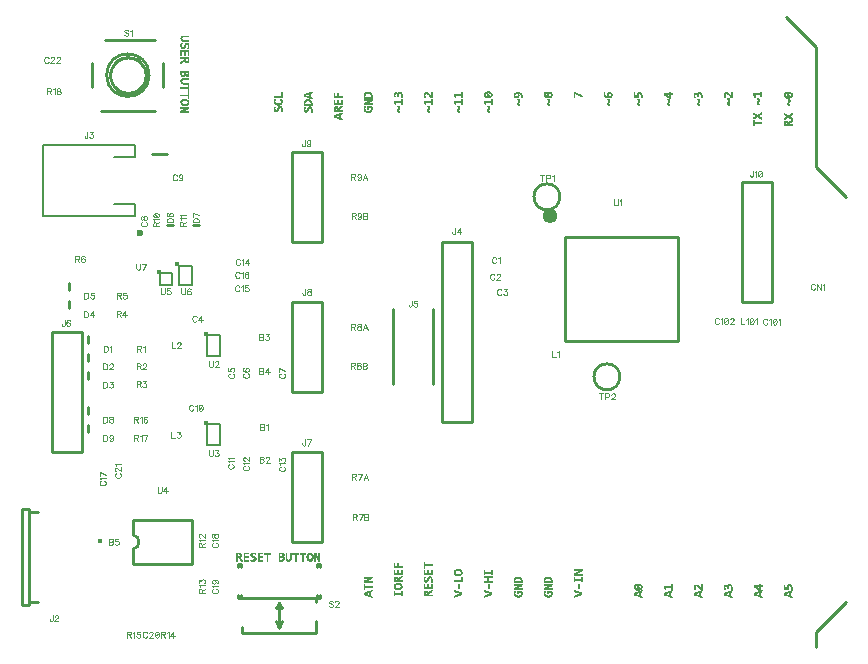
<source format=gbr>
G04 DipTrace 3.3.1.0*
G04 TopSilk.gbr*
%MOMM*%
G04 #@! TF.FileFunction,Legend,Top*
G04 #@! TF.Part,Single*
%ADD10C,0.25*%
%ADD13C,0.05*%
%ADD17C,0.4*%
%ADD19O,1.25677X1.25568*%
%ADD33O,0.40011X0.4*%
%ADD44C,0.2032*%
%ADD47C,0.2*%
%ADD48C,0.40001*%
%ADD51O,0.59996X0.59977*%
%ADD59O,0.40006X0.39995*%
%ADD128C,0.07843*%
%FSLAX35Y35*%
G04*
G71*
G90*
G75*
G01*
G04 TopSilk*
%LPD*%
X4470008Y3469943D2*
D10*
X5429959D1*
Y2589973D1*
X4470008D1*
Y3469943D1*
D19*
X4340626Y3650463D3*
X3683004Y3428930D2*
D10*
X3429000D1*
Y1905070D1*
X3683004D1*
Y3428930D1*
X3356500Y2857500D2*
Y2222500D1*
X3013500Y2857500D2*
Y2222500D1*
X-64981Y1167500D2*
Y357500D1*
Y1167700D2*
X-124998D1*
X-64981Y357700D2*
X-124998D1*
Y1167500D2*
Y357500D1*
X11775Y1142500D2*
X-64981D1*
Y382500D2*
X11775D1*
D33*
X535459Y892700D3*
X435000Y2630000D2*
D10*
Y2570000D1*
Y2480000D2*
Y2420000D1*
Y2330000D2*
Y2270000D1*
X272500Y2930000D2*
Y2870000D1*
X649976Y3750020D2*
D44*
X830000D1*
Y3650000D1*
X50000D1*
Y4250000D1*
X830000D1*
Y4149980D1*
X649976D1*
X275000Y3080000D2*
D10*
Y3020000D1*
X1550000Y2639991D2*
D47*
X1440002D1*
Y2460000D1*
X1550000D1*
Y2639991D1*
D48*
X1435000Y2649998D3*
X1550000Y1884991D2*
D47*
X1440002D1*
Y1705000D1*
X1550000D1*
Y1884991D1*
D48*
X1435000Y1894997D3*
D51*
X875002Y3505016D3*
X2413013Y1650952D2*
D10*
X2159000D1*
Y889048D1*
X2413013D1*
Y1650952D1*
Y2920952D2*
X2159000D1*
Y2159048D1*
X2413013D1*
Y2920952D1*
X815000Y697242D2*
X1315000D1*
X815000Y1077258D2*
X1315000D1*
Y697242D2*
Y1077258D1*
X815000Y697242D2*
Y827190D1*
Y947310D2*
Y1077258D1*
Y827190D2*
G03X815000Y947310I-11072J60060D01*
G01*
X1140000Y3164996D2*
D47*
X1040004D1*
Y3065000D1*
X1140000D1*
Y3164996D1*
D17*
X1030000Y3175000D3*
X2413013Y4190952D2*
D10*
X2159000D1*
Y3429048D1*
X2413013D1*
Y4190952D1*
X1205003Y3224998D2*
D47*
X1315000D1*
Y3065000D1*
X1205003D1*
Y3224998D1*
D59*
X1190003Y3240003D3*
X1100010Y3569907D2*
D10*
X1149990D1*
X1320010D2*
X1369990D1*
X435000Y2030000D2*
Y1970000D1*
Y1880000D2*
Y1820000D1*
X970050Y4170053D2*
X1099950D1*
X4208000Y3810000D2*
G02X4208000Y3810000I110000J0D01*
G01*
X4716000Y2286000D2*
G02X4716000Y2286000I110000J0D01*
G01*
X126987Y1650955D2*
X381000D1*
Y2667045D1*
X126987D1*
Y1650955D1*
X6223013Y3937045D2*
X5969000D1*
Y2920955D1*
X6223013D1*
Y3937045D1*
X590010Y4840000D2*
G02X590010Y4840000I179990J0D01*
G01*
X539990Y4539982D2*
X1000010D1*
X1070038Y4739932D2*
Y4940006D1*
X1000010Y5140018D2*
X580006D1*
X469962Y4940006D2*
Y4739932D1*
X620022Y4839969D2*
X620387Y4850433D1*
X621482Y4860846D1*
X623299Y4871158D1*
X625832Y4881317D1*
X629067Y4891275D1*
X632988Y4900983D1*
X637577Y4910394D1*
X642811Y4919462D1*
X648665Y4928142D1*
X655110Y4936393D1*
X662115Y4944174D1*
X669645Y4951447D1*
X677664Y4958178D1*
X686133Y4964332D1*
X695011Y4969881D1*
X704254Y4974796D1*
X713817Y4979055D1*
X723654Y4982636D1*
X733717Y4985522D1*
X743957Y4987699D1*
X754323Y4989156D1*
X764766Y4989887D1*
X775234D1*
X785677Y4989156D1*
X796043Y4987699D1*
X806283Y4985522D1*
X816346Y4982636D1*
X826183Y4979055D1*
X835746Y4974796D1*
X844989Y4969881D1*
X853867Y4964332D1*
X862336Y4958178D1*
X870355Y4951447D1*
X877885Y4944174D1*
X884890Y4936393D1*
X891335Y4928142D1*
X897189Y4919462D1*
X902423Y4910394D1*
X907012Y4900983D1*
X910933Y4891275D1*
X914168Y4881317D1*
X916701Y4871158D1*
X918518Y4860846D1*
X919613Y4850433D1*
X919978Y4839969D1*
X919613Y4829505D1*
X918518Y4819092D1*
X916701Y4808780D1*
X914168Y4798621D1*
X910933Y4788663D1*
X907012Y4778955D1*
X902423Y4769544D1*
X897189Y4760476D1*
X891335Y4751796D1*
X884890Y4743545D1*
X877885Y4735764D1*
X870355Y4728491D1*
X862336Y4721760D1*
X853867Y4715606D1*
X844989Y4710057D1*
X835746Y4705142D1*
X826183Y4700883D1*
X816346Y4697302D1*
X806283Y4694416D1*
X796043Y4692239D1*
X785677Y4690782D1*
X775234Y4690051D1*
X764766D1*
X754323Y4690782D1*
X743957Y4692239D1*
X733717Y4694416D1*
X723654Y4697302D1*
X713817Y4700883D1*
X704254Y4705142D1*
X695011Y4710057D1*
X686133Y4715606D1*
X677664Y4721760D1*
X669645Y4728491D1*
X662115Y4735764D1*
X655110Y4743545D1*
X648665Y4751796D1*
X642811Y4760476D1*
X637577Y4769544D1*
X632988Y4778955D1*
X629067Y4788663D1*
X625832Y4798621D1*
X623299Y4808780D1*
X621482Y4819092D1*
X620387Y4829505D1*
X620022Y4839969D1*
X2399977Y702500D2*
Y677537D1*
X6854000Y381847D2*
X6599987Y127950D1*
Y1000D2*
Y127950D1*
X2399977Y442507D2*
Y417467D1*
Y702500D2*
X2374983D1*
Y677537D1*
X6854000Y3811077D2*
X6599987Y4064973D1*
Y5081100D1*
X6345227Y5335000D1*
X1739977Y117517D2*
X2360023D1*
X1700023Y702500D2*
Y677537D1*
Y702500D2*
X1725017D1*
Y677537D1*
X1700023Y442507D2*
Y417467D1*
X2360023Y117517D2*
Y222473D1*
Y377510D2*
Y417467D1*
X2399977D1*
X1700023D2*
X1739977D1*
Y170033D2*
Y117517D1*
X1725017Y442507D2*
Y422490D1*
X2374983Y442507D2*
Y422490D1*
X1739977Y417467D2*
X2360023D1*
X2050000Y174980D2*
Y369973D1*
Y374997D2*
X2025007Y324993D1*
X2050000Y374997D2*
X2074993Y324993D1*
X2050000Y159987D2*
X2025007Y215013D1*
X2050000Y159987D2*
X2074993Y215013D1*
X6348410Y4699987D2*
D13*
X6365910D1*
X6341593Y4697487D2*
X6372727D1*
X6336205Y4694987D2*
X6378125D1*
X6332239Y4692487D2*
X6382179D1*
X6329417Y4689987D2*
X6350524D1*
X6369927D2*
X6385310D1*
X6327538Y4687487D2*
X6339297D1*
X6346392D2*
X6352404D1*
X6375342D2*
X6387699D1*
X6326256Y4684987D2*
X6336053D1*
X6347342D2*
X6354247D1*
X6379419D2*
X6389571D1*
X6325205Y4682487D2*
X6333779D1*
X6348686D2*
X6356221D1*
X6382314D2*
X6390259D1*
X6324372Y4679987D2*
X6332075D1*
X6350171D2*
X6358170D1*
X6384473D2*
X6390632D1*
X6323871Y4677487D2*
X6331476D1*
X6351767D2*
X6359955D1*
X6385205D2*
X6390801D1*
X6323699Y4674987D2*
X6331161D1*
X6353442D2*
X6361683D1*
X6385517D2*
X6390870D1*
X6323911Y4672487D2*
X6331112D1*
X6355076D2*
X6363411D1*
X6385359D2*
X6390886D1*
X6324551Y4669987D2*
X6331271D1*
X6356731D2*
X6365094D1*
X6384618D2*
X6390808D1*
X6325502Y4667487D2*
X6332298D1*
X6358428D2*
X6367035D1*
X6383421D2*
X6390482D1*
X6326628Y4664987D2*
X6334893D1*
X6360058D2*
X6369825D1*
X6379879D2*
X6389787D1*
X6327924Y4662487D2*
X6342446D1*
X6361696D2*
X6373772D1*
X6374649D2*
X6388720D1*
X6329588Y4659987D2*
X6354129D1*
X6363410D2*
X6387162D1*
X6332030Y4657487D2*
X6384763D1*
X6335637Y4654987D2*
X6381173D1*
X6340460Y4652487D2*
X6376357D1*
X6345910Y4649987D2*
X6370910D1*
X6355910Y4639987D2*
X6365910D1*
X6356205Y4637487D2*
X6368305D1*
X6356857Y4634987D2*
X6370387D1*
X6359272Y4632487D2*
X6371871D1*
X6361868Y4629987D2*
X6372706D1*
X6364137Y4627487D2*
X6373026D1*
X6365162Y4624987D2*
X6372873D1*
X6365308Y4622487D2*
X6372247D1*
X6364300Y4619987D2*
X6371216D1*
X6362690Y4617487D2*
X6369774D1*
X6360707Y4614987D2*
X6367900D1*
X6358720Y4612487D2*
X6365800D1*
X6356990Y4609987D2*
X6363849D1*
X6355575Y4607487D2*
X6362196D1*
X6354545Y4604987D2*
X6361545D1*
X6354025Y4602487D2*
X6362048D1*
X6354052Y4599987D2*
X6364358D1*
X6354626Y4597487D2*
X6366902D1*
X6355725Y4594987D2*
X6369144D1*
X6357535Y4592487D2*
X6370054D1*
X6360226Y4589987D2*
X6370573D1*
X6363410Y4587487D2*
X6370910D1*
X6390910Y4519987D2*
D3*
X6323410Y4517487D2*
X6328410D1*
X6387450D2*
X6390910D1*
X6323610Y4514987D2*
X6331860D1*
X6383798D2*
X6390805D1*
X6324055Y4512487D2*
X6335434D1*
X6379896D2*
X6390377D1*
X6325985Y4509987D2*
X6339095D1*
X6375824D2*
X6389567D1*
X6328668Y4507487D2*
X6342819D1*
X6371798D2*
X6387277D1*
X6331897Y4504987D2*
X6346655D1*
X6367796D2*
X6384201D1*
X6335415Y4502487D2*
X6350853D1*
X6363520D2*
X6380536D1*
X6338988Y4499987D2*
X6355664D1*
X6358675D2*
X6376704D1*
X6342385Y4497487D2*
X6372940D1*
X6345477Y4494987D2*
X6369350D1*
X6348410Y4492487D2*
X6365910D1*
X6344274Y4489987D2*
X6369960D1*
X6340106Y4487487D2*
X6373886D1*
X6335918Y4484987D2*
X6353505D1*
X6360514D2*
X6377715D1*
X6331957Y4482487D2*
X6348826D1*
X6364806D2*
X6381403D1*
X6328541Y4479987D2*
X6344435D1*
X6368831D2*
X6384744D1*
X6325671Y4477487D2*
X6340171D1*
X6372706D2*
X6387395D1*
X6324514Y4474987D2*
X6335995D1*
X6376512D2*
X6389463D1*
X6323847Y4472487D2*
X6332095D1*
X6380348D2*
X6390212D1*
X6323410Y4469987D2*
X6328410D1*
X6384314D2*
X6390636D1*
X6388410Y4467487D2*
X6390910D1*
X6385910Y4457487D2*
X6390910D1*
X6333410Y4454987D2*
X6348410D1*
X6380920D2*
X6390690D1*
X6331015Y4452487D2*
X6350920D1*
X6376008D2*
X6390187D1*
X6328923Y4449987D2*
X6353515D1*
X6371328D2*
X6387522D1*
X6327351Y4447487D2*
X6356401D1*
X6366948D2*
X6383532D1*
X6326188Y4444987D2*
X6336015D1*
X6348315D2*
X6359756D1*
X6362692D2*
X6378707D1*
X6325182Y4442487D2*
X6333933D1*
X6350485D2*
X6373804D1*
X6324365Y4439987D2*
X6332449D1*
X6352288D2*
X6369455D1*
X6323858Y4437487D2*
X6331605D1*
X6353730D2*
X6366113D1*
X6323600Y4434987D2*
X6331197D1*
X6354779D2*
X6363801D1*
X6323485Y4432487D2*
X6331021D1*
X6355391D2*
X6362079D1*
X6323438Y4429987D2*
X6330950D1*
X6355694D2*
X6361478D1*
X6323420Y4427487D2*
X6330924D1*
X6355831D2*
X6361151D1*
X6323413Y4424987D2*
X6330910D1*
X6355910D2*
X6360999D1*
X6323411Y4422487D2*
X6390910D1*
X6323410Y4419987D2*
X6390910D1*
X6323410Y4417487D2*
X6390910D1*
X6323410Y4414987D2*
X6390910D1*
X6125910Y4699987D2*
X6130910D1*
X6125910Y4697487D2*
X6130910D1*
X6125910Y4694987D2*
X6130910D1*
X6125910Y4692487D2*
X6130910D1*
X6125910Y4689987D2*
X6130910D1*
X6125910Y4687487D2*
X6130910D1*
X6063410Y4684987D2*
X6130910D1*
X6063505Y4682487D2*
X6130910D1*
X6063835Y4679987D2*
X6130910D1*
X6064523Y4677487D2*
X6130910D1*
X6065492Y4674987D2*
X6073806D1*
X6125910D2*
X6130910D1*
X6066615Y4672487D2*
X6074524D1*
X6125910D2*
X6130910D1*
X6067816Y4669987D2*
X6075577D1*
X6125910D2*
X6130910D1*
X6069045Y4667487D2*
X6076913D1*
X6125910D2*
X6130910D1*
X6070282Y4664987D2*
X6078339D1*
X6125910D2*
X6130910D1*
X6071463Y4662487D2*
X6079666D1*
X6125910D2*
X6130910D1*
X6072503Y4659987D2*
X6078004D1*
X6125910D2*
X6130910D1*
X6073410Y4657487D2*
X6075910D1*
X6095910Y4644987D2*
X6105910D1*
X6096205Y4642487D2*
X6108305D1*
X6096857Y4639987D2*
X6110387D1*
X6099272Y4637487D2*
X6111871D1*
X6101868Y4634987D2*
X6112706D1*
X6104137Y4632487D2*
X6113026D1*
X6105162Y4629987D2*
X6112873D1*
X6105308Y4627487D2*
X6112247D1*
X6104300Y4624987D2*
X6111216D1*
X6102690Y4622487D2*
X6109774D1*
X6100707Y4619987D2*
X6107900D1*
X6098720Y4617487D2*
X6105800D1*
X6096990Y4614987D2*
X6103849D1*
X6095575Y4612487D2*
X6102196D1*
X6094545Y4609987D2*
X6101545D1*
X6094025Y4607487D2*
X6102048D1*
X6094052Y4604987D2*
X6104358D1*
X6094626Y4602487D2*
X6106902D1*
X6095725Y4599987D2*
X6109144D1*
X6097535Y4597487D2*
X6110054D1*
X6100226Y4594987D2*
X6110573D1*
X6103410Y4592487D2*
X6110910D1*
X6130910Y4524987D2*
D3*
X6063410Y4522487D2*
X6068410D1*
X6127450D2*
X6130910D1*
X6063610Y4519987D2*
X6071860D1*
X6123798D2*
X6130805D1*
X6064055Y4517487D2*
X6075434D1*
X6119896D2*
X6130377D1*
X6065985Y4514987D2*
X6079095D1*
X6115824D2*
X6129567D1*
X6068668Y4512487D2*
X6082819D1*
X6111798D2*
X6127277D1*
X6071897Y4509987D2*
X6086655D1*
X6107796D2*
X6124201D1*
X6075415Y4507487D2*
X6090853D1*
X6103520D2*
X6120536D1*
X6078988Y4504987D2*
X6095664D1*
X6098675D2*
X6116704D1*
X6082385Y4502487D2*
X6112940D1*
X6085477Y4499987D2*
X6109350D1*
X6088410Y4497487D2*
X6105910D1*
X6084274Y4494987D2*
X6109960D1*
X6080106Y4492487D2*
X6113886D1*
X6075918Y4489987D2*
X6093505D1*
X6100514D2*
X6117715D1*
X6071957Y4487487D2*
X6088826D1*
X6104806D2*
X6121403D1*
X6068541Y4484987D2*
X6084435D1*
X6108831D2*
X6124744D1*
X6065671Y4482487D2*
X6080171D1*
X6112706D2*
X6127395D1*
X6064514Y4479987D2*
X6075995D1*
X6116512D2*
X6129463D1*
X6063847Y4477487D2*
X6072095D1*
X6120348D2*
X6130212D1*
X6063410Y4474987D2*
X6068410D1*
X6124314D2*
X6130636D1*
X6128410Y4472487D2*
X6130910D1*
X6063410Y4462487D2*
X6070910D1*
X6063410Y4459987D2*
X6070910D1*
X6063410Y4457487D2*
X6070910D1*
X6063410Y4454987D2*
X6070910D1*
X6063410Y4452487D2*
X6070910D1*
X6063410Y4449987D2*
X6070910D1*
X6063410Y4447487D2*
X6070910D1*
X6063410Y4444987D2*
X6070910D1*
X6063410Y4442487D2*
X6130910D1*
X6063410Y4439987D2*
X6130910D1*
X6063410Y4437487D2*
X6130910D1*
X6063410Y4434987D2*
X6130910D1*
X6063410Y4432487D2*
X6070910D1*
X6063410Y4429987D2*
X6070910D1*
X6063410Y4427487D2*
X6070910D1*
X6063410Y4424987D2*
X6070910D1*
X6063410Y4422487D2*
X6070910D1*
X6063410Y4419987D2*
X6070910D1*
X6063410Y4417487D2*
X6070910D1*
X6063410Y4414987D2*
X6070910D1*
X5875910Y4700333D2*
X5880910D1*
X5875910Y4697833D2*
X5880910D1*
X5825910Y4695333D2*
X5840910D1*
X5875910D2*
X5880910D1*
X5822652Y4692833D2*
X5844659D1*
X5875910D2*
X5880910D1*
X5820142Y4690333D2*
X5848198D1*
X5875910D2*
X5880910D1*
X5818254Y4687833D2*
X5851660D1*
X5875910D2*
X5880910D1*
X5816727Y4685333D2*
X5829006D1*
X5840514D2*
X5854962D1*
X5875910D2*
X5880910D1*
X5815452Y4682833D2*
X5825462D1*
X5844796D2*
X5857964D1*
X5875910D2*
X5880910D1*
X5814484Y4680333D2*
X5822737D1*
X5848733D2*
X5860720D1*
X5875910D2*
X5880910D1*
X5813917Y4677833D2*
X5821790D1*
X5852280D2*
X5863345D1*
X5875900D2*
X5880910D1*
X5813716Y4675333D2*
X5821292D1*
X5855382D2*
X5865987D1*
X5875805D2*
X5880910D1*
X5813908Y4672833D2*
X5821152D1*
X5858096D2*
X5868891D1*
X5875419D2*
X5880910D1*
X5814465Y4670333D2*
X5821389D1*
X5860409D2*
X5872253D1*
X5874564D2*
X5880910D1*
X5815184Y4667833D2*
X5822041D1*
X5862364D2*
X5880910D1*
X5816020Y4665333D2*
X5822979D1*
X5864243D2*
X5880910D1*
X5817169Y4662833D2*
X5823915D1*
X5866314D2*
X5880910D1*
X5818541Y4660333D2*
X5824674D1*
X5868584D2*
X5880910D1*
X5819804Y4657833D2*
X5824203D1*
X5870975D2*
X5880910D1*
X5820910Y4655333D2*
X5823410D1*
X5873410D2*
X5880910D1*
X5845910Y4642833D2*
X5855910D1*
X5846205Y4640333D2*
X5858305D1*
X5846857Y4637833D2*
X5860387D1*
X5849272Y4635333D2*
X5861871D1*
X5851868Y4632833D2*
X5862706D1*
X5854137Y4630333D2*
X5863026D1*
X5855162Y4627833D2*
X5862873D1*
X5855308Y4625333D2*
X5862247D1*
X5854300Y4622833D2*
X5861216D1*
X5852690Y4620333D2*
X5859774D1*
X5850707Y4617833D2*
X5857900D1*
X5848720Y4615333D2*
X5855800D1*
X5846990Y4612833D2*
X5853849D1*
X5845575Y4610333D2*
X5852196D1*
X5844545Y4607833D2*
X5851545D1*
X5844025Y4605333D2*
X5852048D1*
X5844052Y4602833D2*
X5854358D1*
X5844626Y4600333D2*
X5856902D1*
X5845725Y4597833D2*
X5859144D1*
X5847535Y4595333D2*
X5860054D1*
X5850226Y4592833D2*
X5860573D1*
X5853410Y4590333D2*
X5860910D1*
X5604410Y4696333D2*
X5611910D1*
X5601152Y4693833D2*
X5615554D1*
X5569410Y4691333D2*
X5581910D1*
X5598642D2*
X5618684D1*
X5567015Y4688833D2*
X5584812D1*
X5596746D2*
X5621219D1*
X5564923Y4686333D2*
X5587670D1*
X5595144D2*
X5602306D1*
X5614315D2*
X5623184D1*
X5563351Y4683833D2*
X5590895D1*
X5593567D2*
X5600524D1*
X5616485D2*
X5624692D1*
X5562188Y4681333D2*
X5569901D1*
X5584305D2*
X5599087D1*
X5618288D2*
X5625766D1*
X5561182Y4678833D2*
X5568439D1*
X5586387D2*
X5598040D1*
X5619730D2*
X5626387D1*
X5560365Y4676333D2*
X5567602D1*
X5587871D2*
X5597428D1*
X5620779D2*
X5626692D1*
X5559858Y4673833D2*
X5567196D1*
X5588715D2*
X5597127D1*
X5621391D2*
X5626825D1*
X5559610Y4671333D2*
X5567020D1*
X5589123D2*
X5596994D1*
X5621693D2*
X5626879D1*
X5559583Y4668833D2*
X5566950D1*
X5589299D2*
X5596941D1*
X5621826D2*
X5626899D1*
X5559854Y4666333D2*
X5566934D1*
X5589370D2*
X5596921D1*
X5621879D2*
X5626906D1*
X5560435Y4663833D2*
X5567020D1*
X5589396D2*
X5596914D1*
X5621899D2*
X5626909D1*
X5561076Y4661333D2*
X5567403D1*
X5589410D2*
X5596910D1*
X5621906D2*
X5626910D1*
X5561548Y4658833D2*
X5568256D1*
X5621909D2*
X5626910D1*
X5561910Y4656333D2*
X5569410D1*
X5621910D2*
X5626910D1*
X5621910Y4653833D2*
X5626910D1*
X5591910Y4638833D2*
X5601910D1*
X5592205Y4636333D2*
X5604305D1*
X5592857Y4633833D2*
X5606387D1*
X5595272Y4631333D2*
X5607871D1*
X5597868Y4628833D2*
X5608706D1*
X5600137Y4626333D2*
X5609026D1*
X5601162Y4623833D2*
X5608873D1*
X5601308Y4621333D2*
X5608247D1*
X5600300Y4618833D2*
X5607216D1*
X5598690Y4616333D2*
X5605774D1*
X5596707Y4613833D2*
X5603900D1*
X5594720Y4611333D2*
X5601800D1*
X5592990Y4608833D2*
X5599849D1*
X5591575Y4606333D2*
X5598196D1*
X5590545Y4603833D2*
X5597545D1*
X5590025Y4601333D2*
X5598048D1*
X5590052Y4598833D2*
X5600358D1*
X5590626Y4596333D2*
X5602902D1*
X5591725Y4593833D2*
X5605144D1*
X5593535Y4591333D2*
X5606054D1*
X5596226Y4588833D2*
X5606573D1*
X5599410Y4586333D2*
X5606910D1*
X5352910Y4700833D2*
X5357910D1*
X5352910Y4698333D2*
X5357910D1*
X5352910Y4695833D2*
X5357910D1*
X5352910Y4693333D2*
X5357910D1*
X5352910Y4690833D2*
X5357910D1*
X5305410Y4688333D2*
X5372910D1*
X5305410Y4685833D2*
X5372910D1*
X5305430Y4683333D2*
X5372910D1*
X5305615Y4680833D2*
X5372910D1*
X5306055Y4678333D2*
X5315892D1*
X5352910D2*
X5357910D1*
X5307995Y4675833D2*
X5319342D1*
X5352910D2*
X5357910D1*
X5310756Y4673333D2*
X5323176D1*
X5352910D2*
X5357910D1*
X5314225Y4670833D2*
X5327083D1*
X5352910D2*
X5357910D1*
X5318112Y4668333D2*
X5330948D1*
X5352910D2*
X5357910D1*
X5322054Y4665833D2*
X5334853D1*
X5352900D2*
X5357910D1*
X5325936Y4663333D2*
X5339049D1*
X5352805D2*
X5357910D1*
X5329829Y4660833D2*
X5343882D1*
X5352419D2*
X5357910D1*
X5333845Y4658333D2*
X5349443D1*
X5351564D2*
X5357910D1*
X5337974Y4655833D2*
X5357910D1*
X5342075Y4653333D2*
X5357910D1*
X5346203Y4650833D2*
X5357910D1*
X5350410Y4648333D2*
X5357910D1*
X5337910Y4640833D2*
X5347910D1*
X5338205Y4638333D2*
X5350305D1*
X5338857Y4635833D2*
X5352387D1*
X5341272Y4633333D2*
X5353871D1*
X5343868Y4630833D2*
X5354706D1*
X5346137Y4628333D2*
X5355026D1*
X5347162Y4625833D2*
X5354873D1*
X5347308Y4623333D2*
X5354247D1*
X5346300Y4620833D2*
X5353216D1*
X5344690Y4618333D2*
X5351774D1*
X5342707Y4615833D2*
X5349900D1*
X5340720Y4613333D2*
X5347800D1*
X5338990Y4610833D2*
X5345849D1*
X5337575Y4608333D2*
X5344196D1*
X5336545Y4605833D2*
X5343545D1*
X5336025Y4603333D2*
X5344048D1*
X5336052Y4600833D2*
X5346358D1*
X5336626Y4598333D2*
X5348902D1*
X5337725Y4595833D2*
X5351144D1*
X5339535Y4593333D2*
X5352054D1*
X5342226Y4590833D2*
X5352573D1*
X5345410Y4588333D2*
X5352910D1*
X5091410Y4695833D2*
X5103910D1*
X5051410Y4693333D2*
X5058910D1*
X5088152D2*
X5107554D1*
X5051410Y4690833D2*
X5058910D1*
X5085652D2*
X5110684D1*
X5051410Y4688333D2*
X5058910D1*
X5083842D2*
X5113219D1*
X5051410Y4685833D2*
X5058910D1*
X5082546D2*
X5091515D1*
X5106315D2*
X5115184D1*
X5051410Y4683333D2*
X5058910D1*
X5081550D2*
X5089433D1*
X5108485D2*
X5116692D1*
X5051410Y4680833D2*
X5058910D1*
X5080625D2*
X5087949D1*
X5110288D2*
X5117766D1*
X5051410Y4678333D2*
X5058910D1*
X5079843D2*
X5087105D1*
X5111730D2*
X5118387D1*
X5051410Y4675833D2*
X5058910D1*
X5079351D2*
X5086697D1*
X5112779D2*
X5118692D1*
X5051410Y4673333D2*
X5058910D1*
X5079097D2*
X5086521D1*
X5113391D2*
X5118825D1*
X5051410Y4670833D2*
X5058910D1*
X5078979D2*
X5086450D1*
X5113693D2*
X5118879D1*
X5051410Y4668333D2*
X5058910D1*
X5078910D2*
X5086424D1*
X5113826D2*
X5118899D1*
X5051410Y4665833D2*
X5086415D1*
X5113879D2*
X5118906D1*
X5051410Y4663333D2*
X5086412D1*
X5113899D2*
X5118909D1*
X5051410Y4660833D2*
X5086410D1*
X5113906D2*
X5118910D1*
X5051410Y4658333D2*
X5086410D1*
X5113909D2*
X5118910D1*
X5113910Y4655833D2*
X5118910D1*
X5083910Y4640833D2*
X5093910D1*
X5084205Y4638333D2*
X5096305D1*
X5084857Y4635833D2*
X5098387D1*
X5087272Y4633333D2*
X5099871D1*
X5089868Y4630833D2*
X5100706D1*
X5092137Y4628333D2*
X5101026D1*
X5093162Y4625833D2*
X5100873D1*
X5093308Y4623333D2*
X5100247D1*
X5092300Y4620833D2*
X5099216D1*
X5090690Y4618333D2*
X5097774D1*
X5088707Y4615833D2*
X5095900D1*
X5086720Y4613333D2*
X5093800D1*
X5084990Y4610833D2*
X5091849D1*
X5083575Y4608333D2*
X5090196D1*
X5082545Y4605833D2*
X5089545D1*
X5082025Y4603333D2*
X5090048D1*
X5082052Y4600833D2*
X5092358D1*
X5082626Y4598333D2*
X5094902D1*
X5083725Y4595833D2*
X5097144D1*
X5085535Y4593333D2*
X5098054D1*
X5088226Y4590833D2*
X5098573D1*
X5091410Y4588333D2*
X5098910D1*
X4839910Y4698333D2*
X4847410D1*
X4835197Y4695833D2*
X4852218D1*
X4797410Y4693333D2*
X4804910D1*
X4831591D2*
X4856144D1*
X4797410Y4690833D2*
X4804910D1*
X4829062D2*
X4859273D1*
X4797410Y4688333D2*
X4804910D1*
X4827297D2*
X4838297D1*
X4851523D2*
X4861679D1*
X4797420Y4685833D2*
X4804910D1*
X4826117D2*
X4835053D1*
X4854767D2*
X4863564D1*
X4797508Y4683333D2*
X4804920D1*
X4825456D2*
X4832779D1*
X4857041D2*
X4864255D1*
X4797826Y4680833D2*
X4805008D1*
X4825136D2*
X4831075D1*
X4858745D2*
X4864631D1*
X4798435Y4678333D2*
X4805336D1*
X4824997D2*
X4830486D1*
X4859344D2*
X4864801D1*
X4799164Y4675833D2*
X4806032D1*
X4824952D2*
X4830249D1*
X4859659D2*
X4864870D1*
X4799928Y4673333D2*
X4807099D1*
X4825019D2*
X4830431D1*
X4859698D2*
X4864886D1*
X4800856Y4670833D2*
X4808677D1*
X4825332D2*
X4831126D1*
X4859510D2*
X4864807D1*
X4802020Y4668333D2*
X4810767D1*
X4825949D2*
X4832212D1*
X4858024D2*
X4864482D1*
X4803524Y4665833D2*
X4815504D1*
X4826692D2*
X4835375D1*
X4852441D2*
X4863777D1*
X4805546Y4663333D2*
X4822123D1*
X4827410D2*
X4843176D1*
X4843491D2*
X4862613D1*
X4808356Y4660833D2*
X4861056D1*
X4812505Y4658333D2*
X4857474D1*
X4818259Y4655833D2*
X4852762D1*
X4824910Y4653333D2*
X4847410D1*
X4829910Y4640833D2*
X4839910D1*
X4830205Y4638333D2*
X4842305D1*
X4830857Y4635833D2*
X4844387D1*
X4833272Y4633333D2*
X4845871D1*
X4835868Y4630833D2*
X4846706D1*
X4838137Y4628333D2*
X4847026D1*
X4839162Y4625833D2*
X4846873D1*
X4839308Y4623333D2*
X4846247D1*
X4838300Y4620833D2*
X4845216D1*
X4836690Y4618333D2*
X4843774D1*
X4834707Y4615833D2*
X4841900D1*
X4832720Y4613333D2*
X4839800D1*
X4830990Y4610833D2*
X4837849D1*
X4829575Y4608333D2*
X4836196D1*
X4828545Y4605833D2*
X4835545D1*
X4828025Y4603333D2*
X4836048D1*
X4828052Y4600833D2*
X4838358D1*
X4828626Y4598333D2*
X4840902D1*
X4829725Y4595833D2*
X4843144D1*
X4831535Y4593333D2*
X4844054D1*
X4834226Y4590833D2*
X4844573D1*
X4837410Y4588333D2*
X4844910D1*
X4543410Y4696667D2*
X4553410D1*
X4543410Y4694167D2*
X4558410D1*
X4543410Y4691667D2*
X4563410D1*
X4543410Y4689167D2*
X4568410D1*
X4543410Y4686667D2*
X4550910D1*
X4555910D2*
X4573420D1*
X4543410Y4684167D2*
X4550910D1*
X4560910D2*
X4578508D1*
X4543410Y4681667D2*
X4550910D1*
X4565910D2*
X4583826D1*
X4543410Y4679167D2*
X4550910D1*
X4570910D2*
X4589425D1*
X4543410Y4676667D2*
X4550910D1*
X4575910D2*
X4595046D1*
X4543410Y4674167D2*
X4550910D1*
X4580910D2*
X4600287D1*
X4543410Y4671667D2*
X4550910D1*
X4585910D2*
X4604686D1*
X4543410Y4669167D2*
X4550910D1*
X4590910D2*
X4608258D1*
X4543410Y4666667D2*
X4550910D1*
X4595910D2*
X4609624D1*
X4543410Y4664167D2*
X4550910D1*
X4600910D2*
X4610403D1*
X4543410Y4661667D2*
X4550910D1*
X4605910D2*
X4610910D1*
X4543410Y4659167D2*
X4550910D1*
X4543410Y4656667D2*
X4550910D1*
X4543410Y4654167D2*
X4550910D1*
X4543410Y4651667D2*
X4550910D1*
X4299410Y4698333D2*
X4309410D1*
X4334410D2*
X4346910D1*
X4297015Y4695833D2*
X4312969D1*
X4331133D2*
X4349700D1*
X4294923Y4693333D2*
X4315865D1*
X4328440D2*
X4352076D1*
X4293351Y4690833D2*
X4318108D1*
X4325843D2*
X4354049D1*
X4292188Y4688333D2*
X4299901D1*
X4311815D2*
X4320031D1*
X4322797D2*
X4334505D1*
X4346805D2*
X4355450D1*
X4291182Y4685833D2*
X4298439D1*
X4313985D2*
X4332335D1*
X4348887D2*
X4356249D1*
X4290365Y4683333D2*
X4297602D1*
X4315778D2*
X4330532D1*
X4350371D2*
X4356637D1*
X4289858Y4680833D2*
X4297196D1*
X4317133D2*
X4329099D1*
X4351215D2*
X4356804D1*
X4289610Y4678333D2*
X4297020D1*
X4318135D2*
X4328138D1*
X4351614D2*
X4356871D1*
X4289583Y4675833D2*
X4296960D1*
X4317839D2*
X4327610D1*
X4351702D2*
X4356896D1*
X4289864Y4673333D2*
X4297071D1*
X4316992D2*
X4328198D1*
X4351444D2*
X4356905D1*
X4290533Y4670833D2*
X4297410D1*
X4315729D2*
X4329295D1*
X4350744D2*
X4356899D1*
X4291495Y4668333D2*
X4299540D1*
X4312011D2*
X4330859D1*
X4349729D2*
X4356812D1*
X4292635Y4665833D2*
X4305206D1*
X4306345D2*
X4335303D1*
X4347442D2*
X4356484D1*
X4294018Y4663333D2*
X4319410D1*
X4327411D2*
X4341744D1*
X4342563D2*
X4355778D1*
X4295955Y4660833D2*
X4316910D1*
X4328250D2*
X4354626D1*
X4298698Y4658333D2*
X4314410D1*
X4330517D2*
X4352795D1*
X4301910Y4655833D2*
X4311910D1*
X4333501D2*
X4350097D1*
X4336910Y4653333D2*
X4346910D1*
X4321910Y4640833D2*
X4331910D1*
X4322205Y4638333D2*
X4334305D1*
X4322857Y4635833D2*
X4336387D1*
X4325272Y4633333D2*
X4337871D1*
X4327868Y4630833D2*
X4338706D1*
X4330137Y4628333D2*
X4339026D1*
X4331162Y4625833D2*
X4338873D1*
X4331308Y4623333D2*
X4338247D1*
X4330300Y4620833D2*
X4337216D1*
X4328690Y4618333D2*
X4335774D1*
X4326707Y4615833D2*
X4333900D1*
X4324720Y4613333D2*
X4331800D1*
X4322990Y4610833D2*
X4329849D1*
X4321575Y4608333D2*
X4328196D1*
X4320545Y4605833D2*
X4327545D1*
X4320025Y4603333D2*
X4328048D1*
X4320052Y4600833D2*
X4330358D1*
X4320626Y4598333D2*
X4332902D1*
X4321725Y4595833D2*
X4335144D1*
X4323535Y4593333D2*
X4336054D1*
X4326226Y4590833D2*
X4336573D1*
X4329410Y4588333D2*
X4336910D1*
X4057910Y4695833D2*
X4075410D1*
X4051956Y4693333D2*
X4082227D1*
X4046986Y4690833D2*
X4087625D1*
X4043326Y4688333D2*
X4091679D1*
X4040790Y4685833D2*
X4053998D1*
X4067419D2*
X4072428D1*
X4082710D2*
X4094819D1*
X4038949Y4683333D2*
X4048982D1*
X4068891D2*
X4073978D1*
X4086962D2*
X4097297D1*
X4037538Y4680833D2*
X4045221D1*
X4069816D2*
X4075134D1*
X4090259D2*
X4099220D1*
X4036516Y4678333D2*
X4043642D1*
X4070531D2*
X4076139D1*
X4092633D2*
X4100707D1*
X4035928Y4675833D2*
X4042468D1*
X4071217D2*
X4076956D1*
X4094409D2*
X4101771D1*
X4035720Y4673333D2*
X4041604D1*
X4071609D2*
X4077452D1*
X4095796D2*
X4102389D1*
X4035909Y4670833D2*
X4041942D1*
X4071453D2*
X4077622D1*
X4096809D2*
X4102693D1*
X4036465Y4668333D2*
X4042832D1*
X4070800D2*
X4077419D1*
X4097404D2*
X4102825D1*
X4037184Y4665833D2*
X4044165D1*
X4069778D2*
X4076857D1*
X4097698D2*
X4102879D1*
X4038029Y4663333D2*
X4048757D1*
X4064729D2*
X4076137D1*
X4097827D2*
X4102899D1*
X4039284Y4660833D2*
X4056159D1*
X4056179D2*
X4075281D1*
X4097880D2*
X4102906D1*
X4041140Y4658333D2*
X4073941D1*
X4097900D2*
X4102909D1*
X4043661Y4655833D2*
X4071796D1*
X4097910D2*
X4102910D1*
X4046851Y4653333D2*
X4068824D1*
X4050410Y4650833D2*
X4065410D1*
X4067910Y4640833D2*
X4077910D1*
X4068205Y4638333D2*
X4080305D1*
X4068857Y4635833D2*
X4082387D1*
X4071272Y4633333D2*
X4083871D1*
X4073868Y4630833D2*
X4084706D1*
X4076137Y4628333D2*
X4085026D1*
X4077162Y4625833D2*
X4084873D1*
X4077308Y4623333D2*
X4084247D1*
X4076300Y4620833D2*
X4083216D1*
X4074690Y4618333D2*
X4081774D1*
X4072707Y4615833D2*
X4079900D1*
X4070720Y4613333D2*
X4077800D1*
X4068990Y4610833D2*
X4075849D1*
X4067575Y4608333D2*
X4074196D1*
X4066545Y4605833D2*
X4073545D1*
X4066025Y4603333D2*
X4074048D1*
X4066052Y4600833D2*
X4076358D1*
X4066626Y4598333D2*
X4078902D1*
X4067725Y4595833D2*
X4081144D1*
X4069535Y4593333D2*
X4082054D1*
X4072226Y4590833D2*
X4082573D1*
X4075410Y4588333D2*
X4082910D1*
X3806410Y4702500D2*
X3823910D1*
X3799593Y4700000D2*
X3830727D1*
X3794205Y4697500D2*
X3836125D1*
X3790239Y4695000D2*
X3840179D1*
X3787417Y4692500D2*
X3808524D1*
X3827927D2*
X3843310D1*
X3785538Y4690000D2*
X3797297D1*
X3804392D2*
X3810404D1*
X3833342D2*
X3845699D1*
X3784256Y4687500D2*
X3794053D1*
X3805342D2*
X3812247D1*
X3837419D2*
X3847571D1*
X3783205Y4685000D2*
X3791779D1*
X3806686D2*
X3814221D1*
X3840314D2*
X3848259D1*
X3782372Y4682500D2*
X3790075D1*
X3808171D2*
X3816170D1*
X3842473D2*
X3848632D1*
X3781871Y4680000D2*
X3789476D1*
X3809767D2*
X3817955D1*
X3843205D2*
X3848801D1*
X3781699Y4677500D2*
X3789161D1*
X3811442D2*
X3819683D1*
X3843517D2*
X3848870D1*
X3781911Y4675000D2*
X3789112D1*
X3813076D2*
X3821411D1*
X3843359D2*
X3848886D1*
X3782551Y4672500D2*
X3789271D1*
X3814731D2*
X3823094D1*
X3842618D2*
X3848808D1*
X3783502Y4670000D2*
X3790298D1*
X3816428D2*
X3825035D1*
X3841421D2*
X3848482D1*
X3784628Y4667500D2*
X3792893D1*
X3818058D2*
X3827825D1*
X3837879D2*
X3847787D1*
X3785924Y4665000D2*
X3800446D1*
X3819696D2*
X3831772D1*
X3832649D2*
X3846720D1*
X3787588Y4662500D2*
X3812129D1*
X3821410D2*
X3845162D1*
X3790030Y4660000D2*
X3842763D1*
X3793637Y4657500D2*
X3839173D1*
X3798460Y4655000D2*
X3834357D1*
X3803910Y4652500D2*
X3828910D1*
X3843910Y4637500D2*
X3848910D1*
X3843910Y4635000D2*
X3848910D1*
X3843910Y4632500D2*
X3848910D1*
X3843910Y4630000D2*
X3848910D1*
X3843910Y4627500D2*
X3848910D1*
X3843910Y4625000D2*
X3848910D1*
X3781410Y4622500D2*
X3848910D1*
X3781505Y4620000D2*
X3848910D1*
X3781835Y4617500D2*
X3848910D1*
X3782523Y4615000D2*
X3848910D1*
X3783492Y4612500D2*
X3791806D1*
X3843910D2*
X3848910D1*
X3784615Y4610000D2*
X3792524D1*
X3843910D2*
X3848910D1*
X3785816Y4607500D2*
X3793577D1*
X3843910D2*
X3848910D1*
X3787045Y4605000D2*
X3794913D1*
X3843910D2*
X3848910D1*
X3788282Y4602500D2*
X3796339D1*
X3843910D2*
X3848910D1*
X3789463Y4600000D2*
X3797666D1*
X3843910D2*
X3848910D1*
X3790503Y4597500D2*
X3796004D1*
X3843910D2*
X3848910D1*
X3791410Y4595000D2*
X3793910D1*
X3813910Y4582500D2*
X3823910D1*
X3814205Y4580000D2*
X3826305D1*
X3814857Y4577500D2*
X3828387D1*
X3817272Y4575000D2*
X3829871D1*
X3819868Y4572500D2*
X3830706D1*
X3822137Y4570000D2*
X3831026D1*
X3823162Y4567500D2*
X3830873D1*
X3823308Y4565000D2*
X3830247D1*
X3822300Y4562500D2*
X3829216D1*
X3820690Y4560000D2*
X3827774D1*
X3818707Y4557500D2*
X3825900D1*
X3816720Y4555000D2*
X3823800D1*
X3814990Y4552500D2*
X3821849D1*
X3813575Y4550000D2*
X3820196D1*
X3812545Y4547500D2*
X3819545D1*
X3812025Y4545000D2*
X3820048D1*
X3812052Y4542500D2*
X3822358D1*
X3812626Y4540000D2*
X3824902D1*
X3813725Y4537500D2*
X3827144D1*
X3815535Y4535000D2*
X3828054D1*
X3818226Y4532500D2*
X3828573D1*
X3821410Y4530000D2*
X3828910D1*
X3589910Y4697500D2*
X3594910D1*
X3589910Y4695000D2*
X3594910D1*
X3589910Y4692500D2*
X3594910D1*
X3589910Y4690000D2*
X3594910D1*
X3589910Y4687500D2*
X3594910D1*
X3589910Y4685000D2*
X3594910D1*
X3527410Y4682500D2*
X3594910D1*
X3527505Y4680000D2*
X3594910D1*
X3527835Y4677500D2*
X3594910D1*
X3528523Y4675000D2*
X3594910D1*
X3529492Y4672500D2*
X3537806D1*
X3589910D2*
X3594910D1*
X3530615Y4670000D2*
X3538524D1*
X3589910D2*
X3594910D1*
X3531816Y4667500D2*
X3539577D1*
X3589910D2*
X3594910D1*
X3533045Y4665000D2*
X3540913D1*
X3589910D2*
X3594910D1*
X3534282Y4662500D2*
X3542339D1*
X3589910D2*
X3594910D1*
X3535463Y4660000D2*
X3543666D1*
X3589910D2*
X3594910D1*
X3536503Y4657500D2*
X3542004D1*
X3589910D2*
X3594910D1*
X3537410Y4655000D2*
X3539910D1*
X3589910Y4637500D2*
X3594910D1*
X3589910Y4635000D2*
X3594910D1*
X3589910Y4632500D2*
X3594910D1*
X3589910Y4630000D2*
X3594910D1*
X3589910Y4627500D2*
X3594910D1*
X3589910Y4625000D2*
X3594910D1*
X3527410Y4622500D2*
X3594910D1*
X3527505Y4620000D2*
X3594910D1*
X3527835Y4617500D2*
X3594910D1*
X3528523Y4615000D2*
X3594910D1*
X3529492Y4612500D2*
X3537806D1*
X3589910D2*
X3594910D1*
X3530615Y4610000D2*
X3538524D1*
X3589910D2*
X3594910D1*
X3531816Y4607500D2*
X3539577D1*
X3589910D2*
X3594910D1*
X3533045Y4605000D2*
X3540913D1*
X3589910D2*
X3594910D1*
X3534282Y4602500D2*
X3542339D1*
X3589910D2*
X3594910D1*
X3535463Y4600000D2*
X3543666D1*
X3589910D2*
X3594910D1*
X3536503Y4597500D2*
X3542004D1*
X3589910D2*
X3594910D1*
X3537410Y4595000D2*
X3539910D1*
X3559910Y4582500D2*
X3569910D1*
X3560205Y4580000D2*
X3572305D1*
X3560857Y4577500D2*
X3574387D1*
X3563272Y4575000D2*
X3575871D1*
X3565868Y4572500D2*
X3576706D1*
X3568137Y4570000D2*
X3577026D1*
X3569162Y4567500D2*
X3576873D1*
X3569308Y4565000D2*
X3576247D1*
X3568300Y4562500D2*
X3575216D1*
X3566690Y4560000D2*
X3573774D1*
X3564707Y4557500D2*
X3571900D1*
X3562720Y4555000D2*
X3569800D1*
X3560990Y4552500D2*
X3567849D1*
X3559575Y4550000D2*
X3566196D1*
X3558545Y4547500D2*
X3565545D1*
X3558025Y4545000D2*
X3566048D1*
X3558052Y4542500D2*
X3568358D1*
X3558626Y4540000D2*
X3570902D1*
X3559725Y4537500D2*
X3573144D1*
X3561535Y4535000D2*
X3574054D1*
X3564226Y4532500D2*
X3574573D1*
X3567410Y4530000D2*
X3574910D1*
X3335910Y4700000D2*
X3340910D1*
X3335910Y4697500D2*
X3340910D1*
X3285910Y4695000D2*
X3300910D1*
X3335910D2*
X3340910D1*
X3282652Y4692500D2*
X3304659D1*
X3335910D2*
X3340910D1*
X3280142Y4690000D2*
X3308198D1*
X3335910D2*
X3340910D1*
X3278254Y4687500D2*
X3311660D1*
X3335910D2*
X3340910D1*
X3276727Y4685000D2*
X3289006D1*
X3300514D2*
X3314962D1*
X3335910D2*
X3340910D1*
X3275452Y4682500D2*
X3285462D1*
X3304796D2*
X3317964D1*
X3335910D2*
X3340910D1*
X3274484Y4680000D2*
X3282737D1*
X3308733D2*
X3320720D1*
X3335910D2*
X3340910D1*
X3273917Y4677500D2*
X3281790D1*
X3312280D2*
X3323345D1*
X3335900D2*
X3340910D1*
X3273716Y4675000D2*
X3281292D1*
X3315382D2*
X3325987D1*
X3335805D2*
X3340910D1*
X3273908Y4672500D2*
X3281152D1*
X3318096D2*
X3328891D1*
X3335419D2*
X3340910D1*
X3274465Y4670000D2*
X3281389D1*
X3320409D2*
X3332253D1*
X3334564D2*
X3340910D1*
X3275184Y4667500D2*
X3282041D1*
X3322364D2*
X3340910D1*
X3276020Y4665000D2*
X3282979D1*
X3324243D2*
X3340910D1*
X3277169Y4662500D2*
X3283915D1*
X3326314D2*
X3340910D1*
X3278541Y4660000D2*
X3284674D1*
X3328584D2*
X3340910D1*
X3279804Y4657500D2*
X3284203D1*
X3330975D2*
X3340910D1*
X3280910Y4655000D2*
X3283410D1*
X3333410D2*
X3340910D1*
X3335910Y4637500D2*
X3340910D1*
X3335910Y4635000D2*
X3340910D1*
X3335910Y4632500D2*
X3340910D1*
X3335910Y4630000D2*
X3340910D1*
X3335910Y4627500D2*
X3340910D1*
X3335910Y4625000D2*
X3340910D1*
X3273410Y4622500D2*
X3340910D1*
X3273505Y4620000D2*
X3340910D1*
X3273835Y4617500D2*
X3340910D1*
X3274523Y4615000D2*
X3340910D1*
X3275492Y4612500D2*
X3283806D1*
X3335910D2*
X3340910D1*
X3276615Y4610000D2*
X3284524D1*
X3335910D2*
X3340910D1*
X3277816Y4607500D2*
X3285577D1*
X3335910D2*
X3340910D1*
X3279045Y4605000D2*
X3286913D1*
X3335910D2*
X3340910D1*
X3280282Y4602500D2*
X3288339D1*
X3335910D2*
X3340910D1*
X3281463Y4600000D2*
X3289666D1*
X3335910D2*
X3340910D1*
X3282503Y4597500D2*
X3288004D1*
X3335910D2*
X3340910D1*
X3283410Y4595000D2*
X3285910D1*
X3305910Y4582500D2*
X3315910D1*
X3306205Y4580000D2*
X3318305D1*
X3306857Y4577500D2*
X3320387D1*
X3309272Y4575000D2*
X3321871D1*
X3311868Y4572500D2*
X3322706D1*
X3314137Y4570000D2*
X3323026D1*
X3315162Y4567500D2*
X3322873D1*
X3315308Y4565000D2*
X3322247D1*
X3314300Y4562500D2*
X3321216D1*
X3312690Y4560000D2*
X3319774D1*
X3310707Y4557500D2*
X3317900D1*
X3308720Y4555000D2*
X3315800D1*
X3306990Y4552500D2*
X3313849D1*
X3305575Y4550000D2*
X3312196D1*
X3304545Y4547500D2*
X3311545D1*
X3304025Y4545000D2*
X3312048D1*
X3304052Y4542500D2*
X3314358D1*
X3304626Y4540000D2*
X3316902D1*
X3305725Y4537500D2*
X3319144D1*
X3307535Y4535000D2*
X3320054D1*
X3310226Y4532500D2*
X3320573D1*
X3313410Y4530000D2*
X3320910D1*
X3064410Y4700000D2*
X3071910D1*
X3061152Y4697500D2*
X3075554D1*
X3029410Y4695000D2*
X3041910D1*
X3058642D2*
X3078684D1*
X3027015Y4692500D2*
X3044812D1*
X3056746D2*
X3081219D1*
X3024923Y4690000D2*
X3047670D1*
X3055144D2*
X3062306D1*
X3074315D2*
X3083184D1*
X3023351Y4687500D2*
X3050895D1*
X3053567D2*
X3060524D1*
X3076485D2*
X3084692D1*
X3022188Y4685000D2*
X3029901D1*
X3044305D2*
X3059087D1*
X3078288D2*
X3085766D1*
X3021182Y4682500D2*
X3028439D1*
X3046387D2*
X3058040D1*
X3079730D2*
X3086387D1*
X3020365Y4680000D2*
X3027602D1*
X3047871D2*
X3057428D1*
X3080779D2*
X3086692D1*
X3019858Y4677500D2*
X3027196D1*
X3048715D2*
X3057127D1*
X3081391D2*
X3086825D1*
X3019610Y4675000D2*
X3027020D1*
X3049123D2*
X3056994D1*
X3081693D2*
X3086879D1*
X3019583Y4672500D2*
X3026950D1*
X3049299D2*
X3056941D1*
X3081826D2*
X3086899D1*
X3019854Y4670000D2*
X3026934D1*
X3049370D2*
X3056921D1*
X3081879D2*
X3086906D1*
X3020435Y4667500D2*
X3027020D1*
X3049396D2*
X3056914D1*
X3081899D2*
X3086909D1*
X3021076Y4665000D2*
X3027403D1*
X3049410D2*
X3056910D1*
X3081906D2*
X3086910D1*
X3021548Y4662500D2*
X3028256D1*
X3081909D2*
X3086910D1*
X3021910Y4660000D2*
X3029410D1*
X3081910D2*
X3086910D1*
X3081910Y4657500D2*
X3086910D1*
X3081910Y4637500D2*
X3086910D1*
X3081910Y4635000D2*
X3086910D1*
X3081910Y4632500D2*
X3086910D1*
X3081910Y4630000D2*
X3086910D1*
X3081910Y4627500D2*
X3086910D1*
X3081910Y4625000D2*
X3086910D1*
X3019410Y4622500D2*
X3086910D1*
X3019505Y4620000D2*
X3086910D1*
X3019835Y4617500D2*
X3086910D1*
X3020523Y4615000D2*
X3086910D1*
X3021492Y4612500D2*
X3029806D1*
X3081910D2*
X3086910D1*
X3022615Y4610000D2*
X3030524D1*
X3081910D2*
X3086910D1*
X3023816Y4607500D2*
X3031577D1*
X3081910D2*
X3086910D1*
X3025045Y4605000D2*
X3032913D1*
X3081910D2*
X3086910D1*
X3026282Y4602500D2*
X3034339D1*
X3081910D2*
X3086910D1*
X3027463Y4600000D2*
X3035666D1*
X3081910D2*
X3086910D1*
X3028503Y4597500D2*
X3034004D1*
X3081910D2*
X3086910D1*
X3029410Y4595000D2*
X3031910D1*
X3051910Y4582500D2*
X3061910D1*
X3052205Y4580000D2*
X3064305D1*
X3052857Y4577500D2*
X3066387D1*
X3055272Y4575000D2*
X3067871D1*
X3057868Y4572500D2*
X3068706D1*
X3060137Y4570000D2*
X3069026D1*
X3061162Y4567500D2*
X3068873D1*
X3061308Y4565000D2*
X3068247D1*
X3060300Y4562500D2*
X3067216D1*
X3058690Y4560000D2*
X3065774D1*
X3056707Y4557500D2*
X3063900D1*
X3054720Y4555000D2*
X3061800D1*
X3052990Y4552500D2*
X3059849D1*
X3051575Y4550000D2*
X3058196D1*
X3050545Y4547500D2*
X3057545D1*
X3050025Y4545000D2*
X3058048D1*
X3050052Y4542500D2*
X3060358D1*
X3050626Y4540000D2*
X3062902D1*
X3051725Y4537500D2*
X3065144D1*
X3053535Y4535000D2*
X3066054D1*
X3056226Y4532500D2*
X3066573D1*
X3059410Y4530000D2*
X3066910D1*
X2785410Y4698000D2*
X2810410D1*
X2780911Y4695500D2*
X2816063D1*
X2777037Y4693000D2*
X2820655D1*
X2774028Y4690500D2*
X2824027D1*
X2771818Y4688000D2*
X2788893D1*
X2812419D2*
X2826408D1*
X2770190Y4685500D2*
X2783478D1*
X2816371D2*
X2828179D1*
X2768983Y4683000D2*
X2779401D1*
X2819620D2*
X2829642D1*
X2768026Y4680500D2*
X2776506D1*
X2822198D2*
X2830888D1*
X2767116Y4678000D2*
X2774347D1*
X2824177D2*
X2831843D1*
X2766340Y4675500D2*
X2773605D1*
X2825690D2*
X2832416D1*
X2765850Y4673000D2*
X2773205D1*
X2826765D2*
X2832702D1*
X2765597Y4670500D2*
X2773025D1*
X2827387D2*
X2832829D1*
X2765484Y4668000D2*
X2772952D1*
X2827692D2*
X2832880D1*
X2765438Y4665500D2*
X2772925D1*
X2827825D2*
X2832899D1*
X2765420Y4663000D2*
X2772915D1*
X2827879D2*
X2832906D1*
X2765413Y4660500D2*
X2772912D1*
X2827900D2*
X2832909D1*
X2765411Y4658000D2*
X2832910D1*
X2765410Y4655500D2*
X2832910D1*
X2765410Y4653000D2*
X2832910D1*
X2765410Y4650500D2*
X2832910D1*
X2765410Y4638000D2*
X2832910D1*
X2765410Y4635500D2*
X2832910D1*
X2765410Y4633000D2*
X2832881D1*
X2765410Y4630500D2*
X2832597D1*
X2817815Y4628000D2*
X2831924D1*
X2812494Y4625500D2*
X2828937D1*
X2806895Y4623000D2*
X2824885D1*
X2801254Y4620500D2*
X2820154D1*
X2795808Y4618000D2*
X2814951D1*
X2790488Y4615500D2*
X2809385D1*
X2785074Y4613000D2*
X2803742D1*
X2779538Y4610500D2*
X2798210D1*
X2774394Y4608000D2*
X2792563D1*
X2770384Y4605500D2*
X2786451D1*
X2767364Y4603000D2*
X2779807D1*
X2766348Y4600500D2*
X2832910D1*
X2765804Y4598000D2*
X2832910D1*
X2765554Y4595500D2*
X2832910D1*
X2765410Y4593000D2*
X2832910D1*
X2770410Y4578000D2*
X2775410D1*
X2795410D2*
X2830410D1*
X2769161Y4575500D2*
X2775024D1*
X2795410D2*
X2831265D1*
X2768122Y4573000D2*
X2774404D1*
X2795410D2*
X2832009D1*
X2767160Y4570500D2*
X2773757D1*
X2795410D2*
X2832483D1*
X2766358Y4568000D2*
X2773319D1*
X2795410D2*
X2802910D1*
X2827910D2*
X2832728D1*
X2765856Y4565500D2*
X2773086D1*
X2795410D2*
X2802910D1*
X2827910D2*
X2832838D1*
X2765609Y4563000D2*
X2772980D1*
X2795410D2*
X2802910D1*
X2827910D2*
X2832883D1*
X2765582Y4560500D2*
X2772946D1*
X2795410D2*
X2802910D1*
X2827900D2*
X2832900D1*
X2765854Y4558000D2*
X2773017D1*
X2795410D2*
X2802910D1*
X2827812D2*
X2832907D1*
X2766435Y4555500D2*
X2773339D1*
X2795410D2*
X2802910D1*
X2827484D2*
X2832909D1*
X2767079Y4553000D2*
X2774034D1*
X2826788D2*
X2832900D1*
X2767611Y4550500D2*
X2775090D1*
X2825730D2*
X2832812D1*
X2768248Y4548000D2*
X2776560D1*
X2824260D2*
X2832484D1*
X2769281Y4545500D2*
X2778712D1*
X2822108D2*
X2831788D1*
X2770672Y4543000D2*
X2781515D1*
X2819305D2*
X2830730D1*
X2772270Y4540500D2*
X2789269D1*
X2811551D2*
X2829270D1*
X2774297Y4538000D2*
X2801061D1*
X2799759D2*
X2827274D1*
X2777083Y4535500D2*
X2824565D1*
X2780745Y4533000D2*
X2820805D1*
X2785308Y4530500D2*
X2815907D1*
X2790410Y4528000D2*
X2810410D1*
X2511410Y4692667D2*
X2518910D1*
X2511410Y4690167D2*
X2518910D1*
X2541410D2*
X2548910D1*
X2511410Y4687667D2*
X2518910D1*
X2541410D2*
X2548910D1*
X2511410Y4685167D2*
X2518910D1*
X2541410D2*
X2548910D1*
X2511410Y4682667D2*
X2518910D1*
X2541410D2*
X2548910D1*
X2511410Y4680167D2*
X2518910D1*
X2541410D2*
X2548910D1*
X2511410Y4677667D2*
X2518910D1*
X2541410D2*
X2548910D1*
X2511410Y4675167D2*
X2518910D1*
X2541410D2*
X2548910D1*
X2511410Y4672667D2*
X2518910D1*
X2541410D2*
X2548910D1*
X2511410Y4670167D2*
X2518910D1*
X2541410D2*
X2548910D1*
X2511410Y4667667D2*
X2518910D1*
X2541410D2*
X2548910D1*
X2511410Y4665167D2*
X2518910D1*
X2541410D2*
X2548910D1*
X2511410Y4662667D2*
X2578910D1*
X2511410Y4660167D2*
X2578910D1*
X2511410Y4657667D2*
X2578910D1*
X2511410Y4655167D2*
X2578910D1*
X2511410Y4632667D2*
X2518910D1*
X2541410D2*
X2546410D1*
X2573910D2*
X2578910D1*
X2511410Y4630167D2*
X2518910D1*
X2541410D2*
X2546410D1*
X2573910D2*
X2578910D1*
X2511410Y4627667D2*
X2518910D1*
X2541410D2*
X2546410D1*
X2573910D2*
X2578910D1*
X2511410Y4625167D2*
X2518910D1*
X2541410D2*
X2546410D1*
X2573910D2*
X2578910D1*
X2511410Y4622667D2*
X2518910D1*
X2541410D2*
X2546410D1*
X2573910D2*
X2578910D1*
X2511410Y4620167D2*
X2518910D1*
X2541410D2*
X2546410D1*
X2573910D2*
X2578910D1*
X2511410Y4617667D2*
X2518910D1*
X2541410D2*
X2546410D1*
X2573910D2*
X2578910D1*
X2511410Y4615167D2*
X2518910D1*
X2541410D2*
X2546410D1*
X2573910D2*
X2578910D1*
X2511410Y4612667D2*
X2518910D1*
X2541410D2*
X2546410D1*
X2573910D2*
X2578910D1*
X2511410Y4610167D2*
X2518910D1*
X2541410D2*
X2546410D1*
X2573910D2*
X2578910D1*
X2511410Y4607667D2*
X2518910D1*
X2541410D2*
X2546410D1*
X2573910D2*
X2578910D1*
X2511410Y4605167D2*
X2518910D1*
X2541410D2*
X2546410D1*
X2573910D2*
X2578910D1*
X2511410Y4602667D2*
X2578910D1*
X2511410Y4600167D2*
X2578910D1*
X2511410Y4597667D2*
X2578910D1*
X2511410Y4595167D2*
X2578910D1*
X2573910Y4577667D2*
X2578910D1*
X2521410Y4575167D2*
X2536410D1*
X2568920D2*
X2578690D1*
X2519015Y4572667D2*
X2538920D1*
X2564008D2*
X2578187D1*
X2516923Y4570167D2*
X2541515D1*
X2559328D2*
X2575522D1*
X2515351Y4567667D2*
X2544401D1*
X2554948D2*
X2571532D1*
X2514188Y4565167D2*
X2524015D1*
X2536315D2*
X2547756D1*
X2550692D2*
X2566707D1*
X2513182Y4562667D2*
X2521933D1*
X2538485D2*
X2561804D1*
X2512365Y4560167D2*
X2520449D1*
X2540288D2*
X2557455D1*
X2511858Y4557667D2*
X2519605D1*
X2541730D2*
X2554113D1*
X2511600Y4555167D2*
X2519197D1*
X2542779D2*
X2551801D1*
X2511485Y4552667D2*
X2519021D1*
X2543391D2*
X2550079D1*
X2511438Y4550167D2*
X2518950D1*
X2543694D2*
X2549478D1*
X2511420Y4547667D2*
X2518924D1*
X2543831D2*
X2549151D1*
X2511413Y4545167D2*
X2518910D1*
X2543910D2*
X2548999D1*
X2511411Y4542667D2*
X2578910D1*
X2511410Y4540167D2*
X2578910D1*
X2511410Y4537667D2*
X2578910D1*
X2511410Y4535167D2*
X2578910D1*
X2573910Y4522667D2*
X2578910D1*
X2566410Y4520167D2*
X2578690D1*
X2558910Y4517667D2*
X2578187D1*
X2551410Y4515167D2*
X2575637D1*
X2543910Y4512667D2*
X2572162D1*
X2536430Y4510167D2*
X2568749D1*
X2529135Y4507667D2*
X2565935D1*
X2522565Y4505167D2*
X2548815D1*
X2558910D2*
X2564888D1*
X2517511Y4502667D2*
X2540993D1*
X2558910D2*
X2564324D1*
X2513761Y4500167D2*
X2532872D1*
X2558910D2*
X2564071D1*
X2512319Y4497667D2*
X2524628D1*
X2558910D2*
X2563969D1*
X2511814Y4495167D2*
X2516410D1*
X2558910D2*
X2563931D1*
X2512244Y4492667D2*
X2524794D1*
X2558881D2*
X2563917D1*
X2514395Y4490167D2*
X2533324D1*
X2558595D2*
X2563912D1*
X2519191Y4487667D2*
X2542459D1*
X2557914D2*
X2563940D1*
X2525134Y4485167D2*
X2552781D1*
X2554992D2*
X2564233D1*
X2531812Y4482667D2*
X2564935D1*
X2538683Y4480167D2*
X2568075D1*
X2545463Y4477667D2*
X2571891D1*
X2552278Y4475167D2*
X2575146D1*
X2559324Y4472667D2*
X2577541D1*
X2566574Y4470167D2*
X2578325D1*
X2573910Y4467667D2*
X2578910D1*
X2319910Y4700000D2*
X2324910D1*
X2312410Y4697500D2*
X2324690D1*
X2304910Y4695000D2*
X2324187D1*
X2297410Y4692500D2*
X2321637D1*
X2289910Y4690000D2*
X2318162D1*
X2282430Y4687500D2*
X2314749D1*
X2275135Y4685000D2*
X2311935D1*
X2268565Y4682500D2*
X2294815D1*
X2304910D2*
X2310888D1*
X2263511Y4680000D2*
X2286993D1*
X2304910D2*
X2310324D1*
X2259761Y4677500D2*
X2278872D1*
X2304910D2*
X2310071D1*
X2258319Y4675000D2*
X2270628D1*
X2304910D2*
X2309969D1*
X2257814Y4672500D2*
X2262410D1*
X2304910D2*
X2309931D1*
X2258244Y4670000D2*
X2270794D1*
X2304881D2*
X2309917D1*
X2260395Y4667500D2*
X2279324D1*
X2304595D2*
X2309912D1*
X2265191Y4665000D2*
X2288459D1*
X2303914D2*
X2309940D1*
X2271134Y4662500D2*
X2298781D1*
X2300992D2*
X2310233D1*
X2277812Y4660000D2*
X2310935D1*
X2284683Y4657500D2*
X2314075D1*
X2291463Y4655000D2*
X2317891D1*
X2298278Y4652500D2*
X2321146D1*
X2305324Y4650000D2*
X2323541D1*
X2312574Y4647500D2*
X2324325D1*
X2319910Y4645000D2*
X2324910D1*
X2277410Y4635000D2*
X2302410D1*
X2272911Y4632500D2*
X2308063D1*
X2269037Y4630000D2*
X2312655D1*
X2266028Y4627500D2*
X2316027D1*
X2263818Y4625000D2*
X2280893D1*
X2304419D2*
X2318408D1*
X2262190Y4622500D2*
X2275478D1*
X2308371D2*
X2320179D1*
X2260983Y4620000D2*
X2271401D1*
X2311620D2*
X2321642D1*
X2260026Y4617500D2*
X2268506D1*
X2314198D2*
X2322888D1*
X2259116Y4615000D2*
X2266347D1*
X2316177D2*
X2323843D1*
X2258340Y4612500D2*
X2265605D1*
X2317690D2*
X2324416D1*
X2257850Y4610000D2*
X2265205D1*
X2318765D2*
X2324702D1*
X2257597Y4607500D2*
X2265025D1*
X2319387D2*
X2324829D1*
X2257484Y4605000D2*
X2264952D1*
X2319692D2*
X2324880D1*
X2257438Y4602500D2*
X2264925D1*
X2319825D2*
X2324899D1*
X2257420Y4600000D2*
X2264915D1*
X2319879D2*
X2324906D1*
X2257413Y4597500D2*
X2264912D1*
X2319900D2*
X2324909D1*
X2257411Y4595000D2*
X2324910D1*
X2257410Y4592500D2*
X2324910D1*
X2257410Y4590000D2*
X2324910D1*
X2257410Y4587500D2*
X2324910D1*
X2302410Y4575000D2*
X2314910D1*
X2299152Y4572500D2*
X2317315D1*
X2259910Y4570000D2*
X2267410D1*
X2296642D2*
X2319485D1*
X2259524Y4567500D2*
X2266256D1*
X2294754D2*
X2321288D1*
X2258904Y4565000D2*
X2265538D1*
X2293217D2*
X2302515D1*
X2314514D2*
X2322730D1*
X2258257Y4562500D2*
X2265175D1*
X2291854D2*
X2300423D1*
X2316296D2*
X2323779D1*
X2257819Y4560000D2*
X2265013D1*
X2290568D2*
X2298851D1*
X2317733D2*
X2324391D1*
X2257586Y4557500D2*
X2264948D1*
X2289382D2*
X2297679D1*
X2318780D2*
X2324693D1*
X2257490Y4555000D2*
X2264924D1*
X2288365D2*
X2296584D1*
X2319392D2*
X2324826D1*
X2257534Y4552500D2*
X2264924D1*
X2287474D2*
X2295448D1*
X2319693D2*
X2324879D1*
X2257836Y4550000D2*
X2265019D1*
X2286494D2*
X2294334D1*
X2319826D2*
X2324899D1*
X2258438Y4547500D2*
X2265463D1*
X2285282D2*
X2293347D1*
X2319879D2*
X2324906D1*
X2259174Y4545000D2*
X2266331D1*
X2283837D2*
X2292467D1*
X2319889D2*
X2324909D1*
X2260026Y4542500D2*
X2269468D1*
X2280516D2*
X2291492D1*
X2319809D2*
X2324910D1*
X2261273Y4540000D2*
X2274186D1*
X2275698D2*
X2290301D1*
X2319493D2*
X2324910D1*
X2263035Y4537500D2*
X2288704D1*
X2318894D2*
X2324910D1*
X2265170Y4535000D2*
X2286413D1*
X2318247D2*
X2324910D1*
X2267505Y4532500D2*
X2283368D1*
X2317773D2*
X2324910D1*
X2269910Y4530000D2*
X2279910D1*
X2317410D2*
X2324910D1*
X2065910Y4695500D2*
X2070910D1*
X2065910Y4693000D2*
X2070910D1*
X2065910Y4690500D2*
X2070910D1*
X2065910Y4688000D2*
X2070910D1*
X2065910Y4685500D2*
X2070910D1*
X2065910Y4683000D2*
X2070910D1*
X2065910Y4680500D2*
X2070910D1*
X2065910Y4678000D2*
X2070910D1*
X2065910Y4675500D2*
X2070910D1*
X2065910Y4673000D2*
X2070910D1*
X2065910Y4670500D2*
X2070910D1*
X2065910Y4668000D2*
X2070910D1*
X2003410Y4665500D2*
X2070910D1*
X2003410Y4663000D2*
X2070910D1*
X2003410Y4660500D2*
X2070910D1*
X2003410Y4658000D2*
X2070910D1*
X2005910Y4635500D2*
X2013410D1*
X2060910D2*
X2068410D1*
X2005815Y4633000D2*
X2012555D1*
X2062159D2*
X2069564D1*
X2005494Y4630500D2*
X2011811D1*
X2063198D2*
X2070282D1*
X2004895Y4628000D2*
X2011337D1*
X2064160D2*
X2070645D1*
X2004254Y4625500D2*
X2011092D1*
X2064962D2*
X2070807D1*
X2003828Y4623000D2*
X2010982D1*
X2065454D2*
X2070872D1*
X2003684Y4620500D2*
X2010947D1*
X2065623D2*
X2070896D1*
X2003896Y4618000D2*
X2011017D1*
X2065409D2*
X2070905D1*
X2004461Y4615500D2*
X2011339D1*
X2064760D2*
X2070899D1*
X2005173Y4613000D2*
X2012043D1*
X2063720D2*
X2070812D1*
X2005931Y4610500D2*
X2013207D1*
X2062256D2*
X2070484D1*
X2006857Y4608000D2*
X2014764D1*
X2060107D2*
X2069788D1*
X2008020Y4605500D2*
X2019106D1*
X2057305D2*
X2068730D1*
X2009524Y4603000D2*
X2026757D1*
X2049551D2*
X2067279D1*
X2011536Y4600500D2*
X2038796D1*
X2037759D2*
X2065372D1*
X2014251Y4598000D2*
X2062983D1*
X2018014Y4595500D2*
X2059843D1*
X2022913Y4593000D2*
X2055689D1*
X2028410Y4590500D2*
X2050910D1*
X2048410Y4578000D2*
X2060910D1*
X2045152Y4575500D2*
X2063315D1*
X2005910Y4573000D2*
X2013410D1*
X2042642D2*
X2065485D1*
X2005524Y4570500D2*
X2012256D1*
X2040754D2*
X2067288D1*
X2004904Y4568000D2*
X2011538D1*
X2039217D2*
X2048515D1*
X2060514D2*
X2068730D1*
X2004257Y4565500D2*
X2011175D1*
X2037854D2*
X2046423D1*
X2062296D2*
X2069779D1*
X2003819Y4563000D2*
X2011013D1*
X2036568D2*
X2044851D1*
X2063733D2*
X2070391D1*
X2003586Y4560500D2*
X2010948D1*
X2035382D2*
X2043679D1*
X2064780D2*
X2070693D1*
X2003490Y4558000D2*
X2010924D1*
X2034365D2*
X2042584D1*
X2065392D2*
X2070826D1*
X2003534Y4555500D2*
X2010924D1*
X2033474D2*
X2041448D1*
X2065693D2*
X2070879D1*
X2003836Y4553000D2*
X2011019D1*
X2032494D2*
X2040334D1*
X2065826D2*
X2070899D1*
X2004438Y4550500D2*
X2011463D1*
X2031282D2*
X2039347D1*
X2065879D2*
X2070906D1*
X2005174Y4548000D2*
X2012331D1*
X2029837D2*
X2038467D1*
X2065889D2*
X2070909D1*
X2006026Y4545500D2*
X2015468D1*
X2026516D2*
X2037492D1*
X2065809D2*
X2070910D1*
X2007273Y4543000D2*
X2020186D1*
X2021698D2*
X2036301D1*
X2065493D2*
X2070910D1*
X2009035Y4540500D2*
X2034704D1*
X2064894D2*
X2070910D1*
X2011170Y4538000D2*
X2032413D1*
X2064247D2*
X2070910D1*
X2013505Y4535500D2*
X2029368D1*
X2063773D2*
X2070910D1*
X2015910Y4533000D2*
X2025910D1*
X2063410D2*
X2070910D1*
X6361410Y529833D2*
X6373910D1*
X6321410Y527333D2*
X6328910D1*
X6358152D2*
X6377554D1*
X6321410Y524833D2*
X6328910D1*
X6355652D2*
X6380684D1*
X6321410Y522333D2*
X6328910D1*
X6353842D2*
X6383219D1*
X6321410Y519833D2*
X6328910D1*
X6352546D2*
X6361515D1*
X6376315D2*
X6385184D1*
X6321410Y517333D2*
X6328910D1*
X6351550D2*
X6359433D1*
X6378485D2*
X6386692D1*
X6321410Y514833D2*
X6328910D1*
X6350625D2*
X6357949D1*
X6380288D2*
X6387766D1*
X6321410Y512333D2*
X6328910D1*
X6349843D2*
X6357105D1*
X6381730D2*
X6388387D1*
X6321410Y509833D2*
X6328910D1*
X6349351D2*
X6356697D1*
X6382779D2*
X6388692D1*
X6321410Y507333D2*
X6328910D1*
X6349097D2*
X6356521D1*
X6383391D2*
X6388825D1*
X6321410Y504833D2*
X6328910D1*
X6348979D2*
X6356450D1*
X6383693D2*
X6388879D1*
X6321410Y502333D2*
X6328910D1*
X6348910D2*
X6356424D1*
X6383826D2*
X6388899D1*
X6321410Y499833D2*
X6356415D1*
X6383879D2*
X6388906D1*
X6321410Y497333D2*
X6356412D1*
X6383899D2*
X6388909D1*
X6321410Y494833D2*
X6356410D1*
X6383906D2*
X6388910D1*
X6321410Y492333D2*
X6356410D1*
X6383909D2*
X6388910D1*
X6383910Y489833D2*
X6388910D1*
X6383910Y477333D2*
X6388910D1*
X6376410Y474833D2*
X6388690D1*
X6368910Y472333D2*
X6388187D1*
X6361410Y469833D2*
X6385637D1*
X6353910Y467333D2*
X6382162D1*
X6346430Y464833D2*
X6378749D1*
X6339135Y462333D2*
X6375935D1*
X6332565Y459833D2*
X6358815D1*
X6368910D2*
X6374888D1*
X6327511Y457333D2*
X6350993D1*
X6368910D2*
X6374324D1*
X6323761Y454833D2*
X6342872D1*
X6368910D2*
X6374071D1*
X6322319Y452333D2*
X6334628D1*
X6368910D2*
X6373969D1*
X6321814Y449833D2*
X6326410D1*
X6368910D2*
X6373931D1*
X6322244Y447333D2*
X6334794D1*
X6368881D2*
X6373917D1*
X6324395Y444833D2*
X6343324D1*
X6368595D2*
X6373912D1*
X6329191Y442333D2*
X6352459D1*
X6367914D2*
X6373940D1*
X6335134Y439833D2*
X6362781D1*
X6364992D2*
X6374233D1*
X6341812Y437333D2*
X6374935D1*
X6348683Y434833D2*
X6378075D1*
X6355463Y432333D2*
X6381891D1*
X6362278Y429833D2*
X6385146D1*
X6369324Y427333D2*
X6387541D1*
X6376574Y424833D2*
X6388325D1*
X6383910Y422333D2*
X6388910D1*
X6114910Y534833D2*
X6119910D1*
X6114910Y532333D2*
X6119910D1*
X6114910Y529833D2*
X6119910D1*
X6114910Y527333D2*
X6119910D1*
X6114910Y524833D2*
X6119910D1*
X6067410Y522333D2*
X6134910D1*
X6067410Y519833D2*
X6134910D1*
X6067430Y517333D2*
X6134910D1*
X6067615Y514833D2*
X6134910D1*
X6068055Y512333D2*
X6077892D1*
X6114910D2*
X6119910D1*
X6069995Y509833D2*
X6081342D1*
X6114910D2*
X6119910D1*
X6072756Y507333D2*
X6085176D1*
X6114910D2*
X6119910D1*
X6076225Y504833D2*
X6089083D1*
X6114910D2*
X6119910D1*
X6080112Y502333D2*
X6092948D1*
X6114910D2*
X6119910D1*
X6084054Y499833D2*
X6096853D1*
X6114900D2*
X6119910D1*
X6087936Y497333D2*
X6101049D1*
X6114805D2*
X6119910D1*
X6091829Y494833D2*
X6105882D1*
X6114419D2*
X6119910D1*
X6095845Y492333D2*
X6111443D1*
X6113564D2*
X6119910D1*
X6099974Y489833D2*
X6119910D1*
X6104075Y487333D2*
X6119910D1*
X6108203Y484833D2*
X6119910D1*
X6112410Y482333D2*
X6119910D1*
X6129910Y477333D2*
X6134910D1*
X6122410Y474833D2*
X6134690D1*
X6114910Y472333D2*
X6134187D1*
X6107410Y469833D2*
X6131637D1*
X6099910Y467333D2*
X6128162D1*
X6092430Y464833D2*
X6124749D1*
X6085135Y462333D2*
X6121935D1*
X6078565Y459833D2*
X6104815D1*
X6114910D2*
X6120888D1*
X6073511Y457333D2*
X6096993D1*
X6114910D2*
X6120324D1*
X6069761Y454833D2*
X6088872D1*
X6114910D2*
X6120071D1*
X6068319Y452333D2*
X6080628D1*
X6114910D2*
X6119969D1*
X6067814Y449833D2*
X6072410D1*
X6114910D2*
X6119931D1*
X6068244Y447333D2*
X6080794D1*
X6114881D2*
X6119917D1*
X6070395Y444833D2*
X6089324D1*
X6114595D2*
X6119912D1*
X6075191Y442333D2*
X6098459D1*
X6113914D2*
X6119940D1*
X6081134Y439833D2*
X6108781D1*
X6110992D2*
X6120233D1*
X6087812Y437333D2*
X6120935D1*
X6094683Y434833D2*
X6124075D1*
X6101463Y432333D2*
X6127891D1*
X6108278Y429833D2*
X6131146D1*
X6115324Y427333D2*
X6133541D1*
X6122574Y424833D2*
X6134325D1*
X6129910Y422333D2*
X6134910D1*
X5858410Y532333D2*
X5865910D1*
X5855152Y529833D2*
X5869554D1*
X5823410Y527333D2*
X5835910D1*
X5852642D2*
X5872684D1*
X5821015Y524833D2*
X5838812D1*
X5850746D2*
X5875219D1*
X5818923Y522333D2*
X5841670D1*
X5849144D2*
X5856306D1*
X5868315D2*
X5877184D1*
X5817351Y519833D2*
X5844895D1*
X5847567D2*
X5854524D1*
X5870485D2*
X5878692D1*
X5816188Y517333D2*
X5823901D1*
X5838305D2*
X5853087D1*
X5872288D2*
X5879766D1*
X5815182Y514833D2*
X5822439D1*
X5840387D2*
X5852040D1*
X5873730D2*
X5880387D1*
X5814365Y512333D2*
X5821602D1*
X5841871D2*
X5851428D1*
X5874779D2*
X5880692D1*
X5813858Y509833D2*
X5821196D1*
X5842715D2*
X5851127D1*
X5875391D2*
X5880825D1*
X5813610Y507333D2*
X5821020D1*
X5843123D2*
X5850994D1*
X5875693D2*
X5880879D1*
X5813583Y504833D2*
X5820950D1*
X5843299D2*
X5850941D1*
X5875826D2*
X5880899D1*
X5813854Y502333D2*
X5820934D1*
X5843370D2*
X5850921D1*
X5875879D2*
X5880906D1*
X5814435Y499833D2*
X5821020D1*
X5843396D2*
X5850914D1*
X5875899D2*
X5880909D1*
X5815076Y497333D2*
X5821403D1*
X5843410D2*
X5850910D1*
X5875906D2*
X5880910D1*
X5815548Y494833D2*
X5822256D1*
X5875909D2*
X5880910D1*
X5815910Y492333D2*
X5823410D1*
X5875910D2*
X5880910D1*
X5875910Y489833D2*
X5880910D1*
X5875910Y477333D2*
X5880910D1*
X5868410Y474833D2*
X5880690D1*
X5860910Y472333D2*
X5880187D1*
X5853410Y469833D2*
X5877637D1*
X5845910Y467333D2*
X5874162D1*
X5838430Y464833D2*
X5870749D1*
X5831135Y462333D2*
X5867935D1*
X5824565Y459833D2*
X5850815D1*
X5860910D2*
X5866888D1*
X5819511Y457333D2*
X5842993D1*
X5860910D2*
X5866324D1*
X5815761Y454833D2*
X5834872D1*
X5860910D2*
X5866071D1*
X5814319Y452333D2*
X5826628D1*
X5860910D2*
X5865969D1*
X5813814Y449833D2*
X5818410D1*
X5860910D2*
X5865931D1*
X5814244Y447333D2*
X5826794D1*
X5860881D2*
X5865917D1*
X5816395Y444833D2*
X5835324D1*
X5860595D2*
X5865912D1*
X5821191Y442333D2*
X5844459D1*
X5859914D2*
X5865940D1*
X5827134Y439833D2*
X5854781D1*
X5856992D2*
X5866233D1*
X5833812Y437333D2*
X5866935D1*
X5840683Y434833D2*
X5870075D1*
X5847463Y432333D2*
X5873891D1*
X5854278Y429833D2*
X5877146D1*
X5861324Y427333D2*
X5879541D1*
X5868574Y424833D2*
X5880325D1*
X5875910Y422333D2*
X5880910D1*
X5621910Y532333D2*
X5626910D1*
X5621910Y529833D2*
X5626910D1*
X5571910Y527333D2*
X5586910D1*
X5621910D2*
X5626910D1*
X5568652Y524833D2*
X5590659D1*
X5621910D2*
X5626910D1*
X5566142Y522333D2*
X5594198D1*
X5621910D2*
X5626910D1*
X5564254Y519833D2*
X5597660D1*
X5621910D2*
X5626910D1*
X5562727Y517333D2*
X5575006D1*
X5586514D2*
X5600962D1*
X5621910D2*
X5626910D1*
X5561452Y514833D2*
X5571462D1*
X5590796D2*
X5603964D1*
X5621910D2*
X5626910D1*
X5560484Y512333D2*
X5568737D1*
X5594733D2*
X5606720D1*
X5621910D2*
X5626910D1*
X5559917Y509833D2*
X5567790D1*
X5598280D2*
X5609345D1*
X5621900D2*
X5626910D1*
X5559716Y507333D2*
X5567292D1*
X5601382D2*
X5611987D1*
X5621805D2*
X5626910D1*
X5559908Y504833D2*
X5567152D1*
X5604096D2*
X5614891D1*
X5621419D2*
X5626910D1*
X5560465Y502333D2*
X5567389D1*
X5606409D2*
X5618253D1*
X5620564D2*
X5626910D1*
X5561184Y499833D2*
X5568041D1*
X5608364D2*
X5626910D1*
X5562020Y497333D2*
X5568979D1*
X5610243D2*
X5626910D1*
X5563169Y494833D2*
X5569915D1*
X5612314D2*
X5626910D1*
X5564541Y492333D2*
X5570674D1*
X5614584D2*
X5626910D1*
X5565804Y489833D2*
X5570203D1*
X5616975D2*
X5626910D1*
X5566910Y487333D2*
X5569410D1*
X5619410D2*
X5626910D1*
X5621910Y477333D2*
X5626910D1*
X5614410Y474833D2*
X5626690D1*
X5606910Y472333D2*
X5626187D1*
X5599410Y469833D2*
X5623637D1*
X5591910Y467333D2*
X5620162D1*
X5584430Y464833D2*
X5616749D1*
X5577135Y462333D2*
X5613935D1*
X5570565Y459833D2*
X5596815D1*
X5606910D2*
X5612888D1*
X5565511Y457333D2*
X5588993D1*
X5606910D2*
X5612324D1*
X5561761Y454833D2*
X5580872D1*
X5606910D2*
X5612071D1*
X5560319Y452333D2*
X5572628D1*
X5606910D2*
X5611969D1*
X5559814Y449833D2*
X5564410D1*
X5606910D2*
X5611931D1*
X5560244Y447333D2*
X5572794D1*
X5606881D2*
X5611917D1*
X5562395Y444833D2*
X5581324D1*
X5606595D2*
X5611912D1*
X5567191Y442333D2*
X5590459D1*
X5605914D2*
X5611940D1*
X5573134Y439833D2*
X5600781D1*
X5602992D2*
X5612233D1*
X5579812Y437333D2*
X5612935D1*
X5586683Y434833D2*
X5616075D1*
X5593463Y432333D2*
X5619891D1*
X5600278Y429833D2*
X5623146D1*
X5607324Y427333D2*
X5625541D1*
X5614574Y424833D2*
X5626325D1*
X5621910Y422333D2*
X5626910D1*
X5367910Y529833D2*
X5372910D1*
X5367910Y527333D2*
X5372910D1*
X5367910Y524833D2*
X5372910D1*
X5367910Y522333D2*
X5372910D1*
X5367910Y519833D2*
X5372910D1*
X5367910Y517333D2*
X5372910D1*
X5305410Y514833D2*
X5372910D1*
X5305505Y512333D2*
X5372910D1*
X5305835Y509833D2*
X5372910D1*
X5306523Y507333D2*
X5372910D1*
X5307492Y504833D2*
X5315806D1*
X5367910D2*
X5372910D1*
X5308615Y502333D2*
X5316524D1*
X5367910D2*
X5372910D1*
X5309816Y499833D2*
X5317577D1*
X5367910D2*
X5372910D1*
X5311045Y497333D2*
X5318913D1*
X5367910D2*
X5372910D1*
X5312282Y494833D2*
X5320339D1*
X5367910D2*
X5372910D1*
X5313463Y492333D2*
X5321666D1*
X5367910D2*
X5372910D1*
X5314503Y489833D2*
X5320004D1*
X5367910D2*
X5372910D1*
X5315410Y487333D2*
X5317910D1*
X5367910Y477333D2*
X5372910D1*
X5360410Y474833D2*
X5372690D1*
X5352910Y472333D2*
X5372187D1*
X5345410Y469833D2*
X5369637D1*
X5337910Y467333D2*
X5366162D1*
X5330430Y464833D2*
X5362749D1*
X5323135Y462333D2*
X5359935D1*
X5316565Y459833D2*
X5342815D1*
X5352910D2*
X5358888D1*
X5311511Y457333D2*
X5334993D1*
X5352910D2*
X5358324D1*
X5307761Y454833D2*
X5326872D1*
X5352910D2*
X5358071D1*
X5306319Y452333D2*
X5318628D1*
X5352910D2*
X5357969D1*
X5305814Y449833D2*
X5310410D1*
X5352910D2*
X5357931D1*
X5306244Y447333D2*
X5318794D1*
X5352881D2*
X5357917D1*
X5308395Y444833D2*
X5327324D1*
X5352595D2*
X5357912D1*
X5313191Y442333D2*
X5336459D1*
X5351914D2*
X5357940D1*
X5319134Y439833D2*
X5346781D1*
X5348992D2*
X5358233D1*
X5325812Y437333D2*
X5358935D1*
X5332683Y434833D2*
X5362075D1*
X5339463Y432333D2*
X5365891D1*
X5346278Y429833D2*
X5369146D1*
X5353324Y427333D2*
X5371541D1*
X5360574Y424833D2*
X5372325D1*
X5367910Y422333D2*
X5372910D1*
X5076410Y534833D2*
X5093910D1*
X5069593Y532333D2*
X5100727D1*
X5064205Y529833D2*
X5106125D1*
X5060239Y527333D2*
X5110179D1*
X5057417Y524833D2*
X5078524D1*
X5097927D2*
X5113310D1*
X5055538Y522333D2*
X5067297D1*
X5074392D2*
X5080404D1*
X5103342D2*
X5115699D1*
X5054256Y519833D2*
X5064053D1*
X5075342D2*
X5082247D1*
X5107419D2*
X5117571D1*
X5053205Y517333D2*
X5061779D1*
X5076686D2*
X5084221D1*
X5110314D2*
X5118259D1*
X5052372Y514833D2*
X5060075D1*
X5078171D2*
X5086170D1*
X5112473D2*
X5118632D1*
X5051871Y512333D2*
X5059476D1*
X5079767D2*
X5087955D1*
X5113205D2*
X5118801D1*
X5051699Y509833D2*
X5059161D1*
X5081442D2*
X5089683D1*
X5113517D2*
X5118870D1*
X5051911Y507333D2*
X5059112D1*
X5083076D2*
X5091411D1*
X5113359D2*
X5118886D1*
X5052551Y504833D2*
X5059271D1*
X5084731D2*
X5093094D1*
X5112618D2*
X5118808D1*
X5053502Y502333D2*
X5060298D1*
X5086428D2*
X5095035D1*
X5111421D2*
X5118482D1*
X5054628Y499833D2*
X5062893D1*
X5088058D2*
X5097825D1*
X5107879D2*
X5117787D1*
X5055924Y497333D2*
X5070446D1*
X5089696D2*
X5101772D1*
X5102649D2*
X5116720D1*
X5057588Y494833D2*
X5082129D1*
X5091410D2*
X5115162D1*
X5060030Y492333D2*
X5112763D1*
X5063637Y489833D2*
X5109173D1*
X5068460Y487333D2*
X5104357D1*
X5073910Y484833D2*
X5098910D1*
X5113910Y477333D2*
X5118910D1*
X5106410Y474833D2*
X5118690D1*
X5098910Y472333D2*
X5118187D1*
X5091410Y469833D2*
X5115637D1*
X5083910Y467333D2*
X5112162D1*
X5076430Y464833D2*
X5108749D1*
X5069135Y462333D2*
X5105935D1*
X5062565Y459833D2*
X5088815D1*
X5098910D2*
X5104888D1*
X5057511Y457333D2*
X5080993D1*
X5098910D2*
X5104324D1*
X5053761Y454833D2*
X5072872D1*
X5098910D2*
X5104071D1*
X5052319Y452333D2*
X5064628D1*
X5098910D2*
X5103969D1*
X5051814Y449833D2*
X5056410D1*
X5098910D2*
X5103931D1*
X5052244Y447333D2*
X5064794D1*
X5098881D2*
X5103917D1*
X5054395Y444833D2*
X5073324D1*
X5098595D2*
X5103912D1*
X5059191Y442333D2*
X5082459D1*
X5097914D2*
X5103940D1*
X5065134Y439833D2*
X5092781D1*
X5094992D2*
X5104233D1*
X5071812Y437333D2*
X5104935D1*
X5078683Y434833D2*
X5108075D1*
X5085463Y432333D2*
X5111891D1*
X5092278Y429833D2*
X5115146D1*
X5099324Y427333D2*
X5117541D1*
X5106574Y424833D2*
X5118325D1*
X5113910Y422333D2*
X5118910D1*
X4543410Y655667D2*
X4610910D1*
X4543410Y653167D2*
X4610910D1*
X4543410Y650667D2*
X4610881D1*
X4543410Y648167D2*
X4610598D1*
X4595815Y645667D2*
X4609924D1*
X4590494Y643167D2*
X4606937D1*
X4584895Y640667D2*
X4602885D1*
X4579254Y638167D2*
X4598154D1*
X4573808Y635667D2*
X4592951D1*
X4568488Y633167D2*
X4587385D1*
X4563074Y630667D2*
X4581742D1*
X4557538Y628167D2*
X4576210D1*
X4552394Y625667D2*
X4570563D1*
X4548384Y623167D2*
X4564451D1*
X4545364Y620667D2*
X4557807D1*
X4544348Y618167D2*
X4610910D1*
X4543804Y615667D2*
X4610910D1*
X4543554Y613167D2*
X4610910D1*
X4543410Y610667D2*
X4610910D1*
X4543410Y590667D2*
X4550910D1*
X4605910D2*
X4610910D1*
X4543410Y588167D2*
X4550910D1*
X4605910D2*
X4610910D1*
X4543410Y585667D2*
X4550910D1*
X4605910D2*
X4610910D1*
X4543410Y583167D2*
X4550910D1*
X4605910D2*
X4610910D1*
X4543410Y580667D2*
X4550910D1*
X4605910D2*
X4610910D1*
X4543410Y578167D2*
X4550910D1*
X4605910D2*
X4610910D1*
X4543410Y575667D2*
X4610910D1*
X4543410Y573167D2*
X4610910D1*
X4543410Y570667D2*
X4610910D1*
X4543410Y568167D2*
X4610910D1*
X4543410Y565667D2*
X4550910D1*
X4605910D2*
X4610910D1*
X4543410Y563167D2*
X4550910D1*
X4605910D2*
X4610910D1*
X4543410Y560667D2*
X4550910D1*
X4605910D2*
X4610910D1*
X4543410Y558167D2*
X4550910D1*
X4605910D2*
X4610910D1*
X4543410Y555667D2*
X4550910D1*
X4605910D2*
X4610910D1*
X4543410Y553167D2*
X4550910D1*
X4605910D2*
X4610910D1*
X4580910Y528167D2*
X4585910D1*
X4580910Y525667D2*
X4585910D1*
X4580910Y523167D2*
X4585910D1*
X4580910Y520667D2*
X4585910D1*
X4580910Y518167D2*
X4585910D1*
X4580910Y515667D2*
X4585910D1*
X4580910Y513167D2*
X4585910D1*
X4580910Y510667D2*
X4585910D1*
X4580910Y508167D2*
X4585910D1*
X4580910Y505667D2*
X4585910D1*
X4580910Y503167D2*
X4585910D1*
X4580910Y500667D2*
X4585910D1*
X4580910Y498167D2*
X4585910D1*
X4543410Y480667D2*
X4548410D1*
X4543725Y478167D2*
X4555910D1*
X4544435Y475667D2*
X4563410D1*
X4547890Y473167D2*
X4570910D1*
X4552960Y470667D2*
X4578410D1*
X4559262Y468167D2*
X4585890D1*
X4566249Y465667D2*
X4593185D1*
X4573628Y463167D2*
X4599755D1*
X4581371Y460667D2*
X4604809D1*
X4589462Y458167D2*
X4608559D1*
X4597697Y455667D2*
X4609786D1*
X4605910Y453167D2*
X4610409D1*
X4597256Y450667D2*
X4610682D1*
X4589038Y448167D2*
X4609848D1*
X4581165Y445667D2*
X4606415D1*
X4573426Y443167D2*
X4601354D1*
X4565659Y440667D2*
X4595047D1*
X4558147Y438167D2*
X4587982D1*
X4551845Y435667D2*
X4580373D1*
X4546873Y433167D2*
X4572352D1*
X4544775Y430667D2*
X4564233D1*
X4543988Y428167D2*
X4556269D1*
X4543410Y425667D2*
X4548410D1*
X4309410Y594000D2*
X4334410D1*
X4304911Y591500D2*
X4340063D1*
X4301037Y589000D2*
X4344655D1*
X4298028Y586500D2*
X4348027D1*
X4295818Y584000D2*
X4312893D1*
X4336419D2*
X4350408D1*
X4294190Y581500D2*
X4307478D1*
X4340371D2*
X4352179D1*
X4292983Y579000D2*
X4303401D1*
X4343620D2*
X4353642D1*
X4292026Y576500D2*
X4300506D1*
X4346198D2*
X4354888D1*
X4291116Y574000D2*
X4298347D1*
X4348177D2*
X4355843D1*
X4290340Y571500D2*
X4297605D1*
X4349690D2*
X4356416D1*
X4289850Y569000D2*
X4297205D1*
X4350765D2*
X4356702D1*
X4289597Y566500D2*
X4297025D1*
X4351387D2*
X4356829D1*
X4289484Y564000D2*
X4296952D1*
X4351692D2*
X4356880D1*
X4289438Y561500D2*
X4296925D1*
X4351825D2*
X4356899D1*
X4289420Y559000D2*
X4296915D1*
X4351879D2*
X4356906D1*
X4289413Y556500D2*
X4296912D1*
X4351900D2*
X4356909D1*
X4289411Y554000D2*
X4356910D1*
X4289410Y551500D2*
X4356910D1*
X4289410Y549000D2*
X4356910D1*
X4289410Y546500D2*
X4356910D1*
X4289410Y534000D2*
X4356910D1*
X4289410Y531500D2*
X4356910D1*
X4289410Y529000D2*
X4356881D1*
X4289410Y526500D2*
X4356598D1*
X4341815Y524000D2*
X4355924D1*
X4336494Y521500D2*
X4352937D1*
X4330895Y519000D2*
X4348885D1*
X4325254Y516500D2*
X4344154D1*
X4319808Y514000D2*
X4338951D1*
X4314488Y511500D2*
X4333385D1*
X4309074Y509000D2*
X4327742D1*
X4303538Y506500D2*
X4322210D1*
X4298394Y504000D2*
X4316563D1*
X4294384Y501500D2*
X4310451D1*
X4291364Y499000D2*
X4303807D1*
X4290348Y496500D2*
X4356910D1*
X4289804Y494000D2*
X4356910D1*
X4289554Y491500D2*
X4356910D1*
X4289410Y489000D2*
X4356910D1*
X4294410Y474000D2*
X4299410D1*
X4319410D2*
X4354410D1*
X4293161Y471500D2*
X4299024D1*
X4319410D2*
X4355265D1*
X4292122Y469000D2*
X4298404D1*
X4319410D2*
X4356009D1*
X4291160Y466500D2*
X4297757D1*
X4319410D2*
X4356483D1*
X4290358Y464000D2*
X4297319D1*
X4319410D2*
X4326910D1*
X4351910D2*
X4356728D1*
X4289856Y461500D2*
X4297086D1*
X4319410D2*
X4326910D1*
X4351910D2*
X4356838D1*
X4289609Y459000D2*
X4296980D1*
X4319410D2*
X4326910D1*
X4351910D2*
X4356883D1*
X4289582Y456500D2*
X4296946D1*
X4319410D2*
X4326910D1*
X4351900D2*
X4356900D1*
X4289854Y454000D2*
X4297017D1*
X4319410D2*
X4326910D1*
X4351812D2*
X4356907D1*
X4290435Y451500D2*
X4297339D1*
X4319410D2*
X4326910D1*
X4351484D2*
X4356909D1*
X4291079Y449000D2*
X4298034D1*
X4350788D2*
X4356900D1*
X4291611Y446500D2*
X4299090D1*
X4349730D2*
X4356812D1*
X4292248Y444000D2*
X4300560D1*
X4348260D2*
X4356484D1*
X4293281Y441500D2*
X4302712D1*
X4346108D2*
X4355788D1*
X4294672Y439000D2*
X4305515D1*
X4343305D2*
X4354730D1*
X4296270Y436500D2*
X4313269D1*
X4335551D2*
X4353270D1*
X4298297Y434000D2*
X4325061D1*
X4323759D2*
X4351274D1*
X4301083Y431500D2*
X4348565D1*
X4304745Y429000D2*
X4344805D1*
X4309308Y426500D2*
X4339907D1*
X4314410Y424000D2*
X4334410D1*
X4055410Y594000D2*
X4080410D1*
X4050911Y591500D2*
X4086063D1*
X4047037Y589000D2*
X4090655D1*
X4044028Y586500D2*
X4094027D1*
X4041818Y584000D2*
X4058893D1*
X4082419D2*
X4096408D1*
X4040190Y581500D2*
X4053478D1*
X4086371D2*
X4098179D1*
X4038983Y579000D2*
X4049401D1*
X4089620D2*
X4099642D1*
X4038026Y576500D2*
X4046506D1*
X4092198D2*
X4100888D1*
X4037116Y574000D2*
X4044347D1*
X4094177D2*
X4101843D1*
X4036340Y571500D2*
X4043605D1*
X4095690D2*
X4102416D1*
X4035850Y569000D2*
X4043205D1*
X4096765D2*
X4102702D1*
X4035597Y566500D2*
X4043025D1*
X4097387D2*
X4102829D1*
X4035484Y564000D2*
X4042952D1*
X4097692D2*
X4102880D1*
X4035438Y561500D2*
X4042925D1*
X4097825D2*
X4102899D1*
X4035420Y559000D2*
X4042915D1*
X4097879D2*
X4102906D1*
X4035413Y556500D2*
X4042912D1*
X4097900D2*
X4102909D1*
X4035411Y554000D2*
X4102910D1*
X4035410Y551500D2*
X4102910D1*
X4035410Y549000D2*
X4102910D1*
X4035410Y546500D2*
X4102910D1*
X4035410Y534000D2*
X4102910D1*
X4035410Y531500D2*
X4102910D1*
X4035410Y529000D2*
X4102881D1*
X4035410Y526500D2*
X4102598D1*
X4087815Y524000D2*
X4101924D1*
X4082494Y521500D2*
X4098937D1*
X4076895Y519000D2*
X4094885D1*
X4071254Y516500D2*
X4090154D1*
X4065808Y514000D2*
X4084951D1*
X4060488Y511500D2*
X4079385D1*
X4055074Y509000D2*
X4073742D1*
X4049538Y506500D2*
X4068210D1*
X4044394Y504000D2*
X4062563D1*
X4040384Y501500D2*
X4056451D1*
X4037364Y499000D2*
X4049807D1*
X4036348Y496500D2*
X4102910D1*
X4035804Y494000D2*
X4102910D1*
X4035554Y491500D2*
X4102910D1*
X4035410Y489000D2*
X4102910D1*
X4040410Y474000D2*
X4045410D1*
X4065410D2*
X4100410D1*
X4039161Y471500D2*
X4045024D1*
X4065410D2*
X4101265D1*
X4038122Y469000D2*
X4044404D1*
X4065410D2*
X4102009D1*
X4037160Y466500D2*
X4043757D1*
X4065410D2*
X4102483D1*
X4036358Y464000D2*
X4043319D1*
X4065410D2*
X4072910D1*
X4097910D2*
X4102728D1*
X4035856Y461500D2*
X4043086D1*
X4065410D2*
X4072910D1*
X4097910D2*
X4102838D1*
X4035609Y459000D2*
X4042980D1*
X4065410D2*
X4072910D1*
X4097910D2*
X4102883D1*
X4035582Y456500D2*
X4042946D1*
X4065410D2*
X4072910D1*
X4097900D2*
X4102900D1*
X4035854Y454000D2*
X4043017D1*
X4065410D2*
X4072910D1*
X4097812D2*
X4102907D1*
X4036435Y451500D2*
X4043339D1*
X4065410D2*
X4072910D1*
X4097484D2*
X4102909D1*
X4037079Y449000D2*
X4044034D1*
X4096788D2*
X4102900D1*
X4037611Y446500D2*
X4045090D1*
X4095730D2*
X4102812D1*
X4038248Y444000D2*
X4046560D1*
X4094260D2*
X4102484D1*
X4039281Y441500D2*
X4048712D1*
X4092108D2*
X4101788D1*
X4040672Y439000D2*
X4051515D1*
X4089305D2*
X4100730D1*
X4042270Y436500D2*
X4059269D1*
X4081551D2*
X4099270D1*
X4044297Y434000D2*
X4071061D1*
X4069759D2*
X4097274D1*
X4047083Y431500D2*
X4094565D1*
X4050745Y429000D2*
X4090805D1*
X4055308Y426500D2*
X4085907D1*
X4060410Y424000D2*
X4080410D1*
X3781410Y650667D2*
X3788910D1*
X3843910D2*
X3848910D1*
X3781410Y648167D2*
X3788910D1*
X3843910D2*
X3848910D1*
X3781410Y645667D2*
X3788910D1*
X3843910D2*
X3848910D1*
X3781410Y643167D2*
X3788910D1*
X3843910D2*
X3848910D1*
X3781410Y640667D2*
X3788910D1*
X3843910D2*
X3848910D1*
X3781410Y638167D2*
X3788910D1*
X3843910D2*
X3848910D1*
X3781410Y635667D2*
X3848910D1*
X3781410Y633167D2*
X3848910D1*
X3781410Y630667D2*
X3848910D1*
X3781410Y628167D2*
X3848910D1*
X3781410Y625667D2*
X3788910D1*
X3843910D2*
X3848910D1*
X3781410Y623167D2*
X3788910D1*
X3843910D2*
X3848910D1*
X3781410Y620667D2*
X3788910D1*
X3843910D2*
X3848910D1*
X3781410Y618167D2*
X3788910D1*
X3843910D2*
X3848910D1*
X3781410Y615667D2*
X3788910D1*
X3843910D2*
X3848910D1*
X3781410Y613167D2*
X3788910D1*
X3843910D2*
X3848910D1*
X3781410Y595667D2*
X3848910D1*
X3781410Y593167D2*
X3848910D1*
X3781410Y590667D2*
X3848910D1*
X3781410Y588167D2*
X3848910D1*
X3811410Y585667D2*
X3818910D1*
X3811410Y583167D2*
X3818910D1*
X3811410Y580667D2*
X3818910D1*
X3811410Y578167D2*
X3818910D1*
X3811410Y575667D2*
X3818910D1*
X3811410Y573167D2*
X3818910D1*
X3811410Y570667D2*
X3818910D1*
X3811410Y568167D2*
X3818910D1*
X3811410Y565667D2*
X3818910D1*
X3811410Y563167D2*
X3818910D1*
X3811410Y560667D2*
X3818910D1*
X3811410Y558167D2*
X3818910D1*
X3781410Y555667D2*
X3848910D1*
X3781410Y553167D2*
X3848910D1*
X3781410Y550667D2*
X3848910D1*
X3781410Y548167D2*
X3848910D1*
X3818910Y528167D2*
X3823910D1*
X3818910Y525667D2*
X3823910D1*
X3818910Y523167D2*
X3823910D1*
X3818910Y520667D2*
X3823910D1*
X3818910Y518167D2*
X3823910D1*
X3818910Y515667D2*
X3823910D1*
X3818910Y513167D2*
X3823910D1*
X3818910Y510667D2*
X3823910D1*
X3818910Y508167D2*
X3823910D1*
X3818910Y505667D2*
X3823910D1*
X3818910Y503167D2*
X3823910D1*
X3818910Y500667D2*
X3823910D1*
X3818910Y498167D2*
X3823910D1*
X3781410Y480667D2*
X3786410D1*
X3781725Y478167D2*
X3793910D1*
X3782435Y475667D2*
X3801410D1*
X3785890Y473167D2*
X3808910D1*
X3790960Y470667D2*
X3816410D1*
X3797262Y468167D2*
X3823890D1*
X3804249Y465667D2*
X3831185D1*
X3811628Y463167D2*
X3837755D1*
X3819371Y460667D2*
X3842809D1*
X3827462Y458167D2*
X3846559D1*
X3835697Y455667D2*
X3847786D1*
X3843910Y453167D2*
X3848409D1*
X3835256Y450667D2*
X3848682D1*
X3827038Y448167D2*
X3847848D1*
X3819165Y445667D2*
X3844415D1*
X3811426Y443167D2*
X3839354D1*
X3803659Y440667D2*
X3833047D1*
X3796147Y438167D2*
X3825982D1*
X3789845Y435667D2*
X3818373D1*
X3784873Y433167D2*
X3810352D1*
X3782775Y430667D2*
X3802233D1*
X3781988Y428167D2*
X3794269D1*
X3781410Y425667D2*
X3786410D1*
X3549910Y658167D2*
X3572410D1*
X3544247Y655667D2*
X3578073D1*
X3539577Y653167D2*
X3582743D1*
X3535974Y650667D2*
X3586356D1*
X3533313Y648167D2*
X3547610D1*
X3576919D2*
X3589095D1*
X3531500Y645667D2*
X3543358D1*
X3580871D2*
X3591139D1*
X3530242Y643167D2*
X3540071D1*
X3584111D2*
X3592676D1*
X3529200Y640667D2*
X3537784D1*
X3586600D2*
X3593760D1*
X3528371Y638167D2*
X3536075D1*
X3588540D2*
X3594385D1*
X3527870Y635667D2*
X3535476D1*
X3589245D2*
X3594691D1*
X3527699Y633167D2*
X3535161D1*
X3589617D2*
X3594825D1*
X3527901Y630667D2*
X3535102D1*
X3589692D2*
X3594879D1*
X3528463Y628167D2*
X3535381D1*
X3589345D2*
X3594889D1*
X3529183Y625667D2*
X3536152D1*
X3588599D2*
X3594809D1*
X3530019Y623167D2*
X3537315D1*
X3586559D2*
X3594483D1*
X3531186Y620667D2*
X3540117D1*
X3583945D2*
X3593787D1*
X3532726Y618167D2*
X3548744D1*
X3575616D2*
X3592720D1*
X3534689Y615667D2*
X3562610D1*
X3562000D2*
X3591162D1*
X3537499Y613167D2*
X3588763D1*
X3541537Y610667D2*
X3585173D1*
X3546694Y608167D2*
X3580357D1*
X3552410Y605667D2*
X3574910D1*
X3589910Y593167D2*
X3594910D1*
X3589910Y590667D2*
X3594910D1*
X3589910Y588167D2*
X3594910D1*
X3589910Y585667D2*
X3594910D1*
X3589910Y583167D2*
X3594910D1*
X3589910Y580667D2*
X3594910D1*
X3589910Y578167D2*
X3594910D1*
X3589910Y575667D2*
X3594910D1*
X3589910Y573167D2*
X3594910D1*
X3589910Y570667D2*
X3594910D1*
X3589910Y568167D2*
X3594910D1*
X3589910Y565667D2*
X3594910D1*
X3527410Y563167D2*
X3594910D1*
X3527410Y560667D2*
X3594910D1*
X3527410Y558167D2*
X3594910D1*
X3527410Y555667D2*
X3594910D1*
X3564910Y528167D2*
X3569910D1*
X3564910Y525667D2*
X3569910D1*
X3564910Y523167D2*
X3569910D1*
X3564910Y520667D2*
X3569910D1*
X3564910Y518167D2*
X3569910D1*
X3564910Y515667D2*
X3569910D1*
X3564910Y513167D2*
X3569910D1*
X3564910Y510667D2*
X3569910D1*
X3564910Y508167D2*
X3569910D1*
X3564910Y505667D2*
X3569910D1*
X3564910Y503167D2*
X3569910D1*
X3564910Y500667D2*
X3569910D1*
X3564910Y498167D2*
X3569910D1*
X3527410Y480667D2*
X3532410D1*
X3527725Y478167D2*
X3539910D1*
X3528435Y475667D2*
X3547410D1*
X3531890Y473167D2*
X3554910D1*
X3536960Y470667D2*
X3562410D1*
X3543262Y468167D2*
X3569890D1*
X3550249Y465667D2*
X3577185D1*
X3557628Y463167D2*
X3583755D1*
X3565371Y460667D2*
X3588809D1*
X3573462Y458167D2*
X3592559D1*
X3581697Y455667D2*
X3593786D1*
X3589910Y453167D2*
X3594409D1*
X3581256Y450667D2*
X3594682D1*
X3573038Y448167D2*
X3593848D1*
X3565165Y445667D2*
X3590415D1*
X3557426Y443167D2*
X3585354D1*
X3549659Y440667D2*
X3579047D1*
X3542147Y438167D2*
X3571982D1*
X3535845Y435667D2*
X3564373D1*
X3530873Y433167D2*
X3556352D1*
X3528775Y430667D2*
X3548233D1*
X3527988Y428167D2*
X3540269D1*
X3527410Y425667D2*
X3532410D1*
X3273410Y717333D2*
X3280910D1*
X3273410Y714833D2*
X3280910D1*
X3273410Y712333D2*
X3280910D1*
X3273410Y709833D2*
X3280910D1*
X3273410Y707333D2*
X3280910D1*
X3273410Y704833D2*
X3280910D1*
X3273410Y702333D2*
X3280910D1*
X3273410Y699833D2*
X3280910D1*
X3273410Y697333D2*
X3340910D1*
X3273410Y694833D2*
X3340910D1*
X3273410Y692333D2*
X3340910D1*
X3273410Y689833D2*
X3340910D1*
X3273410Y687333D2*
X3280910D1*
X3273410Y684833D2*
X3280910D1*
X3273410Y682333D2*
X3280910D1*
X3273410Y679833D2*
X3280910D1*
X3273410Y677333D2*
X3280910D1*
X3273410Y674833D2*
X3280910D1*
X3273410Y672333D2*
X3280910D1*
X3273410Y669833D2*
X3280910D1*
X3273410Y652333D2*
X3280910D1*
X3303410D2*
X3308410D1*
X3335910D2*
X3340910D1*
X3273410Y649833D2*
X3280910D1*
X3303410D2*
X3308410D1*
X3335910D2*
X3340910D1*
X3273410Y647333D2*
X3280910D1*
X3303410D2*
X3308410D1*
X3335910D2*
X3340910D1*
X3273410Y644833D2*
X3280910D1*
X3303410D2*
X3308410D1*
X3335910D2*
X3340910D1*
X3273410Y642333D2*
X3280910D1*
X3303410D2*
X3308410D1*
X3335910D2*
X3340910D1*
X3273410Y639833D2*
X3280910D1*
X3303410D2*
X3308410D1*
X3335910D2*
X3340910D1*
X3273410Y637333D2*
X3280910D1*
X3303410D2*
X3308410D1*
X3335910D2*
X3340910D1*
X3273410Y634833D2*
X3280910D1*
X3303410D2*
X3308410D1*
X3335910D2*
X3340910D1*
X3273410Y632333D2*
X3280910D1*
X3303410D2*
X3308410D1*
X3335910D2*
X3340910D1*
X3273410Y629833D2*
X3280910D1*
X3303410D2*
X3308410D1*
X3335910D2*
X3340910D1*
X3273410Y627333D2*
X3280910D1*
X3303410D2*
X3308410D1*
X3335910D2*
X3340910D1*
X3273410Y624833D2*
X3280910D1*
X3303410D2*
X3308410D1*
X3335910D2*
X3340910D1*
X3273410Y622333D2*
X3340910D1*
X3273410Y619833D2*
X3340910D1*
X3273410Y617333D2*
X3340910D1*
X3273410Y614833D2*
X3340910D1*
X3318410Y597333D2*
X3330910D1*
X3315152Y594833D2*
X3333315D1*
X3275910Y592333D2*
X3283410D1*
X3312642D2*
X3335485D1*
X3275524Y589833D2*
X3282256D1*
X3310754D2*
X3337288D1*
X3274904Y587333D2*
X3281538D1*
X3309217D2*
X3318515D1*
X3330514D2*
X3338730D1*
X3274257Y584833D2*
X3281175D1*
X3307854D2*
X3316423D1*
X3332296D2*
X3339779D1*
X3273819Y582333D2*
X3281013D1*
X3306568D2*
X3314851D1*
X3333733D2*
X3340391D1*
X3273586Y579833D2*
X3280948D1*
X3305382D2*
X3313679D1*
X3334780D2*
X3340693D1*
X3273490Y577333D2*
X3280924D1*
X3304365D2*
X3312584D1*
X3335392D2*
X3340826D1*
X3273534Y574833D2*
X3280924D1*
X3303474D2*
X3311448D1*
X3335693D2*
X3340879D1*
X3273836Y572333D2*
X3281019D1*
X3302494D2*
X3310334D1*
X3335826D2*
X3340899D1*
X3274438Y569833D2*
X3281463D1*
X3301282D2*
X3309347D1*
X3335879D2*
X3340906D1*
X3275174Y567333D2*
X3282331D1*
X3299837D2*
X3308467D1*
X3335889D2*
X3340909D1*
X3276026Y564833D2*
X3285468D1*
X3296516D2*
X3307492D1*
X3335809D2*
X3340910D1*
X3277273Y562333D2*
X3290186D1*
X3291698D2*
X3306301D1*
X3335493D2*
X3340910D1*
X3279035Y559833D2*
X3304704D1*
X3334894D2*
X3340910D1*
X3281170Y557333D2*
X3302413D1*
X3334247D2*
X3340910D1*
X3283505Y554833D2*
X3299368D1*
X3333773D2*
X3340910D1*
X3285910Y552333D2*
X3295910D1*
X3333410D2*
X3340910D1*
X3273410Y532333D2*
X3280910D1*
X3303410D2*
X3308410D1*
X3335910D2*
X3340910D1*
X3273410Y529833D2*
X3280910D1*
X3303410D2*
X3308410D1*
X3335910D2*
X3340910D1*
X3273410Y527333D2*
X3280910D1*
X3303410D2*
X3308410D1*
X3335910D2*
X3340910D1*
X3273410Y524833D2*
X3280910D1*
X3303410D2*
X3308410D1*
X3335910D2*
X3340910D1*
X3273410Y522333D2*
X3280910D1*
X3303410D2*
X3308410D1*
X3335910D2*
X3340910D1*
X3273410Y519833D2*
X3280910D1*
X3303410D2*
X3308410D1*
X3335910D2*
X3340910D1*
X3273410Y517333D2*
X3280910D1*
X3303410D2*
X3308410D1*
X3335910D2*
X3340910D1*
X3273410Y514833D2*
X3280910D1*
X3303410D2*
X3308410D1*
X3335910D2*
X3340910D1*
X3273410Y512333D2*
X3280910D1*
X3303410D2*
X3308410D1*
X3335910D2*
X3340910D1*
X3273410Y509833D2*
X3280910D1*
X3303410D2*
X3308410D1*
X3335910D2*
X3340910D1*
X3273410Y507333D2*
X3280910D1*
X3303410D2*
X3308410D1*
X3335910D2*
X3340910D1*
X3273410Y504833D2*
X3280910D1*
X3303410D2*
X3308410D1*
X3335910D2*
X3340910D1*
X3273410Y502333D2*
X3340910D1*
X3273410Y499833D2*
X3340910D1*
X3273410Y497333D2*
X3340910D1*
X3273410Y494833D2*
X3340910D1*
X3335910Y477333D2*
X3340910D1*
X3283410Y474833D2*
X3298410D1*
X3330920D2*
X3340690D1*
X3281015Y472333D2*
X3300920D1*
X3326008D2*
X3340187D1*
X3278923Y469833D2*
X3303515D1*
X3321328D2*
X3337522D1*
X3277351Y467333D2*
X3306401D1*
X3316948D2*
X3333532D1*
X3276188Y464833D2*
X3286015D1*
X3298315D2*
X3309756D1*
X3312692D2*
X3328707D1*
X3275182Y462333D2*
X3283933D1*
X3300485D2*
X3323804D1*
X3274365Y459833D2*
X3282449D1*
X3302288D2*
X3319455D1*
X3273858Y457333D2*
X3281605D1*
X3303730D2*
X3316113D1*
X3273600Y454833D2*
X3281197D1*
X3304779D2*
X3313801D1*
X3273485Y452333D2*
X3281021D1*
X3305391D2*
X3312079D1*
X3273438Y449833D2*
X3280950D1*
X3305694D2*
X3311478D1*
X3273420Y447333D2*
X3280924D1*
X3305831D2*
X3311151D1*
X3273413Y444833D2*
X3280910D1*
X3305910D2*
X3310999D1*
X3273411Y442333D2*
X3340910D1*
X3273410Y439833D2*
X3340910D1*
X3273410Y437333D2*
X3340910D1*
X3273410Y434833D2*
X3340910D1*
X3019410Y712333D2*
X3026910D1*
X3019410Y709833D2*
X3026910D1*
X3049410D2*
X3056910D1*
X3019410Y707333D2*
X3026910D1*
X3049410D2*
X3056910D1*
X3019410Y704833D2*
X3026910D1*
X3049410D2*
X3056910D1*
X3019410Y702333D2*
X3026910D1*
X3049410D2*
X3056910D1*
X3019410Y699833D2*
X3026910D1*
X3049410D2*
X3056910D1*
X3019410Y697333D2*
X3026910D1*
X3049410D2*
X3056910D1*
X3019410Y694833D2*
X3026910D1*
X3049410D2*
X3056910D1*
X3019410Y692333D2*
X3026910D1*
X3049410D2*
X3056910D1*
X3019410Y689833D2*
X3026910D1*
X3049410D2*
X3056910D1*
X3019410Y687333D2*
X3026910D1*
X3049410D2*
X3056910D1*
X3019410Y684833D2*
X3026910D1*
X3049410D2*
X3056910D1*
X3019410Y682333D2*
X3086910D1*
X3019410Y679833D2*
X3086910D1*
X3019410Y677333D2*
X3086910D1*
X3019410Y674833D2*
X3086910D1*
X3019410Y652333D2*
X3026910D1*
X3049410D2*
X3054410D1*
X3081910D2*
X3086910D1*
X3019410Y649833D2*
X3026910D1*
X3049410D2*
X3054410D1*
X3081910D2*
X3086910D1*
X3019410Y647333D2*
X3026910D1*
X3049410D2*
X3054410D1*
X3081910D2*
X3086910D1*
X3019410Y644833D2*
X3026910D1*
X3049410D2*
X3054410D1*
X3081910D2*
X3086910D1*
X3019410Y642333D2*
X3026910D1*
X3049410D2*
X3054410D1*
X3081910D2*
X3086910D1*
X3019410Y639833D2*
X3026910D1*
X3049410D2*
X3054410D1*
X3081910D2*
X3086910D1*
X3019410Y637333D2*
X3026910D1*
X3049410D2*
X3054410D1*
X3081910D2*
X3086910D1*
X3019410Y634833D2*
X3026910D1*
X3049410D2*
X3054410D1*
X3081910D2*
X3086910D1*
X3019410Y632333D2*
X3026910D1*
X3049410D2*
X3054410D1*
X3081910D2*
X3086910D1*
X3019410Y629833D2*
X3026910D1*
X3049410D2*
X3054410D1*
X3081910D2*
X3086910D1*
X3019410Y627333D2*
X3026910D1*
X3049410D2*
X3054410D1*
X3081910D2*
X3086910D1*
X3019410Y624833D2*
X3026910D1*
X3049410D2*
X3054410D1*
X3081910D2*
X3086910D1*
X3019410Y622333D2*
X3086910D1*
X3019410Y619833D2*
X3086910D1*
X3019410Y617333D2*
X3086910D1*
X3019410Y614833D2*
X3086910D1*
X3081910Y597333D2*
X3086910D1*
X3029410Y594833D2*
X3044410D1*
X3076920D2*
X3086690D1*
X3027015Y592333D2*
X3046920D1*
X3072008D2*
X3086187D1*
X3024923Y589833D2*
X3049515D1*
X3067328D2*
X3083522D1*
X3023351Y587333D2*
X3052401D1*
X3062948D2*
X3079532D1*
X3022188Y584833D2*
X3032015D1*
X3044315D2*
X3055756D1*
X3058692D2*
X3074707D1*
X3021182Y582333D2*
X3029933D1*
X3046485D2*
X3069804D1*
X3020365Y579833D2*
X3028449D1*
X3048288D2*
X3065455D1*
X3019858Y577333D2*
X3027605D1*
X3049730D2*
X3062113D1*
X3019600Y574833D2*
X3027197D1*
X3050779D2*
X3059801D1*
X3019485Y572333D2*
X3027021D1*
X3051391D2*
X3058079D1*
X3019438Y569833D2*
X3026950D1*
X3051694D2*
X3057478D1*
X3019420Y567333D2*
X3026924D1*
X3051831D2*
X3057151D1*
X3019413Y564833D2*
X3026910D1*
X3051910D2*
X3056999D1*
X3019411Y562333D2*
X3086910D1*
X3019410Y559833D2*
X3086910D1*
X3019410Y557333D2*
X3086910D1*
X3019410Y554833D2*
X3086910D1*
X3041910Y539833D2*
X3064410D1*
X3036247Y537333D2*
X3070073D1*
X3031577Y534833D2*
X3074743D1*
X3027974Y532333D2*
X3078356D1*
X3025313Y529833D2*
X3039610D1*
X3068919D2*
X3081095D1*
X3023500Y527333D2*
X3035358D1*
X3072871D2*
X3083139D1*
X3022242Y524833D2*
X3032071D1*
X3076111D2*
X3084676D1*
X3021200Y522333D2*
X3029784D1*
X3078600D2*
X3085760D1*
X3020371Y519833D2*
X3028075D1*
X3080540D2*
X3086385D1*
X3019870Y517333D2*
X3027476D1*
X3081245D2*
X3086691D1*
X3019699Y514833D2*
X3027161D1*
X3081617D2*
X3086825D1*
X3019901Y512333D2*
X3027102D1*
X3081692D2*
X3086879D1*
X3020463Y509833D2*
X3027381D1*
X3081345D2*
X3086889D1*
X3021183Y507333D2*
X3028152D1*
X3080599D2*
X3086809D1*
X3022019Y504833D2*
X3029315D1*
X3078559D2*
X3086483D1*
X3023186Y502333D2*
X3032117D1*
X3075945D2*
X3085787D1*
X3024726Y499833D2*
X3040744D1*
X3067616D2*
X3084720D1*
X3026689Y497333D2*
X3054610D1*
X3054000D2*
X3083162D1*
X3029499Y494833D2*
X3080763D1*
X3033537Y492333D2*
X3077173D1*
X3038694Y489833D2*
X3072357D1*
X3044410Y487333D2*
X3066910D1*
X3019410Y472333D2*
X3026910D1*
X3081910D2*
X3086910D1*
X3019410Y469833D2*
X3026910D1*
X3081910D2*
X3086910D1*
X3019410Y467333D2*
X3026910D1*
X3081910D2*
X3086910D1*
X3019410Y464833D2*
X3026910D1*
X3081910D2*
X3086910D1*
X3019410Y462333D2*
X3026910D1*
X3081910D2*
X3086910D1*
X3019410Y459833D2*
X3026910D1*
X3081910D2*
X3086910D1*
X3019410Y457333D2*
X3086910D1*
X3019410Y454833D2*
X3086910D1*
X3019410Y452333D2*
X3086910D1*
X3019410Y449833D2*
X3086910D1*
X3019410Y447333D2*
X3026910D1*
X3081910D2*
X3086910D1*
X3019410Y444833D2*
X3026910D1*
X3081910D2*
X3086910D1*
X3019410Y442333D2*
X3026910D1*
X3081910D2*
X3086910D1*
X3019410Y439833D2*
X3026910D1*
X3081910D2*
X3086910D1*
X3019410Y437333D2*
X3026910D1*
X3081910D2*
X3086910D1*
X3019410Y434833D2*
X3026910D1*
X3081910D2*
X3086910D1*
X2765410Y594000D2*
X2832910D1*
X2765410Y591500D2*
X2832910D1*
X2765410Y589000D2*
X2832881D1*
X2765410Y586500D2*
X2832597D1*
X2817815Y584000D2*
X2831924D1*
X2812494Y581500D2*
X2828937D1*
X2806895Y579000D2*
X2824885D1*
X2801254Y576500D2*
X2820154D1*
X2795808Y574000D2*
X2814951D1*
X2790488Y571500D2*
X2809385D1*
X2785074Y569000D2*
X2803742D1*
X2779538Y566500D2*
X2798210D1*
X2774394Y564000D2*
X2792563D1*
X2770384Y561500D2*
X2786451D1*
X2767364Y559000D2*
X2779807D1*
X2766348Y556500D2*
X2832910D1*
X2765804Y554000D2*
X2832910D1*
X2765554Y551500D2*
X2832910D1*
X2765410Y549000D2*
X2832910D1*
X2765410Y534000D2*
X2772910D1*
X2765410Y531500D2*
X2772910D1*
X2765410Y529000D2*
X2772910D1*
X2765410Y526500D2*
X2772910D1*
X2765410Y524000D2*
X2772910D1*
X2765410Y521500D2*
X2772910D1*
X2765410Y519000D2*
X2772910D1*
X2765410Y516500D2*
X2772910D1*
X2765410Y514000D2*
X2832910D1*
X2765410Y511500D2*
X2832910D1*
X2765410Y509000D2*
X2832910D1*
X2765410Y506500D2*
X2832910D1*
X2765410Y504000D2*
X2772910D1*
X2765410Y501500D2*
X2772910D1*
X2765410Y499000D2*
X2772910D1*
X2765410Y496500D2*
X2772910D1*
X2765410Y494000D2*
X2772910D1*
X2765410Y491500D2*
X2772910D1*
X2765410Y489000D2*
X2772910D1*
X2765410Y486500D2*
X2772910D1*
X2827910Y479000D2*
X2832910D1*
X2820410Y476500D2*
X2832690D1*
X2812910Y474000D2*
X2832187D1*
X2805410Y471500D2*
X2829637D1*
X2797910Y469000D2*
X2826162D1*
X2790430Y466500D2*
X2822749D1*
X2783135Y464000D2*
X2819935D1*
X2776565Y461500D2*
X2802815D1*
X2812910D2*
X2818888D1*
X2771511Y459000D2*
X2794993D1*
X2812910D2*
X2818324D1*
X2767761Y456500D2*
X2786872D1*
X2812910D2*
X2818071D1*
X2766319Y454000D2*
X2778628D1*
X2812910D2*
X2817969D1*
X2765814Y451500D2*
X2770410D1*
X2812910D2*
X2817931D1*
X2766244Y449000D2*
X2778794D1*
X2812881D2*
X2817917D1*
X2768395Y446500D2*
X2787324D1*
X2812595D2*
X2817912D1*
X2773191Y444000D2*
X2796459D1*
X2811914D2*
X2817940D1*
X2779134Y441500D2*
X2806781D1*
X2808992D2*
X2818233D1*
X2785812Y439000D2*
X2818935D1*
X2792683Y436500D2*
X2822075D1*
X2799463Y434000D2*
X2825891D1*
X2806278Y431500D2*
X2829146D1*
X2813324Y429000D2*
X2831541D1*
X2820574Y426500D2*
X2832325D1*
X2827910Y424000D2*
X2832910D1*
X1688743Y797333D2*
X1716243D1*
X1751243D2*
X1788743D1*
X1821243D2*
X1841243D1*
X1871243D2*
X1908743D1*
X1923743D2*
X1973743D1*
X2048743D2*
X2076243D1*
X2106243D2*
X2111243D1*
X2143743D2*
X2151243D1*
X2163743D2*
X2213743D1*
X2223743D2*
X2273743D1*
X2301243D2*
X2316243D1*
X2346243D2*
X2356243D1*
X2383743D2*
X2391243D1*
X1688743Y794833D2*
X1719802D1*
X1751243D2*
X1788743D1*
X1816830D2*
X1843570D1*
X1871243D2*
X1908743D1*
X1923743D2*
X1973743D1*
X2048743D2*
X2080356D1*
X2106243D2*
X2111243D1*
X2143743D2*
X2151243D1*
X2163743D2*
X2213743D1*
X2223743D2*
X2273743D1*
X2297589D2*
X2320366D1*
X2346243D2*
X2357784D1*
X2383743D2*
X2391243D1*
X1688743Y792333D2*
X1722690D1*
X1751243D2*
X1788743D1*
X1813198D2*
X1845115D1*
X1871243D2*
X1908743D1*
X1923743D2*
X1973743D1*
X2048743D2*
X2083601D1*
X2106243D2*
X2111243D1*
X2143743D2*
X2151243D1*
X2163743D2*
X2213743D1*
X2223743D2*
X2273743D1*
X2294381D2*
X2323698D1*
X2346243D2*
X2359131D1*
X2383743D2*
X2391243D1*
X1688743Y789833D2*
X1696243D1*
X1712856D2*
X1724856D1*
X1751243D2*
X1756243D1*
X1810558D2*
X1822131D1*
X1843743D2*
X1846243D1*
X1871243D2*
X1876243D1*
X1943743D2*
X1951243D1*
X2048743D2*
X2053743D1*
X2076138D2*
X2085874D1*
X2106243D2*
X2111243D1*
X2143743D2*
X2151243D1*
X2183743D2*
X2191243D1*
X2243743D2*
X2251243D1*
X2291606D2*
X2301253D1*
X2316234D2*
X2326290D1*
X2346243D2*
X2360230D1*
X2383743D2*
X2391243D1*
X1688743Y787333D2*
X1696243D1*
X1716091D2*
X1726460D1*
X1751243D2*
X1756243D1*
X1808709D2*
X1818896D1*
X1871243D2*
X1876243D1*
X1943743D2*
X1951243D1*
X2048743D2*
X2053743D1*
X2078220D2*
X2087578D1*
X2106243D2*
X2111243D1*
X2143743D2*
X2151243D1*
X2183743D2*
X2191243D1*
X2243743D2*
X2251243D1*
X2289273D2*
X2298841D1*
X2318646D2*
X2328352D1*
X2346243D2*
X2361157D1*
X2383743D2*
X2391243D1*
X1688743Y784833D2*
X1696243D1*
X1718620D2*
X1727574D1*
X1751243D2*
X1756243D1*
X1807484D2*
X1816367D1*
X1871243D2*
X1876243D1*
X1943743D2*
X1951243D1*
X2048743D2*
X2053743D1*
X2079695D2*
X2088177D1*
X2106243D2*
X2111243D1*
X2143743D2*
X2151243D1*
X2183743D2*
X2191243D1*
X2243743D2*
X2251243D1*
X2287404D2*
X2296669D1*
X2320817D2*
X2329868D1*
X2346243D2*
X2362141D1*
X2383743D2*
X2391243D1*
X1688743Y782333D2*
X1696243D1*
X1719775D2*
X1728202D1*
X1751243D2*
X1756243D1*
X1806812D2*
X1815211D1*
X1871243D2*
X1876243D1*
X1943743D2*
X1951243D1*
X2048743D2*
X2053743D1*
X2080681D2*
X2088492D1*
X2106243D2*
X2111243D1*
X2143743D2*
X2151243D1*
X2183743D2*
X2191243D1*
X2243743D2*
X2251243D1*
X2285937D2*
X2294866D1*
X2322621D2*
X2330995D1*
X2346243D2*
X2363242D1*
X2383743D2*
X2391243D1*
X1688743Y779833D2*
X1696243D1*
X1719586D2*
X1728415D1*
X1751243D2*
X1756243D1*
X1806572D2*
X1815248D1*
X1871243D2*
X1876243D1*
X1943743D2*
X1951243D1*
X2048743D2*
X2053743D1*
X2080578D2*
X2088541D1*
X2106243D2*
X2111243D1*
X2143743D2*
X2151243D1*
X2183743D2*
X2191243D1*
X2243743D2*
X2251243D1*
X2284879D2*
X2293423D1*
X2324064D2*
X2331984D1*
X2346243D2*
X2353743D1*
X2359130D2*
X2364417D1*
X2383743D2*
X2391243D1*
X1688743Y777333D2*
X1696243D1*
X1719011D2*
X1728349D1*
X1751243D2*
X1756243D1*
X1806758D2*
X1816317D1*
X1871243D2*
X1876243D1*
X1943743D2*
X1951243D1*
X2048743D2*
X2053743D1*
X2080137D2*
X2088185D1*
X2106243D2*
X2111243D1*
X2143743D2*
X2151243D1*
X2183743D2*
X2191243D1*
X2243743D2*
X2251243D1*
X2284263D2*
X2292374D1*
X2325113D2*
X2332793D1*
X2346243D2*
X2353743D1*
X2359759D2*
X2365638D1*
X2383743D2*
X2391243D1*
X1688743Y774833D2*
X1696243D1*
X1717477D2*
X1727227D1*
X1751243D2*
X1756243D1*
X1807408D2*
X1818924D1*
X1871243D2*
X1876243D1*
X1943743D2*
X1951243D1*
X2048743D2*
X2053743D1*
X2078544D2*
X2087202D1*
X2106243D2*
X2111243D1*
X2143743D2*
X2151243D1*
X2183743D2*
X2191243D1*
X2243743D2*
X2251243D1*
X2283951D2*
X2291762D1*
X2325725D2*
X2333297D1*
X2346243D2*
X2353743D1*
X2360494D2*
X2366874D1*
X2383743D2*
X2391243D1*
X1688743Y772333D2*
X1696243D1*
X1712891D2*
X1725551D1*
X1751243D2*
X1756243D1*
X1808542D2*
X1822556D1*
X1871243D2*
X1876243D1*
X1943743D2*
X1951243D1*
X2048743D2*
X2053743D1*
X2072832D2*
X2085671D1*
X2106243D2*
X2111243D1*
X2143743D2*
X2151243D1*
X2183743D2*
X2191243D1*
X2243743D2*
X2251243D1*
X2283730D2*
X2291460D1*
X2326027D2*
X2333554D1*
X2346243D2*
X2353743D1*
X2361261D2*
X2368122D1*
X2383743D2*
X2391243D1*
X1688743Y769833D2*
X1696243D1*
X1705493D2*
X1723456D1*
X1751243D2*
X1756243D1*
X1810060D2*
X1827072D1*
X1871243D2*
X1876243D1*
X1943743D2*
X1951243D1*
X2048743D2*
X2053743D1*
X2063271D2*
X2084038D1*
X2106243D2*
X2111243D1*
X2143743D2*
X2151243D1*
X2183743D2*
X2191243D1*
X2243743D2*
X2251243D1*
X2283358D2*
X2291328D1*
X2326159D2*
X2333669D1*
X2346243D2*
X2353743D1*
X2362180D2*
X2369368D1*
X2383743D2*
X2391243D1*
X1688743Y767333D2*
X1721133D1*
X1751243D2*
X1786243D1*
X1813312D2*
X1832030D1*
X1871243D2*
X1906243D1*
X1943743D2*
X1951243D1*
X2048743D2*
X2082539D1*
X2106243D2*
X2111243D1*
X2143743D2*
X2151243D1*
X2183743D2*
X2191243D1*
X2243743D2*
X2251243D1*
X2282749D2*
X2291274D1*
X2326212D2*
X2333716D1*
X2346243D2*
X2353743D1*
X2363255D2*
X2370620D1*
X2383743D2*
X2391243D1*
X1688743Y764833D2*
X1718705D1*
X1751243D2*
X1786243D1*
X1817549D2*
X1836840D1*
X1871243D2*
X1906243D1*
X1943743D2*
X1951243D1*
X2048743D2*
X2084006D1*
X2106243D2*
X2111243D1*
X2143743D2*
X2151243D1*
X2183743D2*
X2191243D1*
X2243743D2*
X2251243D1*
X2282189D2*
X2291254D1*
X2326232D2*
X2333733D1*
X2346243D2*
X2353743D1*
X2364422D2*
X2371867D1*
X2383743D2*
X2391243D1*
X1688743Y762333D2*
X1716243D1*
X1751243D2*
X1786243D1*
X1822614D2*
X1841084D1*
X1871243D2*
X1906243D1*
X1943743D2*
X1951243D1*
X2048743D2*
X2085833D1*
X2106243D2*
X2111243D1*
X2143743D2*
X2151243D1*
X2183743D2*
X2191243D1*
X2243743D2*
X2251243D1*
X2282069D2*
X2291247D1*
X2326240D2*
X2333740D1*
X2346243D2*
X2353743D1*
X2365640D2*
X2373110D1*
X2383743D2*
X2391243D1*
X1688743Y759833D2*
X1696243D1*
X1708648D2*
X1717793D1*
X1751243D2*
X1756243D1*
X1827922D2*
X1844519D1*
X1871243D2*
X1876243D1*
X1943743D2*
X1951243D1*
X2048743D2*
X2053743D1*
X2076234D2*
X2087573D1*
X2106243D2*
X2111253D1*
X2143743D2*
X2151243D1*
X2183743D2*
X2191243D1*
X2243743D2*
X2251243D1*
X2282435D2*
X2291245D1*
X2326232D2*
X2333742D1*
X2346243D2*
X2353743D1*
X2366875D2*
X2374279D1*
X2383743D2*
X2391243D1*
X1688743Y757333D2*
X1696243D1*
X1710818D2*
X1719219D1*
X1751243D2*
X1756243D1*
X1832765D2*
X1847035D1*
X1871243D2*
X1876243D1*
X1943743D2*
X1951243D1*
X2048743D2*
X2053743D1*
X2078636D2*
X2089028D1*
X2106243D2*
X2111341D1*
X2143743D2*
X2151243D1*
X2183743D2*
X2191243D1*
X2243743D2*
X2251243D1*
X2282970D2*
X2291254D1*
X2326145D2*
X2333733D1*
X2346243D2*
X2353743D1*
X2368112D2*
X2375291D1*
X2383743D2*
X2391243D1*
X1688743Y754833D2*
X1696243D1*
X1712631D2*
X1720558D1*
X1751243D2*
X1756243D1*
X1836628D2*
X1848822D1*
X1871243D2*
X1876243D1*
X1943743D2*
X1951243D1*
X2048743D2*
X2053743D1*
X2080720D2*
X2090094D1*
X2106243D2*
X2111660D1*
X2143743D2*
X2151243D1*
X2183743D2*
X2191243D1*
X2243743D2*
X2251243D1*
X2283371D2*
X2291341D1*
X2325827D2*
X2333646D1*
X2346243D2*
X2353743D1*
X2369280D2*
X2376181D1*
X2383734D2*
X2391243D1*
X1688743Y752333D2*
X1696243D1*
X1714161D2*
X1721844D1*
X1751243D2*
X1756243D1*
X1839450D2*
X1850019D1*
X1871243D2*
X1876243D1*
X1943743D2*
X1951243D1*
X2048743D2*
X2053743D1*
X2082195D2*
X2090717D1*
X2106243D2*
X2112258D1*
X2143734D2*
X2151234D1*
X2183743D2*
X2191243D1*
X2243743D2*
X2251243D1*
X2283674D2*
X2291669D1*
X2325219D2*
X2333317D1*
X2346243D2*
X2353743D1*
X2370291D2*
X2377158D1*
X2383638D2*
X2391243D1*
X1688743Y749833D2*
X1696243D1*
X1715539D2*
X1723111D1*
X1751243D2*
X1756243D1*
X1841674D2*
X1850681D1*
X1871243D2*
X1876243D1*
X1943743D2*
X1951243D1*
X2048743D2*
X2053743D1*
X2083181D2*
X2091014D1*
X2106253D2*
X2112909D1*
X2143636D2*
X2151146D1*
X2183743D2*
X2191243D1*
X2243743D2*
X2251243D1*
X2284102D2*
X2292356D1*
X2324480D2*
X2332631D1*
X2346243D2*
X2353743D1*
X2371181D2*
X2378317D1*
X2383252D2*
X2391243D1*
X1688743Y747333D2*
X1696243D1*
X1716837D2*
X1724364D1*
X1751243D2*
X1756243D1*
X1843743D2*
X1850907D1*
X1871243D2*
X1876243D1*
X1943743D2*
X1951243D1*
X2048743D2*
X2053743D1*
X2083078D2*
X2091050D1*
X2106341D2*
X2113443D1*
X2143220D2*
X2150817D1*
X2183743D2*
X2191243D1*
X2243743D2*
X2251243D1*
X2284831D2*
X2293335D1*
X2323628D2*
X2331661D1*
X2346243D2*
X2353743D1*
X2372150D2*
X2379698D1*
X2382397D2*
X2391243D1*
X1688743Y744833D2*
X1696243D1*
X1718099D2*
X1725618D1*
X1751243D2*
X1756243D1*
X1842000D2*
X1850848D1*
X1871243D2*
X1876243D1*
X1943743D2*
X1951243D1*
X2048743D2*
X2053743D1*
X2082637D2*
X2090688D1*
X2106669D2*
X2114149D1*
X2142440D2*
X2150121D1*
X2183743D2*
X2191243D1*
X2243743D2*
X2251243D1*
X2285816D2*
X2294614D1*
X2322332D2*
X2330529D1*
X2346243D2*
X2353743D1*
X2373245D2*
X2391243D1*
X1688743Y742333D2*
X1696243D1*
X1719276D2*
X1726867D1*
X1751243D2*
X1756243D1*
X1840043D2*
X1849726D1*
X1871243D2*
X1876243D1*
X1943743D2*
X1951243D1*
X2048743D2*
X2053743D1*
X2081005D2*
X2089694D1*
X2107366D2*
X2115237D1*
X2140485D2*
X2149064D1*
X2183743D2*
X2191243D1*
X2243743D2*
X2251243D1*
X2286955D2*
X2296216D1*
X2320569D2*
X2329240D1*
X2346243D2*
X2353743D1*
X2374418D2*
X2391243D1*
X1688743Y739833D2*
X1696243D1*
X1720290D2*
X1728119D1*
X1751243D2*
X1756243D1*
X1833592D2*
X1848031D1*
X1871243D2*
X1876243D1*
X1943743D2*
X1951243D1*
X2048743D2*
X2053743D1*
X2074857D2*
X2088025D1*
X2108433D2*
X2119706D1*
X2135651D2*
X2147603D1*
X2183743D2*
X2191243D1*
X2243743D2*
X2251243D1*
X2288265D2*
X2301138D1*
X2316146D2*
X2327673D1*
X2346243D2*
X2353743D1*
X2375639D2*
X2391243D1*
X1688743Y737333D2*
X1696243D1*
X1721172D2*
X1729375D1*
X1751243D2*
X1756243D1*
X1806243D2*
X1808743D1*
X1822663D2*
X1845746D1*
X1871243D2*
X1876243D1*
X1943743D2*
X1951243D1*
X2048743D2*
X2053743D1*
X2064429D2*
X2085745D1*
X2109979D2*
X2127037D1*
X2128099D2*
X2145620D1*
X2183743D2*
X2191243D1*
X2243743D2*
X2251243D1*
X2290013D2*
X2309007D1*
X2309449D2*
X2325646D1*
X2346243D2*
X2353743D1*
X2376882D2*
X2391243D1*
X1688743Y734833D2*
X1696243D1*
X1722076D2*
X1730692D1*
X1751243D2*
X1788743D1*
X1806888D2*
X1842650D1*
X1871243D2*
X1908743D1*
X1943743D2*
X1951243D1*
X2048743D2*
X2082650D1*
X2112251D2*
X2143036D1*
X2183743D2*
X2191243D1*
X2243743D2*
X2251243D1*
X2292716D2*
X2323045D1*
X2346243D2*
X2353743D1*
X2378194D2*
X2391243D1*
X1688743Y732333D2*
X1696243D1*
X1722950D2*
X1732151D1*
X1751243D2*
X1788743D1*
X1808848D2*
X1838513D1*
X1871243D2*
X1908743D1*
X1943743D2*
X1951243D1*
X2048743D2*
X2078513D1*
X2115289D2*
X2139819D1*
X2183743D2*
X2191243D1*
X2243743D2*
X2251243D1*
X2296626D2*
X2319822D1*
X2346243D2*
X2353743D1*
X2379651D2*
X2391243D1*
X1688743Y729833D2*
X1696243D1*
X1723743D2*
X1733743D1*
X1751243D2*
X1788743D1*
X1811243D2*
X1833743D1*
X1871243D2*
X1908743D1*
X1943743D2*
X1951243D1*
X2048743D2*
X2073743D1*
X2118743D2*
X2136243D1*
X2183743D2*
X2191243D1*
X2243743D2*
X2251243D1*
X2301243D2*
X2316243D1*
X2346243D2*
X2353743D1*
X2381243D2*
X2391243D1*
X1229577Y5175667D2*
X1282077D1*
X1225932Y5173167D2*
X1282077D1*
X1222812Y5170667D2*
X1282077D1*
X1220355Y5168167D2*
X1282077D1*
X1218621Y5165667D2*
X1227182D1*
X1217393Y5163167D2*
X1225100D1*
X1216362Y5160667D2*
X1223615D1*
X1215536Y5158167D2*
X1222771D1*
X1215036Y5155667D2*
X1222363D1*
X1214865Y5153167D2*
X1222197D1*
X1215068Y5150667D2*
X1222215D1*
X1215629Y5148167D2*
X1222527D1*
X1216340Y5145667D2*
X1223311D1*
X1217098Y5143167D2*
X1224481D1*
X1218034Y5140667D2*
X1227155D1*
X1219304Y5138167D2*
X1230653D1*
X1220915Y5135667D2*
X1282077D1*
X1224506Y5133167D2*
X1282077D1*
X1229222Y5130667D2*
X1282077D1*
X1234577Y5128167D2*
X1282077D1*
X1217077Y5113167D2*
X1224577D1*
X1259577D2*
X1269577D1*
X1216981Y5110667D2*
X1223423D1*
X1257172D2*
X1273135D1*
X1216661Y5108167D2*
X1222705D1*
X1255002D2*
X1276023D1*
X1216062Y5105667D2*
X1222341D1*
X1253189D2*
X1278190D1*
X1215421Y5103167D2*
X1222180D1*
X1251659D2*
X1262086D1*
X1271681D2*
X1279794D1*
X1214985Y5100667D2*
X1222115D1*
X1250281D2*
X1259684D1*
X1273463D2*
X1280908D1*
X1214753Y5098167D2*
X1222090D1*
X1248983D2*
X1257591D1*
X1274900D2*
X1281545D1*
X1214657Y5095667D2*
X1222081D1*
X1247721D2*
X1256018D1*
X1275947D2*
X1281855D1*
X1214701Y5093167D2*
X1222078D1*
X1246544D2*
X1254845D1*
X1276558D2*
X1281991D1*
X1215002Y5090667D2*
X1222087D1*
X1245530D2*
X1253751D1*
X1276860D2*
X1282045D1*
X1215595Y5088167D2*
X1222184D1*
X1244630D2*
X1252615D1*
X1276992D2*
X1282066D1*
X1216244Y5085667D2*
X1222630D1*
X1243524D2*
X1251500D1*
X1277036D2*
X1282073D1*
X1216776Y5083167D2*
X1223498D1*
X1242106D2*
X1250504D1*
X1276968D2*
X1282075D1*
X1217415Y5080667D2*
X1226635D1*
X1238097D2*
X1249536D1*
X1276655D2*
X1282076D1*
X1218457Y5078167D2*
X1231352D1*
X1231983D2*
X1248242D1*
X1276038D2*
X1282077D1*
X1219932Y5075667D2*
X1246462D1*
X1275294D2*
X1282077D1*
X1221807Y5073167D2*
X1244320D1*
X1274577D2*
X1282077D1*
X1224241Y5070667D2*
X1241983D1*
X1227077Y5068167D2*
X1239577D1*
X1214577Y5050667D2*
X1282077D1*
X1214577Y5048167D2*
X1282077D1*
X1214577Y5045667D2*
X1282077D1*
X1214577Y5043167D2*
X1282077D1*
X1214577Y5040667D2*
X1222077D1*
X1247077D2*
X1254577D1*
X1277077D2*
X1282077D1*
X1214577Y5038167D2*
X1222077D1*
X1247077D2*
X1254577D1*
X1277077D2*
X1282077D1*
X1214577Y5035667D2*
X1222077D1*
X1247077D2*
X1254577D1*
X1277077D2*
X1282077D1*
X1214577Y5033167D2*
X1222077D1*
X1247077D2*
X1254577D1*
X1277077D2*
X1282077D1*
X1214577Y5030667D2*
X1222077D1*
X1247077D2*
X1254577D1*
X1277077D2*
X1282077D1*
X1214577Y5028167D2*
X1222077D1*
X1247077D2*
X1254577D1*
X1277077D2*
X1282077D1*
X1214577Y5025667D2*
X1222077D1*
X1247077D2*
X1254577D1*
X1277077D2*
X1282077D1*
X1214577Y5023167D2*
X1222077D1*
X1247077D2*
X1254577D1*
X1277077D2*
X1282077D1*
X1214577Y5020667D2*
X1222077D1*
X1247077D2*
X1254577D1*
X1277077D2*
X1282077D1*
X1214577Y5018167D2*
X1222077D1*
X1247077D2*
X1254577D1*
X1277077D2*
X1282077D1*
X1214577Y5015667D2*
X1222077D1*
X1247077D2*
X1254577D1*
X1277077D2*
X1282077D1*
X1214577Y5013167D2*
X1222077D1*
X1247077D2*
X1254577D1*
X1277077D2*
X1282077D1*
X1214577Y4990667D2*
X1282077D1*
X1214577Y4988167D2*
X1282077D1*
X1214577Y4985667D2*
X1282077D1*
X1214577Y4983167D2*
X1282077D1*
X1247067Y4980667D2*
X1252077D1*
X1277077D2*
X1282077D1*
X1246969Y4978167D2*
X1252077D1*
X1277077D2*
X1282077D1*
X1246553Y4975667D2*
X1252086D1*
X1277077D2*
X1282077D1*
X1245773Y4973167D2*
X1252174D1*
X1277067D2*
X1282077D1*
X1243741Y4970667D2*
X1252512D1*
X1276969D2*
X1282077D1*
X1240866Y4968167D2*
X1253346D1*
X1276735D2*
X1282067D1*
X1236916Y4965667D2*
X1254636D1*
X1275617D2*
X1281979D1*
X1232196Y4963167D2*
X1259054D1*
X1272044D2*
X1281651D1*
X1227301Y4960667D2*
X1244085D1*
X1249200D2*
X1266020D1*
X1266459D2*
X1280944D1*
X1222769Y4958167D2*
X1240547D1*
X1251175D2*
X1279793D1*
X1219167Y4955667D2*
X1236385D1*
X1253408D2*
X1277962D1*
X1216412Y4953167D2*
X1231791D1*
X1256287D2*
X1275264D1*
X1215457Y4950667D2*
X1226967D1*
X1259577D2*
X1272077D1*
X1214921Y4948167D2*
X1222038D1*
X1214577Y4945667D2*
X1217077D1*
X1214577Y4873167D2*
X1282077D1*
X1214577Y4870667D2*
X1282077D1*
X1214577Y4868167D2*
X1282077D1*
X1214577Y4865667D2*
X1282077D1*
X1214577Y4863167D2*
X1222077D1*
X1247077D2*
X1254577D1*
X1277077D2*
X1282077D1*
X1214577Y4860667D2*
X1222077D1*
X1247077D2*
X1254577D1*
X1277077D2*
X1282077D1*
X1214586Y4858167D2*
X1222077D1*
X1247077D2*
X1254577D1*
X1277077D2*
X1282077D1*
X1214674Y4855667D2*
X1222077D1*
X1247067D2*
X1254586D1*
X1277067D2*
X1282077D1*
X1214993Y4853167D2*
X1222086D1*
X1246979D2*
X1254684D1*
X1276969D2*
X1282077D1*
X1215601Y4850667D2*
X1222184D1*
X1246651D2*
X1254918D1*
X1276735D2*
X1282067D1*
X1216330Y4848167D2*
X1222418D1*
X1245905D2*
X1256037D1*
X1275617D2*
X1281979D1*
X1217095Y4845667D2*
X1223576D1*
X1244820D2*
X1259609D1*
X1272044D2*
X1281651D1*
X1218023Y4843167D2*
X1227584D1*
X1241946D2*
X1265194D1*
X1266459D2*
X1280944D1*
X1219206Y4840667D2*
X1234036D1*
X1235117D2*
X1249076D1*
X1254948D2*
X1279793D1*
X1220891Y4838167D2*
X1248236D1*
X1256208D2*
X1277962D1*
X1223566Y4835667D2*
X1245969D1*
X1258953D2*
X1275264D1*
X1227465Y4833167D2*
X1242985D1*
X1262077D2*
X1272077D1*
X1232077Y4830667D2*
X1239577D1*
X1229577Y4815667D2*
X1282077D1*
X1225932Y4813167D2*
X1282077D1*
X1222812Y4810667D2*
X1282077D1*
X1220355Y4808167D2*
X1282077D1*
X1218621Y4805667D2*
X1227182D1*
X1217393Y4803167D2*
X1225100D1*
X1216362Y4800667D2*
X1223615D1*
X1215536Y4798167D2*
X1222771D1*
X1215036Y4795667D2*
X1222363D1*
X1214865Y4793167D2*
X1222197D1*
X1215068Y4790667D2*
X1222215D1*
X1215629Y4788167D2*
X1222527D1*
X1216340Y4785667D2*
X1223311D1*
X1217098Y4783167D2*
X1224481D1*
X1218034Y4780667D2*
X1227155D1*
X1219304Y4778167D2*
X1230653D1*
X1220915Y4775667D2*
X1282077D1*
X1224506Y4773167D2*
X1282077D1*
X1229222Y4770667D2*
X1282077D1*
X1234577Y4768167D2*
X1282077D1*
X1277077Y4755667D2*
X1282077D1*
X1277077Y4753167D2*
X1282077D1*
X1277077Y4750667D2*
X1282077D1*
X1277077Y4748167D2*
X1282077D1*
X1277077Y4745667D2*
X1282077D1*
X1277077Y4743167D2*
X1282077D1*
X1277077Y4740667D2*
X1282077D1*
X1277077Y4738167D2*
X1282077D1*
X1214577Y4735667D2*
X1282077D1*
X1214577Y4733167D2*
X1282077D1*
X1214577Y4730667D2*
X1282077D1*
X1214577Y4728167D2*
X1282077D1*
X1277077Y4725667D2*
X1282077D1*
X1277077Y4723167D2*
X1282077D1*
X1277077Y4720667D2*
X1282077D1*
X1277077Y4718167D2*
X1282077D1*
X1277077Y4715667D2*
X1282077D1*
X1277077Y4713167D2*
X1282077D1*
X1277077Y4710667D2*
X1282077D1*
X1277077Y4708167D2*
X1282077D1*
X1277077Y4695667D2*
X1282077D1*
X1277077Y4693167D2*
X1282077D1*
X1277077Y4690667D2*
X1282077D1*
X1277077Y4688167D2*
X1282077D1*
X1277077Y4685667D2*
X1282077D1*
X1277077Y4683167D2*
X1282077D1*
X1277077Y4680667D2*
X1282077D1*
X1277077Y4678167D2*
X1282077D1*
X1214577Y4675667D2*
X1282077D1*
X1214577Y4673167D2*
X1282077D1*
X1214577Y4670667D2*
X1282077D1*
X1214577Y4668167D2*
X1282077D1*
X1277077Y4665667D2*
X1282077D1*
X1277077Y4663167D2*
X1282077D1*
X1277077Y4660667D2*
X1282077D1*
X1277077Y4658167D2*
X1282077D1*
X1277077Y4655667D2*
X1282077D1*
X1277077Y4653167D2*
X1282077D1*
X1277077Y4650667D2*
X1282077D1*
X1277077Y4648167D2*
X1282077D1*
X1237077Y4638167D2*
X1259577D1*
X1231414Y4635667D2*
X1265239D1*
X1226744Y4633167D2*
X1269910D1*
X1223141Y4630667D2*
X1273522D1*
X1220480Y4628167D2*
X1234777D1*
X1264085D2*
X1276261D1*
X1218666Y4625667D2*
X1230525D1*
X1268038D2*
X1278306D1*
X1217409Y4623167D2*
X1227237D1*
X1271277D2*
X1279843D1*
X1216367Y4620667D2*
X1224951D1*
X1273767D2*
X1280927D1*
X1215538Y4618167D2*
X1223242D1*
X1275706D2*
X1281552D1*
X1215037Y4615667D2*
X1222643D1*
X1276411D2*
X1281858D1*
X1214865Y4613167D2*
X1222328D1*
X1276783D2*
X1281992D1*
X1215068Y4610667D2*
X1222279D1*
X1276858D2*
X1282045D1*
X1215629Y4608167D2*
X1222635D1*
X1276512D2*
X1282056D1*
X1216350Y4605667D2*
X1223387D1*
X1275766D2*
X1281975D1*
X1217186Y4603167D2*
X1225428D1*
X1273725D2*
X1281649D1*
X1218352Y4600667D2*
X1228041D1*
X1271112D2*
X1280944D1*
X1219893Y4598167D2*
X1236371D1*
X1262782D2*
X1279799D1*
X1221856Y4595667D2*
X1249986D1*
X1249167D2*
X1278010D1*
X1224665Y4593167D2*
X1275333D1*
X1228703Y4590667D2*
X1271715D1*
X1233861Y4588167D2*
X1267169D1*
X1239577Y4585667D2*
X1262077D1*
X1214577Y4573167D2*
X1282077D1*
X1214577Y4570667D2*
X1282067D1*
X1214577Y4568167D2*
X1281959D1*
X1214577Y4565667D2*
X1281696D1*
X1266981Y4563167D2*
X1280431D1*
X1261661Y4560667D2*
X1277447D1*
X1256062Y4558167D2*
X1273612D1*
X1250421Y4555667D2*
X1269088D1*
X1244975Y4553167D2*
X1264011D1*
X1239655Y4550667D2*
X1258507D1*
X1234240Y4548167D2*
X1252892D1*
X1228705Y4545667D2*
X1247371D1*
X1223561Y4543167D2*
X1241728D1*
X1219550Y4540667D2*
X1235617D1*
X1216531Y4538167D2*
X1228973D1*
X1215514Y4535667D2*
X1282077D1*
X1214971Y4533167D2*
X1282077D1*
X1214720Y4530667D2*
X1282077D1*
X1214577Y4528167D2*
X1282077D1*
X6348410Y4699987D2*
X6341593Y4697487D1*
X6336205Y4694987D1*
X6332239Y4692487D1*
X6329417Y4689987D1*
X6327538Y4687487D1*
X6326256Y4684987D1*
X6325205Y4682487D1*
X6324372Y4679987D1*
X6323871Y4677487D1*
X6323699Y4674987D1*
X6323911Y4672487D1*
X6324551Y4669987D1*
X6325502Y4667487D1*
X6326628Y4664987D1*
X6327924Y4662487D1*
X6329588Y4659987D1*
X6332030Y4657487D1*
X6335637Y4654987D1*
X6340460Y4652487D1*
X6345910Y4649987D1*
X6365910Y4699987D2*
X6372727Y4697487D1*
X6378125Y4694987D1*
X6382179Y4692487D1*
X6385310Y4689987D1*
X6387699Y4687487D1*
X6389571Y4684987D1*
X6390259Y4682487D1*
X6390632Y4679987D1*
X6390801Y4677487D1*
X6390870Y4674987D1*
X6390886Y4672487D1*
X6390808Y4669987D1*
X6390482Y4667487D1*
X6389787Y4664987D1*
X6388720Y4662487D1*
X6387162Y4659987D1*
X6384763Y4657487D1*
X6381173Y4654987D1*
X6376357Y4652487D1*
X6370910Y4649987D1*
X6348410Y4692487D2*
X6350524Y4689987D1*
X6352404Y4687487D1*
X6354247Y4684987D1*
X6356221Y4682487D1*
X6358170Y4679987D1*
X6359955Y4677487D1*
X6361683Y4674987D1*
X6363411Y4672487D1*
X6365094Y4669987D1*
X6367035Y4667487D1*
X6369825Y4664987D1*
X6373772Y4662487D1*
X6378410Y4659987D1*
X6363410Y4692487D2*
X6369927Y4689987D1*
X6375342Y4687487D1*
X6379419Y4684987D1*
X6382314Y4682487D1*
X6384473Y4679987D1*
X6385205Y4677487D1*
X6385517Y4674987D1*
X6385359Y4672487D1*
X6384618Y4669987D1*
X6383421Y4667487D1*
X6379879Y4664987D1*
X6374649Y4662487D1*
X6368410Y4659987D1*
X6343410Y4689987D2*
X6339297Y4687487D1*
X6336053Y4684987D1*
X6333779Y4682487D1*
X6332075Y4679987D1*
X6331476Y4677487D1*
X6331161Y4674987D1*
X6331112Y4672487D1*
X6331271Y4669987D1*
X6332298Y4667487D1*
X6334893Y4664987D1*
X6342446Y4662487D1*
X6354129Y4659987D1*
X6368410Y4657487D1*
X6345910Y4689987D2*
X6346392Y4687487D1*
X6347342Y4684987D1*
X6348686Y4682487D1*
X6350171Y4679987D1*
X6351767Y4677487D1*
X6353442Y4674987D1*
X6355076Y4672487D1*
X6356731Y4669987D1*
X6358428Y4667487D1*
X6360058Y4664987D1*
X6361696Y4662487D1*
X6363410Y4659987D1*
X6348410Y4657487D1*
X6355910Y4639987D2*
X6356205Y4637487D1*
X6356857Y4634987D1*
X6359272Y4632487D1*
X6361868Y4629987D1*
X6364137Y4627487D1*
X6365162Y4624987D1*
X6365308Y4622487D1*
X6364300Y4619987D1*
X6362690Y4617487D1*
X6360707Y4614987D1*
X6358720Y4612487D1*
X6356990Y4609987D1*
X6355575Y4607487D1*
X6354545Y4604987D1*
X6354025Y4602487D1*
X6354052Y4599987D1*
X6354626Y4597487D1*
X6355725Y4594987D1*
X6357535Y4592487D1*
X6360226Y4589987D1*
X6363410Y4587487D1*
X6365910Y4639987D2*
X6368305Y4637487D1*
X6370387Y4634987D1*
X6371871Y4632487D1*
X6372706Y4629987D1*
X6373026Y4627487D1*
X6372873Y4624987D1*
X6372247Y4622487D1*
X6371216Y4619987D1*
X6369774Y4617487D1*
X6367900Y4614987D1*
X6365800Y4612487D1*
X6363849Y4609987D1*
X6362196Y4607487D1*
X6361545Y4604987D1*
X6362048Y4602487D1*
X6364358Y4599987D1*
X6366902Y4597487D1*
X6369144Y4594987D1*
X6370054Y4592487D1*
X6370573Y4589987D1*
X6370910Y4587487D1*
X6390910Y4519987D2*
X6387450Y4517487D1*
X6383798Y4514987D1*
X6379896Y4512487D1*
X6375824Y4509987D1*
X6371798Y4507487D1*
X6367796Y4504987D1*
X6363520Y4502487D1*
X6358675Y4499987D1*
X6353410Y4497487D1*
X6323410Y4517487D2*
X6323610Y4514987D1*
X6324055Y4512487D1*
X6325985Y4509987D1*
X6328668Y4507487D1*
X6331897Y4504987D1*
X6335415Y4502487D1*
X6338988Y4499987D1*
X6342385Y4497487D1*
X6345477Y4494987D1*
X6348410Y4492487D1*
X6344274Y4489987D1*
X6340106Y4487487D1*
X6335918Y4484987D1*
X6331957Y4482487D1*
X6328541Y4479987D1*
X6325671Y4477487D1*
X6324514Y4474987D1*
X6323847Y4472487D1*
X6323410Y4469987D1*
X6328410Y4517487D2*
X6331860Y4514987D1*
X6335434Y4512487D1*
X6339095Y4509987D1*
X6342819Y4507487D1*
X6346655Y4504987D1*
X6350853Y4502487D1*
X6355664Y4499987D1*
X6360910Y4497487D1*
X6390910Y4517487D2*
X6390805Y4514987D1*
X6390377Y4512487D1*
X6389567Y4509987D1*
X6387277Y4507487D1*
X6384201Y4504987D1*
X6380536Y4502487D1*
X6376704Y4499987D1*
X6372940Y4497487D1*
X6369350Y4494987D1*
X6365910Y4492487D1*
X6369960Y4489987D1*
X6373886Y4487487D1*
X6377715Y4484987D1*
X6381403Y4482487D1*
X6384744Y4479987D1*
X6387395Y4477487D1*
X6389463Y4474987D1*
X6390212Y4472487D1*
X6390636Y4469987D1*
X6390910Y4467487D1*
X6358410Y4487487D2*
X6353505Y4484987D1*
X6348826Y4482487D1*
X6344435Y4479987D1*
X6340171Y4477487D1*
X6335995Y4474987D1*
X6332095Y4472487D1*
X6328410Y4469987D1*
X6355910Y4487487D2*
X6360514Y4484987D1*
X6364806Y4482487D1*
X6368831Y4479987D1*
X6372706Y4477487D1*
X6376512Y4474987D1*
X6380348Y4472487D1*
X6384314Y4469987D1*
X6388410Y4467487D1*
X6385910Y4457487D2*
X6380920Y4454987D1*
X6376008Y4452487D1*
X6371328Y4449987D1*
X6366948Y4447487D1*
X6362692Y4444987D1*
X6358410Y4442487D1*
X6390910Y4457487D2*
X6390690Y4454987D1*
X6390187Y4452487D1*
X6387522Y4449987D1*
X6383532Y4447487D1*
X6378707Y4444987D1*
X6373804Y4442487D1*
X6369455Y4439987D1*
X6366113Y4437487D1*
X6363801Y4434987D1*
X6362079Y4432487D1*
X6361478Y4429987D1*
X6361151Y4427487D1*
X6360999Y4424987D1*
X6360910Y4422487D1*
X6333410Y4454987D2*
X6331015Y4452487D1*
X6328923Y4449987D1*
X6327351Y4447487D1*
X6326188Y4444987D1*
X6325182Y4442487D1*
X6324365Y4439987D1*
X6323858Y4437487D1*
X6323600Y4434987D1*
X6323485Y4432487D1*
X6323438Y4429987D1*
X6323420Y4427487D1*
X6323413Y4424987D1*
X6323411Y4422487D1*
X6323410Y4419987D1*
Y4417487D1*
Y4414987D1*
X6348410Y4454987D2*
X6350920Y4452487D1*
X6353515Y4449987D1*
X6356401Y4447487D1*
X6359756Y4444987D1*
X6363410Y4442487D1*
X6338410Y4447487D2*
X6336015Y4444987D1*
X6333933Y4442487D1*
X6332449Y4439987D1*
X6331605Y4437487D1*
X6331197Y4434987D1*
X6331021Y4432487D1*
X6330950Y4429987D1*
X6330924Y4427487D1*
X6330910Y4424987D1*
X6353410Y4422487D1*
X6345910Y4447487D2*
X6348315Y4444987D1*
X6350485Y4442487D1*
X6352288Y4439987D1*
X6353730Y4437487D1*
X6354779Y4434987D1*
X6355391Y4432487D1*
X6355694Y4429987D1*
X6355831Y4427487D1*
X6355910Y4424987D1*
X6333410Y4422487D1*
X6390910D2*
Y4419987D1*
Y4417487D1*
Y4414987D1*
X6125910Y4699987D2*
Y4697487D1*
Y4694987D1*
Y4692487D1*
Y4689987D1*
Y4687487D1*
Y4684987D1*
X6130910Y4699987D2*
Y4697487D1*
Y4694987D1*
Y4692487D1*
Y4689987D1*
Y4687487D1*
Y4684987D1*
Y4682487D1*
Y4679987D1*
Y4677487D1*
Y4674987D1*
Y4672487D1*
Y4669987D1*
Y4667487D1*
Y4664987D1*
Y4662487D1*
Y4659987D1*
X6063410Y4684987D2*
X6063505Y4682487D1*
X6063835Y4679987D1*
X6064523Y4677487D1*
X6065492Y4674987D1*
X6066615Y4672487D1*
X6067816Y4669987D1*
X6069045Y4667487D1*
X6070282Y4664987D1*
X6071463Y4662487D1*
X6072503Y4659987D1*
X6073410Y4657487D1*
Y4677487D2*
X6073806Y4674987D1*
X6074524Y4672487D1*
X6075577Y4669987D1*
X6076913Y4667487D1*
X6078339Y4664987D1*
X6079666Y4662487D1*
X6078004Y4659987D1*
X6075910Y4657487D1*
X6125910Y4677487D2*
Y4674987D1*
Y4672487D1*
Y4669987D1*
Y4667487D1*
Y4664987D1*
Y4662487D1*
Y4659987D1*
X6095910Y4644987D2*
X6096205Y4642487D1*
X6096857Y4639987D1*
X6099272Y4637487D1*
X6101868Y4634987D1*
X6104137Y4632487D1*
X6105162Y4629987D1*
X6105308Y4627487D1*
X6104300Y4624987D1*
X6102690Y4622487D1*
X6100707Y4619987D1*
X6098720Y4617487D1*
X6096990Y4614987D1*
X6095575Y4612487D1*
X6094545Y4609987D1*
X6094025Y4607487D1*
X6094052Y4604987D1*
X6094626Y4602487D1*
X6095725Y4599987D1*
X6097535Y4597487D1*
X6100226Y4594987D1*
X6103410Y4592487D1*
X6105910Y4644987D2*
X6108305Y4642487D1*
X6110387Y4639987D1*
X6111871Y4637487D1*
X6112706Y4634987D1*
X6113026Y4632487D1*
X6112873Y4629987D1*
X6112247Y4627487D1*
X6111216Y4624987D1*
X6109774Y4622487D1*
X6107900Y4619987D1*
X6105800Y4617487D1*
X6103849Y4614987D1*
X6102196Y4612487D1*
X6101545Y4609987D1*
X6102048Y4607487D1*
X6104358Y4604987D1*
X6106902Y4602487D1*
X6109144Y4599987D1*
X6110054Y4597487D1*
X6110573Y4594987D1*
X6110910Y4592487D1*
X6130910Y4524987D2*
X6127450Y4522487D1*
X6123798Y4519987D1*
X6119896Y4517487D1*
X6115824Y4514987D1*
X6111798Y4512487D1*
X6107796Y4509987D1*
X6103520Y4507487D1*
X6098675Y4504987D1*
X6093410Y4502487D1*
X6063410Y4522487D2*
X6063610Y4519987D1*
X6064055Y4517487D1*
X6065985Y4514987D1*
X6068668Y4512487D1*
X6071897Y4509987D1*
X6075415Y4507487D1*
X6078988Y4504987D1*
X6082385Y4502487D1*
X6085477Y4499987D1*
X6088410Y4497487D1*
X6084274Y4494987D1*
X6080106Y4492487D1*
X6075918Y4489987D1*
X6071957Y4487487D1*
X6068541Y4484987D1*
X6065671Y4482487D1*
X6064514Y4479987D1*
X6063847Y4477487D1*
X6063410Y4474987D1*
X6068410Y4522487D2*
X6071860Y4519987D1*
X6075434Y4517487D1*
X6079095Y4514987D1*
X6082819Y4512487D1*
X6086655Y4509987D1*
X6090853Y4507487D1*
X6095664Y4504987D1*
X6100910Y4502487D1*
X6130910Y4522487D2*
X6130805Y4519987D1*
X6130377Y4517487D1*
X6129567Y4514987D1*
X6127277Y4512487D1*
X6124201Y4509987D1*
X6120536Y4507487D1*
X6116704Y4504987D1*
X6112940Y4502487D1*
X6109350Y4499987D1*
X6105910Y4497487D1*
X6109960Y4494987D1*
X6113886Y4492487D1*
X6117715Y4489987D1*
X6121403Y4487487D1*
X6124744Y4484987D1*
X6127395Y4482487D1*
X6129463Y4479987D1*
X6130212Y4477487D1*
X6130636Y4474987D1*
X6130910Y4472487D1*
X6098410Y4492487D2*
X6093505Y4489987D1*
X6088826Y4487487D1*
X6084435Y4484987D1*
X6080171Y4482487D1*
X6075995Y4479987D1*
X6072095Y4477487D1*
X6068410Y4474987D1*
X6095910Y4492487D2*
X6100514Y4489987D1*
X6104806Y4487487D1*
X6108831Y4484987D1*
X6112706Y4482487D1*
X6116512Y4479987D1*
X6120348Y4477487D1*
X6124314Y4474987D1*
X6128410Y4472487D1*
X6063410Y4462487D2*
Y4459987D1*
Y4457487D1*
Y4454987D1*
Y4452487D1*
Y4449987D1*
Y4447487D1*
Y4444987D1*
Y4442487D1*
Y4439987D1*
Y4437487D1*
Y4434987D1*
Y4432487D1*
Y4429987D1*
Y4427487D1*
Y4424987D1*
Y4422487D1*
Y4419987D1*
Y4417487D1*
Y4414987D1*
X6070910Y4462487D2*
Y4459987D1*
Y4457487D1*
Y4454987D1*
Y4452487D1*
Y4449987D1*
Y4447487D1*
Y4444987D1*
Y4442487D1*
X6130910D2*
Y4439987D1*
Y4437487D1*
Y4434987D1*
X6070910D2*
Y4432487D1*
Y4429987D1*
Y4427487D1*
Y4424987D1*
Y4422487D1*
Y4419987D1*
Y4417487D1*
Y4414987D1*
X5875910Y4700333D2*
Y4697833D1*
Y4695333D1*
Y4692833D1*
Y4690333D1*
Y4687833D1*
Y4685333D1*
Y4682833D1*
Y4680333D1*
X5875900Y4677833D1*
X5875805Y4675333D1*
X5875419Y4672833D1*
X5874564Y4670333D1*
X5873410Y4667833D1*
X5880910Y4700333D2*
Y4697833D1*
Y4695333D1*
Y4692833D1*
Y4690333D1*
Y4687833D1*
Y4685333D1*
Y4682833D1*
Y4680333D1*
Y4677833D1*
Y4675333D1*
Y4672833D1*
Y4670333D1*
Y4667833D1*
Y4665333D1*
Y4662833D1*
Y4660333D1*
Y4657833D1*
Y4655333D1*
X5825910Y4695333D2*
X5822652Y4692833D1*
X5820142Y4690333D1*
X5818254Y4687833D1*
X5816727Y4685333D1*
X5815452Y4682833D1*
X5814484Y4680333D1*
X5813917Y4677833D1*
X5813716Y4675333D1*
X5813908Y4672833D1*
X5814465Y4670333D1*
X5815184Y4667833D1*
X5816020Y4665333D1*
X5817169Y4662833D1*
X5818541Y4660333D1*
X5819804Y4657833D1*
X5820910Y4655333D1*
X5840910Y4695333D2*
X5844659Y4692833D1*
X5848198Y4690333D1*
X5851660Y4687833D1*
X5854962Y4685333D1*
X5857964Y4682833D1*
X5860720Y4680333D1*
X5863345Y4677833D1*
X5865987Y4675333D1*
X5868891Y4672833D1*
X5872253Y4670333D1*
X5875910Y4667833D1*
X5833410Y4687833D2*
X5829006Y4685333D1*
X5825462Y4682833D1*
X5822737Y4680333D1*
X5821790Y4677833D1*
X5821292Y4675333D1*
X5821152Y4672833D1*
X5821389Y4670333D1*
X5822041Y4667833D1*
X5822979Y4665333D1*
X5823915Y4662833D1*
X5824674Y4660333D1*
X5824203Y4657833D1*
X5823410Y4655333D1*
X5835910Y4687833D2*
X5840514Y4685333D1*
X5844796Y4682833D1*
X5848733Y4680333D1*
X5852280Y4677833D1*
X5855382Y4675333D1*
X5858096Y4672833D1*
X5860409Y4670333D1*
X5862364Y4667833D1*
X5864243Y4665333D1*
X5866314Y4662833D1*
X5868584Y4660333D1*
X5870975Y4657833D1*
X5873410Y4655333D1*
X5845910Y4642833D2*
X5846205Y4640333D1*
X5846857Y4637833D1*
X5849272Y4635333D1*
X5851868Y4632833D1*
X5854137Y4630333D1*
X5855162Y4627833D1*
X5855308Y4625333D1*
X5854300Y4622833D1*
X5852690Y4620333D1*
X5850707Y4617833D1*
X5848720Y4615333D1*
X5846990Y4612833D1*
X5845575Y4610333D1*
X5844545Y4607833D1*
X5844025Y4605333D1*
X5844052Y4602833D1*
X5844626Y4600333D1*
X5845725Y4597833D1*
X5847535Y4595333D1*
X5850226Y4592833D1*
X5853410Y4590333D1*
X5855910Y4642833D2*
X5858305Y4640333D1*
X5860387Y4637833D1*
X5861871Y4635333D1*
X5862706Y4632833D1*
X5863026Y4630333D1*
X5862873Y4627833D1*
X5862247Y4625333D1*
X5861216Y4622833D1*
X5859774Y4620333D1*
X5857900Y4617833D1*
X5855800Y4615333D1*
X5853849Y4612833D1*
X5852196Y4610333D1*
X5851545Y4607833D1*
X5852048Y4605333D1*
X5854358Y4602833D1*
X5856902Y4600333D1*
X5859144Y4597833D1*
X5860054Y4595333D1*
X5860573Y4592833D1*
X5860910Y4590333D1*
X5604410Y4696333D2*
X5601152Y4693833D1*
X5598642Y4691333D1*
X5596746Y4688833D1*
X5595144Y4686333D1*
X5593567Y4683833D1*
X5591910Y4681333D1*
X5611910Y4696333D2*
X5615554Y4693833D1*
X5618684Y4691333D1*
X5621219Y4688833D1*
X5623184Y4686333D1*
X5624692Y4683833D1*
X5625766Y4681333D1*
X5626387Y4678833D1*
X5626692Y4676333D1*
X5626825Y4673833D1*
X5626879Y4671333D1*
X5626899Y4668833D1*
X5626906Y4666333D1*
X5626909Y4663833D1*
X5626910Y4661333D1*
Y4658833D1*
Y4656333D1*
Y4653833D1*
X5569410Y4691333D2*
X5567015Y4688833D1*
X5564923Y4686333D1*
X5563351Y4683833D1*
X5562188Y4681333D1*
X5561182Y4678833D1*
X5560365Y4676333D1*
X5559858Y4673833D1*
X5559610Y4671333D1*
X5559583Y4668833D1*
X5559854Y4666333D1*
X5560435Y4663833D1*
X5561076Y4661333D1*
X5561548Y4658833D1*
X5561910Y4656333D1*
X5581910Y4691333D2*
X5584812Y4688833D1*
X5587670Y4686333D1*
X5590895Y4683833D1*
X5594410Y4681333D1*
X5604410Y4688833D2*
X5602306Y4686333D1*
X5600524Y4683833D1*
X5599087Y4681333D1*
X5598040Y4678833D1*
X5597428Y4676333D1*
X5597127Y4673833D1*
X5596994Y4671333D1*
X5596941Y4668833D1*
X5596921Y4666333D1*
X5596914Y4663833D1*
X5596910Y4661333D1*
X5611910Y4688833D2*
X5614315Y4686333D1*
X5616485Y4683833D1*
X5618288Y4681333D1*
X5619730Y4678833D1*
X5620779Y4676333D1*
X5621391Y4673833D1*
X5621693Y4671333D1*
X5621826Y4668833D1*
X5621879Y4666333D1*
X5621899Y4663833D1*
X5621906Y4661333D1*
X5621909Y4658833D1*
X5621910Y4656333D1*
Y4653833D1*
X5571910Y4683833D2*
X5569901Y4681333D1*
X5568439Y4678833D1*
X5567602Y4676333D1*
X5567196Y4673833D1*
X5567020Y4671333D1*
X5566950Y4668833D1*
X5566934Y4666333D1*
X5567020Y4663833D1*
X5567403Y4661333D1*
X5568256Y4658833D1*
X5569410Y4656333D1*
X5581910Y4683833D2*
X5584305Y4681333D1*
X5586387Y4678833D1*
X5587871Y4676333D1*
X5588715Y4673833D1*
X5589123Y4671333D1*
X5589299Y4668833D1*
X5589370Y4666333D1*
X5589396Y4663833D1*
X5589410Y4661333D1*
X5591910Y4638833D2*
X5592205Y4636333D1*
X5592857Y4633833D1*
X5595272Y4631333D1*
X5597868Y4628833D1*
X5600137Y4626333D1*
X5601162Y4623833D1*
X5601308Y4621333D1*
X5600300Y4618833D1*
X5598690Y4616333D1*
X5596707Y4613833D1*
X5594720Y4611333D1*
X5592990Y4608833D1*
X5591575Y4606333D1*
X5590545Y4603833D1*
X5590025Y4601333D1*
X5590052Y4598833D1*
X5590626Y4596333D1*
X5591725Y4593833D1*
X5593535Y4591333D1*
X5596226Y4588833D1*
X5599410Y4586333D1*
X5601910Y4638833D2*
X5604305Y4636333D1*
X5606387Y4633833D1*
X5607871Y4631333D1*
X5608706Y4628833D1*
X5609026Y4626333D1*
X5608873Y4623833D1*
X5608247Y4621333D1*
X5607216Y4618833D1*
X5605774Y4616333D1*
X5603900Y4613833D1*
X5601800Y4611333D1*
X5599849Y4608833D1*
X5598196Y4606333D1*
X5597545Y4603833D1*
X5598048Y4601333D1*
X5600358Y4598833D1*
X5602902Y4596333D1*
X5605144Y4593833D1*
X5606054Y4591333D1*
X5606573Y4588833D1*
X5606910Y4586333D1*
X5352910Y4700833D2*
Y4698333D1*
Y4695833D1*
Y4693333D1*
Y4690833D1*
Y4688333D1*
X5357910Y4700833D2*
Y4698333D1*
Y4695833D1*
Y4693333D1*
Y4690833D1*
Y4688333D1*
X5372910D1*
Y4685833D1*
Y4683333D1*
Y4680833D1*
Y4678333D1*
X5357910D1*
Y4675833D1*
Y4673333D1*
Y4670833D1*
Y4668333D1*
Y4665833D1*
Y4663333D1*
Y4660833D1*
Y4658333D1*
Y4655833D1*
Y4653333D1*
Y4650833D1*
Y4648333D1*
X5305410Y4688333D2*
Y4685833D1*
X5305430Y4683333D1*
X5305615Y4680833D1*
X5306055Y4678333D1*
X5307995Y4675833D1*
X5310756Y4673333D1*
X5314225Y4670833D1*
X5318112Y4668333D1*
X5322054Y4665833D1*
X5325936Y4663333D1*
X5329829Y4660833D1*
X5333845Y4658333D1*
X5337974Y4655833D1*
X5342075Y4653333D1*
X5346203Y4650833D1*
X5350410Y4648333D1*
X5312910Y4680833D2*
X5315892Y4678333D1*
X5319342Y4675833D1*
X5323176Y4673333D1*
X5327083Y4670833D1*
X5330948Y4668333D1*
X5334853Y4665833D1*
X5339049Y4663333D1*
X5343882Y4660833D1*
X5349443Y4658333D1*
X5355410Y4655833D1*
X5352910Y4680833D2*
Y4678333D1*
Y4675833D1*
Y4673333D1*
Y4670833D1*
Y4668333D1*
X5352900Y4665833D1*
X5352805Y4663333D1*
X5352419Y4660833D1*
X5351564Y4658333D1*
X5350410Y4655833D1*
X5337910Y4640833D2*
X5338205Y4638333D1*
X5338857Y4635833D1*
X5341272Y4633333D1*
X5343868Y4630833D1*
X5346137Y4628333D1*
X5347162Y4625833D1*
X5347308Y4623333D1*
X5346300Y4620833D1*
X5344690Y4618333D1*
X5342707Y4615833D1*
X5340720Y4613333D1*
X5338990Y4610833D1*
X5337575Y4608333D1*
X5336545Y4605833D1*
X5336025Y4603333D1*
X5336052Y4600833D1*
X5336626Y4598333D1*
X5337725Y4595833D1*
X5339535Y4593333D1*
X5342226Y4590833D1*
X5345410Y4588333D1*
X5347910Y4640833D2*
X5350305Y4638333D1*
X5352387Y4635833D1*
X5353871Y4633333D1*
X5354706Y4630833D1*
X5355026Y4628333D1*
X5354873Y4625833D1*
X5354247Y4623333D1*
X5353216Y4620833D1*
X5351774Y4618333D1*
X5349900Y4615833D1*
X5347800Y4613333D1*
X5345849Y4610833D1*
X5344196Y4608333D1*
X5343545Y4605833D1*
X5344048Y4603333D1*
X5346358Y4600833D1*
X5348902Y4598333D1*
X5351144Y4595833D1*
X5352054Y4593333D1*
X5352573Y4590833D1*
X5352910Y4588333D1*
X5091410Y4695833D2*
X5088152Y4693333D1*
X5085652Y4690833D1*
X5083842Y4688333D1*
X5082546Y4685833D1*
X5081550Y4683333D1*
X5080625Y4680833D1*
X5079843Y4678333D1*
X5079351Y4675833D1*
X5079097Y4673333D1*
X5078979Y4670833D1*
X5078910Y4668333D1*
X5061410Y4665833D1*
X5103910Y4695833D2*
X5107554Y4693333D1*
X5110684Y4690833D1*
X5113219Y4688333D1*
X5115184Y4685833D1*
X5116692Y4683333D1*
X5117766Y4680833D1*
X5118387Y4678333D1*
X5118692Y4675833D1*
X5118825Y4673333D1*
X5118879Y4670833D1*
X5118899Y4668333D1*
X5118906Y4665833D1*
X5118909Y4663333D1*
X5118910Y4660833D1*
Y4658333D1*
Y4655833D1*
X5051410Y4693333D2*
Y4690833D1*
Y4688333D1*
Y4685833D1*
Y4683333D1*
Y4680833D1*
Y4678333D1*
Y4675833D1*
Y4673333D1*
Y4670833D1*
Y4668333D1*
Y4665833D1*
Y4663333D1*
Y4660833D1*
Y4658333D1*
X5058910Y4693333D2*
Y4690833D1*
Y4688333D1*
Y4685833D1*
Y4683333D1*
Y4680833D1*
Y4678333D1*
Y4675833D1*
Y4673333D1*
Y4670833D1*
Y4668333D1*
X5076410Y4665833D1*
X5093910Y4688333D2*
X5091515Y4685833D1*
X5089433Y4683333D1*
X5087949Y4680833D1*
X5087105Y4678333D1*
X5086697Y4675833D1*
X5086521Y4673333D1*
X5086450Y4670833D1*
X5086424Y4668333D1*
X5086415Y4665833D1*
X5086412Y4663333D1*
X5086410Y4660833D1*
Y4658333D1*
X5103910Y4688333D2*
X5106315Y4685833D1*
X5108485Y4683333D1*
X5110288Y4680833D1*
X5111730Y4678333D1*
X5112779Y4675833D1*
X5113391Y4673333D1*
X5113693Y4670833D1*
X5113826Y4668333D1*
X5113879Y4665833D1*
X5113899Y4663333D1*
X5113906Y4660833D1*
X5113909Y4658333D1*
X5113910Y4655833D1*
X5083910Y4640833D2*
X5084205Y4638333D1*
X5084857Y4635833D1*
X5087272Y4633333D1*
X5089868Y4630833D1*
X5092137Y4628333D1*
X5093162Y4625833D1*
X5093308Y4623333D1*
X5092300Y4620833D1*
X5090690Y4618333D1*
X5088707Y4615833D1*
X5086720Y4613333D1*
X5084990Y4610833D1*
X5083575Y4608333D1*
X5082545Y4605833D1*
X5082025Y4603333D1*
X5082052Y4600833D1*
X5082626Y4598333D1*
X5083725Y4595833D1*
X5085535Y4593333D1*
X5088226Y4590833D1*
X5091410Y4588333D1*
X5093910Y4640833D2*
X5096305Y4638333D1*
X5098387Y4635833D1*
X5099871Y4633333D1*
X5100706Y4630833D1*
X5101026Y4628333D1*
X5100873Y4625833D1*
X5100247Y4623333D1*
X5099216Y4620833D1*
X5097774Y4618333D1*
X5095900Y4615833D1*
X5093800Y4613333D1*
X5091849Y4610833D1*
X5090196Y4608333D1*
X5089545Y4605833D1*
X5090048Y4603333D1*
X5092358Y4600833D1*
X5094902Y4598333D1*
X5097144Y4595833D1*
X5098054Y4593333D1*
X5098573Y4590833D1*
X5098910Y4588333D1*
X4839910Y4698333D2*
X4835197Y4695833D1*
X4831591Y4693333D1*
X4829062Y4690833D1*
X4827297Y4688333D1*
X4826117Y4685833D1*
X4825456Y4683333D1*
X4825136Y4680833D1*
X4824997Y4678333D1*
X4824952Y4675833D1*
X4825019Y4673333D1*
X4825332Y4670833D1*
X4825949Y4668333D1*
X4826692Y4665833D1*
X4827410Y4663333D1*
X4819910Y4660833D1*
X4847410Y4698333D2*
X4852218Y4695833D1*
X4856144Y4693333D1*
X4859273Y4690833D1*
X4861679Y4688333D1*
X4863564Y4685833D1*
X4864255Y4683333D1*
X4864631Y4680833D1*
X4864801Y4678333D1*
X4864870Y4675833D1*
X4864886Y4673333D1*
X4864807Y4670833D1*
X4864482Y4668333D1*
X4863777Y4665833D1*
X4862613Y4663333D1*
X4861056Y4660833D1*
X4857474Y4658333D1*
X4852762Y4655833D1*
X4847410Y4653333D1*
X4797410Y4693333D2*
Y4690833D1*
Y4688333D1*
X4797420Y4685833D1*
X4797508Y4683333D1*
X4797826Y4680833D1*
X4798435Y4678333D1*
X4799164Y4675833D1*
X4799928Y4673333D1*
X4800856Y4670833D1*
X4802020Y4668333D1*
X4803524Y4665833D1*
X4805546Y4663333D1*
X4808356Y4660833D1*
X4812505Y4658333D1*
X4818259Y4655833D1*
X4824910Y4653333D1*
X4804910Y4693333D2*
Y4690833D1*
Y4688333D1*
Y4685833D1*
X4804920Y4683333D1*
X4805008Y4680833D1*
X4805336Y4678333D1*
X4806032Y4675833D1*
X4807099Y4673333D1*
X4808677Y4670833D1*
X4810767Y4668333D1*
X4815504Y4665833D1*
X4822123Y4663333D1*
X4829910Y4660833D1*
X4842410Y4690833D2*
X4838297Y4688333D1*
X4835053Y4685833D1*
X4832779Y4683333D1*
X4831075Y4680833D1*
X4830486Y4678333D1*
X4830249Y4675833D1*
X4830431Y4673333D1*
X4831126Y4670833D1*
X4832212Y4668333D1*
X4835375Y4665833D1*
X4843176Y4663333D1*
X4852410Y4660833D1*
X4847410Y4690833D2*
X4851523Y4688333D1*
X4854767Y4685833D1*
X4857041Y4683333D1*
X4858745Y4680833D1*
X4859344Y4678333D1*
X4859659Y4675833D1*
X4859698Y4673333D1*
X4859510Y4670833D1*
X4858024Y4668333D1*
X4852441Y4665833D1*
X4843491Y4663333D1*
X4832410Y4660833D1*
X4829910Y4640833D2*
X4830205Y4638333D1*
X4830857Y4635833D1*
X4833272Y4633333D1*
X4835868Y4630833D1*
X4838137Y4628333D1*
X4839162Y4625833D1*
X4839308Y4623333D1*
X4838300Y4620833D1*
X4836690Y4618333D1*
X4834707Y4615833D1*
X4832720Y4613333D1*
X4830990Y4610833D1*
X4829575Y4608333D1*
X4828545Y4605833D1*
X4828025Y4603333D1*
X4828052Y4600833D1*
X4828626Y4598333D1*
X4829725Y4595833D1*
X4831535Y4593333D1*
X4834226Y4590833D1*
X4837410Y4588333D1*
X4839910Y4640833D2*
X4842305Y4638333D1*
X4844387Y4635833D1*
X4845871Y4633333D1*
X4846706Y4630833D1*
X4847026Y4628333D1*
X4846873Y4625833D1*
X4846247Y4623333D1*
X4845216Y4620833D1*
X4843774Y4618333D1*
X4841900Y4615833D1*
X4839800Y4613333D1*
X4837849Y4610833D1*
X4836196Y4608333D1*
X4835545Y4605833D1*
X4836048Y4603333D1*
X4838358Y4600833D1*
X4840902Y4598333D1*
X4843144Y4595833D1*
X4844054Y4593333D1*
X4844573Y4590833D1*
X4844910Y4588333D1*
X4543410Y4696667D2*
Y4694167D1*
Y4691667D1*
Y4689167D1*
Y4686667D1*
Y4684167D1*
Y4681667D1*
Y4679167D1*
Y4676667D1*
Y4674167D1*
Y4671667D1*
Y4669167D1*
Y4666667D1*
Y4664167D1*
Y4661667D1*
Y4659167D1*
Y4656667D1*
Y4654167D1*
Y4651667D1*
X4553410Y4696667D2*
X4558410Y4694167D1*
X4563410Y4691667D1*
X4568410Y4689167D1*
X4573420Y4686667D1*
X4578508Y4684167D1*
X4583826Y4681667D1*
X4589425Y4679167D1*
X4595046Y4676667D1*
X4600287Y4674167D1*
X4604686Y4671667D1*
X4608258Y4669167D1*
X4609624Y4666667D1*
X4610403Y4664167D1*
X4610910Y4661667D1*
X4550910Y4689167D2*
Y4686667D1*
Y4684167D1*
Y4681667D1*
Y4679167D1*
Y4676667D1*
Y4674167D1*
Y4671667D1*
Y4669167D1*
Y4666667D1*
Y4664167D1*
Y4661667D1*
Y4659167D1*
Y4656667D1*
Y4654167D1*
Y4651667D1*
Y4689167D2*
X4555910Y4686667D1*
X4560910Y4684167D1*
X4565910Y4681667D1*
X4570910Y4679167D1*
X4575910Y4676667D1*
X4580910Y4674167D1*
X4585910Y4671667D1*
X4590910Y4669167D1*
X4595910Y4666667D1*
X4600910Y4664167D1*
X4605910Y4661667D1*
X4299410Y4698333D2*
X4297015Y4695833D1*
X4294923Y4693333D1*
X4293351Y4690833D1*
X4292188Y4688333D1*
X4291182Y4685833D1*
X4290365Y4683333D1*
X4289858Y4680833D1*
X4289610Y4678333D1*
X4289583Y4675833D1*
X4289864Y4673333D1*
X4290533Y4670833D1*
X4291495Y4668333D1*
X4292635Y4665833D1*
X4294018Y4663333D1*
X4295955Y4660833D1*
X4298698Y4658333D1*
X4301910Y4655833D1*
X4309410Y4698333D2*
X4312969Y4695833D1*
X4315865Y4693333D1*
X4318108Y4690833D1*
X4320031Y4688333D1*
X4321910Y4685833D1*
X4334410Y4698333D2*
X4331133Y4695833D1*
X4328440Y4693333D1*
X4325843Y4690833D1*
X4322797Y4688333D1*
X4319410Y4685833D1*
X4346910Y4698333D2*
X4349700Y4695833D1*
X4352076Y4693333D1*
X4354049Y4690833D1*
X4355450Y4688333D1*
X4356249Y4685833D1*
X4356637Y4683333D1*
X4356804Y4680833D1*
X4356871Y4678333D1*
X4356896Y4675833D1*
X4356905Y4673333D1*
X4356899Y4670833D1*
X4356812Y4668333D1*
X4356484Y4665833D1*
X4355778Y4663333D1*
X4354626Y4660833D1*
X4352795Y4658333D1*
X4350097Y4655833D1*
X4346910Y4653333D1*
X4301910Y4690833D2*
X4299901Y4688333D1*
X4298439Y4685833D1*
X4297602Y4683333D1*
X4297196Y4680833D1*
X4297020Y4678333D1*
X4296960Y4675833D1*
X4297071Y4673333D1*
X4297410Y4670833D1*
X4299540Y4668333D1*
X4305206Y4665833D1*
X4311910Y4663333D1*
X4309410Y4690833D2*
X4311815Y4688333D1*
X4313985Y4685833D1*
X4315778Y4683333D1*
X4317133Y4680833D1*
X4318135Y4678333D1*
X4317839Y4675833D1*
X4316992Y4673333D1*
X4315729Y4670833D1*
X4312011Y4668333D1*
X4306345Y4665833D1*
X4299410Y4663333D1*
X4336910Y4690833D2*
X4334505Y4688333D1*
X4332335Y4685833D1*
X4330532Y4683333D1*
X4329099Y4680833D1*
X4328138Y4678333D1*
X4327610Y4675833D1*
X4328198Y4673333D1*
X4329295Y4670833D1*
X4330859Y4668333D1*
X4335303Y4665833D1*
X4341744Y4663333D1*
X4349410Y4660833D1*
X4344410Y4690833D2*
X4346805Y4688333D1*
X4348887Y4685833D1*
X4350371Y4683333D1*
X4351215Y4680833D1*
X4351614Y4678333D1*
X4351702Y4675833D1*
X4351444Y4673333D1*
X4350744Y4670833D1*
X4349729Y4668333D1*
X4347442Y4665833D1*
X4342563Y4663333D1*
X4336910Y4660833D1*
X4321910Y4665833D2*
X4319410Y4663333D1*
X4316910Y4660833D1*
X4314410Y4658333D1*
X4311910Y4655833D1*
X4326910Y4665833D2*
X4327411Y4663333D1*
X4328250Y4660833D1*
X4330517Y4658333D1*
X4333501Y4655833D1*
X4336910Y4653333D1*
X4321910Y4640833D2*
X4322205Y4638333D1*
X4322857Y4635833D1*
X4325272Y4633333D1*
X4327868Y4630833D1*
X4330137Y4628333D1*
X4331162Y4625833D1*
X4331308Y4623333D1*
X4330300Y4620833D1*
X4328690Y4618333D1*
X4326707Y4615833D1*
X4324720Y4613333D1*
X4322990Y4610833D1*
X4321575Y4608333D1*
X4320545Y4605833D1*
X4320025Y4603333D1*
X4320052Y4600833D1*
X4320626Y4598333D1*
X4321725Y4595833D1*
X4323535Y4593333D1*
X4326226Y4590833D1*
X4329410Y4588333D1*
X4331910Y4640833D2*
X4334305Y4638333D1*
X4336387Y4635833D1*
X4337871Y4633333D1*
X4338706Y4630833D1*
X4339026Y4628333D1*
X4338873Y4625833D1*
X4338247Y4623333D1*
X4337216Y4620833D1*
X4335774Y4618333D1*
X4333900Y4615833D1*
X4331800Y4613333D1*
X4329849Y4610833D1*
X4328196Y4608333D1*
X4327545Y4605833D1*
X4328048Y4603333D1*
X4330358Y4600833D1*
X4332902Y4598333D1*
X4335144Y4595833D1*
X4336054Y4593333D1*
X4336573Y4590833D1*
X4336910Y4588333D1*
X4057910Y4695833D2*
X4051956Y4693333D1*
X4046986Y4690833D1*
X4043326Y4688333D1*
X4040790Y4685833D1*
X4038949Y4683333D1*
X4037538Y4680833D1*
X4036516Y4678333D1*
X4035928Y4675833D1*
X4035720Y4673333D1*
X4035909Y4670833D1*
X4036465Y4668333D1*
X4037184Y4665833D1*
X4038029Y4663333D1*
X4039284Y4660833D1*
X4041140Y4658333D1*
X4043661Y4655833D1*
X4046851Y4653333D1*
X4050410Y4650833D1*
X4075410Y4695833D2*
X4082227Y4693333D1*
X4087625Y4690833D1*
X4091679Y4688333D1*
X4094819Y4685833D1*
X4097297Y4683333D1*
X4099220Y4680833D1*
X4100707Y4678333D1*
X4101771Y4675833D1*
X4102389Y4673333D1*
X4102693Y4670833D1*
X4102825Y4668333D1*
X4102879Y4665833D1*
X4102899Y4663333D1*
X4102906Y4660833D1*
X4102909Y4658333D1*
X4102910Y4655833D1*
X4060410Y4688333D2*
X4053998Y4685833D1*
X4048982Y4683333D1*
X4045221Y4680833D1*
X4043642Y4678333D1*
X4042468Y4675833D1*
X4041604Y4673333D1*
X4041942Y4670833D1*
X4042832Y4668333D1*
X4044165Y4665833D1*
X4048757Y4663333D1*
X4056159Y4660833D1*
X4065410Y4658333D1*
Y4688333D2*
X4067419Y4685833D1*
X4068891Y4683333D1*
X4069816Y4680833D1*
X4070531Y4678333D1*
X4071217Y4675833D1*
X4071609Y4673333D1*
X4071453Y4670833D1*
X4070800Y4668333D1*
X4069778Y4665833D1*
X4064729Y4663333D1*
X4056179Y4660833D1*
X4045410Y4658333D1*
X4070410Y4688333D2*
X4072428Y4685833D1*
X4073978Y4683333D1*
X4075134Y4680833D1*
X4076139Y4678333D1*
X4076956Y4675833D1*
X4077452Y4673333D1*
X4077622Y4670833D1*
X4077419Y4668333D1*
X4076857Y4665833D1*
X4076137Y4663333D1*
X4075281Y4660833D1*
X4073941Y4658333D1*
X4071796Y4655833D1*
X4068824Y4653333D1*
X4065410Y4650833D1*
X4077910Y4688333D2*
X4082710Y4685833D1*
X4086962Y4683333D1*
X4090259Y4680833D1*
X4092633Y4678333D1*
X4094409Y4675833D1*
X4095796Y4673333D1*
X4096809Y4670833D1*
X4097404Y4668333D1*
X4097698Y4665833D1*
X4097827Y4663333D1*
X4097880Y4660833D1*
X4097900Y4658333D1*
X4097910Y4655833D1*
X4067910Y4640833D2*
X4068205Y4638333D1*
X4068857Y4635833D1*
X4071272Y4633333D1*
X4073868Y4630833D1*
X4076137Y4628333D1*
X4077162Y4625833D1*
X4077308Y4623333D1*
X4076300Y4620833D1*
X4074690Y4618333D1*
X4072707Y4615833D1*
X4070720Y4613333D1*
X4068990Y4610833D1*
X4067575Y4608333D1*
X4066545Y4605833D1*
X4066025Y4603333D1*
X4066052Y4600833D1*
X4066626Y4598333D1*
X4067725Y4595833D1*
X4069535Y4593333D1*
X4072226Y4590833D1*
X4075410Y4588333D1*
X4077910Y4640833D2*
X4080305Y4638333D1*
X4082387Y4635833D1*
X4083871Y4633333D1*
X4084706Y4630833D1*
X4085026Y4628333D1*
X4084873Y4625833D1*
X4084247Y4623333D1*
X4083216Y4620833D1*
X4081774Y4618333D1*
X4079900Y4615833D1*
X4077800Y4613333D1*
X4075849Y4610833D1*
X4074196Y4608333D1*
X4073545Y4605833D1*
X4074048Y4603333D1*
X4076358Y4600833D1*
X4078902Y4598333D1*
X4081144Y4595833D1*
X4082054Y4593333D1*
X4082573Y4590833D1*
X4082910Y4588333D1*
X3806410Y4702500D2*
X3799593Y4700000D1*
X3794205Y4697500D1*
X3790239Y4695000D1*
X3787417Y4692500D1*
X3785538Y4690000D1*
X3784256Y4687500D1*
X3783205Y4685000D1*
X3782372Y4682500D1*
X3781871Y4680000D1*
X3781699Y4677500D1*
X3781911Y4675000D1*
X3782551Y4672500D1*
X3783502Y4670000D1*
X3784628Y4667500D1*
X3785924Y4665000D1*
X3787588Y4662500D1*
X3790030Y4660000D1*
X3793637Y4657500D1*
X3798460Y4655000D1*
X3803910Y4652500D1*
X3823910Y4702500D2*
X3830727Y4700000D1*
X3836125Y4697500D1*
X3840179Y4695000D1*
X3843310Y4692500D1*
X3845699Y4690000D1*
X3847571Y4687500D1*
X3848259Y4685000D1*
X3848632Y4682500D1*
X3848801Y4680000D1*
X3848870Y4677500D1*
X3848886Y4675000D1*
X3848808Y4672500D1*
X3848482Y4670000D1*
X3847787Y4667500D1*
X3846720Y4665000D1*
X3845162Y4662500D1*
X3842763Y4660000D1*
X3839173Y4657500D1*
X3834357Y4655000D1*
X3828910Y4652500D1*
X3806410Y4695000D2*
X3808524Y4692500D1*
X3810404Y4690000D1*
X3812247Y4687500D1*
X3814221Y4685000D1*
X3816170Y4682500D1*
X3817955Y4680000D1*
X3819683Y4677500D1*
X3821411Y4675000D1*
X3823094Y4672500D1*
X3825035Y4670000D1*
X3827825Y4667500D1*
X3831772Y4665000D1*
X3836410Y4662500D1*
X3821410Y4695000D2*
X3827927Y4692500D1*
X3833342Y4690000D1*
X3837419Y4687500D1*
X3840314Y4685000D1*
X3842473Y4682500D1*
X3843205Y4680000D1*
X3843517Y4677500D1*
X3843359Y4675000D1*
X3842618Y4672500D1*
X3841421Y4670000D1*
X3837879Y4667500D1*
X3832649Y4665000D1*
X3826410Y4662500D1*
X3801410Y4692500D2*
X3797297Y4690000D1*
X3794053Y4687500D1*
X3791779Y4685000D1*
X3790075Y4682500D1*
X3789476Y4680000D1*
X3789161Y4677500D1*
X3789112Y4675000D1*
X3789271Y4672500D1*
X3790298Y4670000D1*
X3792893Y4667500D1*
X3800446Y4665000D1*
X3812129Y4662500D1*
X3826410Y4660000D1*
X3803910Y4692500D2*
X3804392Y4690000D1*
X3805342Y4687500D1*
X3806686Y4685000D1*
X3808171Y4682500D1*
X3809767Y4680000D1*
X3811442Y4677500D1*
X3813076Y4675000D1*
X3814731Y4672500D1*
X3816428Y4670000D1*
X3818058Y4667500D1*
X3819696Y4665000D1*
X3821410Y4662500D1*
X3806410Y4660000D1*
X3843910Y4637500D2*
Y4635000D1*
Y4632500D1*
Y4630000D1*
Y4627500D1*
Y4625000D1*
Y4622500D1*
X3848910Y4637500D2*
Y4635000D1*
Y4632500D1*
Y4630000D1*
Y4627500D1*
Y4625000D1*
Y4622500D1*
Y4620000D1*
Y4617500D1*
Y4615000D1*
Y4612500D1*
Y4610000D1*
Y4607500D1*
Y4605000D1*
Y4602500D1*
Y4600000D1*
Y4597500D1*
X3781410Y4622500D2*
X3781505Y4620000D1*
X3781835Y4617500D1*
X3782523Y4615000D1*
X3783492Y4612500D1*
X3784615Y4610000D1*
X3785816Y4607500D1*
X3787045Y4605000D1*
X3788282Y4602500D1*
X3789463Y4600000D1*
X3790503Y4597500D1*
X3791410Y4595000D1*
Y4615000D2*
X3791806Y4612500D1*
X3792524Y4610000D1*
X3793577Y4607500D1*
X3794913Y4605000D1*
X3796339Y4602500D1*
X3797666Y4600000D1*
X3796004Y4597500D1*
X3793910Y4595000D1*
X3843910Y4615000D2*
Y4612500D1*
Y4610000D1*
Y4607500D1*
Y4605000D1*
Y4602500D1*
Y4600000D1*
Y4597500D1*
X3813910Y4582500D2*
X3814205Y4580000D1*
X3814857Y4577500D1*
X3817272Y4575000D1*
X3819868Y4572500D1*
X3822137Y4570000D1*
X3823162Y4567500D1*
X3823308Y4565000D1*
X3822300Y4562500D1*
X3820690Y4560000D1*
X3818707Y4557500D1*
X3816720Y4555000D1*
X3814990Y4552500D1*
X3813575Y4550000D1*
X3812545Y4547500D1*
X3812025Y4545000D1*
X3812052Y4542500D1*
X3812626Y4540000D1*
X3813725Y4537500D1*
X3815535Y4535000D1*
X3818226Y4532500D1*
X3821410Y4530000D1*
X3823910Y4582500D2*
X3826305Y4580000D1*
X3828387Y4577500D1*
X3829871Y4575000D1*
X3830706Y4572500D1*
X3831026Y4570000D1*
X3830873Y4567500D1*
X3830247Y4565000D1*
X3829216Y4562500D1*
X3827774Y4560000D1*
X3825900Y4557500D1*
X3823800Y4555000D1*
X3821849Y4552500D1*
X3820196Y4550000D1*
X3819545Y4547500D1*
X3820048Y4545000D1*
X3822358Y4542500D1*
X3824902Y4540000D1*
X3827144Y4537500D1*
X3828054Y4535000D1*
X3828573Y4532500D1*
X3828910Y4530000D1*
X3589910Y4697500D2*
Y4695000D1*
Y4692500D1*
Y4690000D1*
Y4687500D1*
Y4685000D1*
Y4682500D1*
X3594910Y4697500D2*
Y4695000D1*
Y4692500D1*
Y4690000D1*
Y4687500D1*
Y4685000D1*
Y4682500D1*
Y4680000D1*
Y4677500D1*
Y4675000D1*
Y4672500D1*
Y4670000D1*
Y4667500D1*
Y4665000D1*
Y4662500D1*
Y4660000D1*
Y4657500D1*
X3527410Y4682500D2*
X3527505Y4680000D1*
X3527835Y4677500D1*
X3528523Y4675000D1*
X3529492Y4672500D1*
X3530615Y4670000D1*
X3531816Y4667500D1*
X3533045Y4665000D1*
X3534282Y4662500D1*
X3535463Y4660000D1*
X3536503Y4657500D1*
X3537410Y4655000D1*
Y4675000D2*
X3537806Y4672500D1*
X3538524Y4670000D1*
X3539577Y4667500D1*
X3540913Y4665000D1*
X3542339Y4662500D1*
X3543666Y4660000D1*
X3542004Y4657500D1*
X3539910Y4655000D1*
X3589910Y4675000D2*
Y4672500D1*
Y4670000D1*
Y4667500D1*
Y4665000D1*
Y4662500D1*
Y4660000D1*
Y4657500D1*
Y4637500D2*
Y4635000D1*
Y4632500D1*
Y4630000D1*
Y4627500D1*
Y4625000D1*
Y4622500D1*
X3594910Y4637500D2*
Y4635000D1*
Y4632500D1*
Y4630000D1*
Y4627500D1*
Y4625000D1*
Y4622500D1*
Y4620000D1*
Y4617500D1*
Y4615000D1*
Y4612500D1*
Y4610000D1*
Y4607500D1*
Y4605000D1*
Y4602500D1*
Y4600000D1*
Y4597500D1*
X3527410Y4622500D2*
X3527505Y4620000D1*
X3527835Y4617500D1*
X3528523Y4615000D1*
X3529492Y4612500D1*
X3530615Y4610000D1*
X3531816Y4607500D1*
X3533045Y4605000D1*
X3534282Y4602500D1*
X3535463Y4600000D1*
X3536503Y4597500D1*
X3537410Y4595000D1*
Y4615000D2*
X3537806Y4612500D1*
X3538524Y4610000D1*
X3539577Y4607500D1*
X3540913Y4605000D1*
X3542339Y4602500D1*
X3543666Y4600000D1*
X3542004Y4597500D1*
X3539910Y4595000D1*
X3589910Y4615000D2*
Y4612500D1*
Y4610000D1*
Y4607500D1*
Y4605000D1*
Y4602500D1*
Y4600000D1*
Y4597500D1*
X3559910Y4582500D2*
X3560205Y4580000D1*
X3560857Y4577500D1*
X3563272Y4575000D1*
X3565868Y4572500D1*
X3568137Y4570000D1*
X3569162Y4567500D1*
X3569308Y4565000D1*
X3568300Y4562500D1*
X3566690Y4560000D1*
X3564707Y4557500D1*
X3562720Y4555000D1*
X3560990Y4552500D1*
X3559575Y4550000D1*
X3558545Y4547500D1*
X3558025Y4545000D1*
X3558052Y4542500D1*
X3558626Y4540000D1*
X3559725Y4537500D1*
X3561535Y4535000D1*
X3564226Y4532500D1*
X3567410Y4530000D1*
X3569910Y4582500D2*
X3572305Y4580000D1*
X3574387Y4577500D1*
X3575871Y4575000D1*
X3576706Y4572500D1*
X3577026Y4570000D1*
X3576873Y4567500D1*
X3576247Y4565000D1*
X3575216Y4562500D1*
X3573774Y4560000D1*
X3571900Y4557500D1*
X3569800Y4555000D1*
X3567849Y4552500D1*
X3566196Y4550000D1*
X3565545Y4547500D1*
X3566048Y4545000D1*
X3568358Y4542500D1*
X3570902Y4540000D1*
X3573144Y4537500D1*
X3574054Y4535000D1*
X3574573Y4532500D1*
X3574910Y4530000D1*
X3335910Y4700000D2*
Y4697500D1*
Y4695000D1*
Y4692500D1*
Y4690000D1*
Y4687500D1*
Y4685000D1*
Y4682500D1*
Y4680000D1*
X3335900Y4677500D1*
X3335805Y4675000D1*
X3335419Y4672500D1*
X3334564Y4670000D1*
X3333410Y4667500D1*
X3340910Y4700000D2*
Y4697500D1*
Y4695000D1*
Y4692500D1*
Y4690000D1*
Y4687500D1*
Y4685000D1*
Y4682500D1*
Y4680000D1*
Y4677500D1*
Y4675000D1*
Y4672500D1*
Y4670000D1*
Y4667500D1*
Y4665000D1*
Y4662500D1*
Y4660000D1*
Y4657500D1*
Y4655000D1*
X3285910Y4695000D2*
X3282652Y4692500D1*
X3280142Y4690000D1*
X3278254Y4687500D1*
X3276727Y4685000D1*
X3275452Y4682500D1*
X3274484Y4680000D1*
X3273917Y4677500D1*
X3273716Y4675000D1*
X3273908Y4672500D1*
X3274465Y4670000D1*
X3275184Y4667500D1*
X3276020Y4665000D1*
X3277169Y4662500D1*
X3278541Y4660000D1*
X3279804Y4657500D1*
X3280910Y4655000D1*
X3300910Y4695000D2*
X3304659Y4692500D1*
X3308198Y4690000D1*
X3311660Y4687500D1*
X3314962Y4685000D1*
X3317964Y4682500D1*
X3320720Y4680000D1*
X3323345Y4677500D1*
X3325987Y4675000D1*
X3328891Y4672500D1*
X3332253Y4670000D1*
X3335910Y4667500D1*
X3293410Y4687500D2*
X3289006Y4685000D1*
X3285462Y4682500D1*
X3282737Y4680000D1*
X3281790Y4677500D1*
X3281292Y4675000D1*
X3281152Y4672500D1*
X3281389Y4670000D1*
X3282041Y4667500D1*
X3282979Y4665000D1*
X3283915Y4662500D1*
X3284674Y4660000D1*
X3284203Y4657500D1*
X3283410Y4655000D1*
X3295910Y4687500D2*
X3300514Y4685000D1*
X3304796Y4682500D1*
X3308733Y4680000D1*
X3312280Y4677500D1*
X3315382Y4675000D1*
X3318096Y4672500D1*
X3320409Y4670000D1*
X3322364Y4667500D1*
X3324243Y4665000D1*
X3326314Y4662500D1*
X3328584Y4660000D1*
X3330975Y4657500D1*
X3333410Y4655000D1*
X3335910Y4637500D2*
Y4635000D1*
Y4632500D1*
Y4630000D1*
Y4627500D1*
Y4625000D1*
Y4622500D1*
X3340910Y4637500D2*
Y4635000D1*
Y4632500D1*
Y4630000D1*
Y4627500D1*
Y4625000D1*
Y4622500D1*
Y4620000D1*
Y4617500D1*
Y4615000D1*
Y4612500D1*
Y4610000D1*
Y4607500D1*
Y4605000D1*
Y4602500D1*
Y4600000D1*
Y4597500D1*
X3273410Y4622500D2*
X3273505Y4620000D1*
X3273835Y4617500D1*
X3274523Y4615000D1*
X3275492Y4612500D1*
X3276615Y4610000D1*
X3277816Y4607500D1*
X3279045Y4605000D1*
X3280282Y4602500D1*
X3281463Y4600000D1*
X3282503Y4597500D1*
X3283410Y4595000D1*
Y4615000D2*
X3283806Y4612500D1*
X3284524Y4610000D1*
X3285577Y4607500D1*
X3286913Y4605000D1*
X3288339Y4602500D1*
X3289666Y4600000D1*
X3288004Y4597500D1*
X3285910Y4595000D1*
X3335910Y4615000D2*
Y4612500D1*
Y4610000D1*
Y4607500D1*
Y4605000D1*
Y4602500D1*
Y4600000D1*
Y4597500D1*
X3305910Y4582500D2*
X3306205Y4580000D1*
X3306857Y4577500D1*
X3309272Y4575000D1*
X3311868Y4572500D1*
X3314137Y4570000D1*
X3315162Y4567500D1*
X3315308Y4565000D1*
X3314300Y4562500D1*
X3312690Y4560000D1*
X3310707Y4557500D1*
X3308720Y4555000D1*
X3306990Y4552500D1*
X3305575Y4550000D1*
X3304545Y4547500D1*
X3304025Y4545000D1*
X3304052Y4542500D1*
X3304626Y4540000D1*
X3305725Y4537500D1*
X3307535Y4535000D1*
X3310226Y4532500D1*
X3313410Y4530000D1*
X3315910Y4582500D2*
X3318305Y4580000D1*
X3320387Y4577500D1*
X3321871Y4575000D1*
X3322706Y4572500D1*
X3323026Y4570000D1*
X3322873Y4567500D1*
X3322247Y4565000D1*
X3321216Y4562500D1*
X3319774Y4560000D1*
X3317900Y4557500D1*
X3315800Y4555000D1*
X3313849Y4552500D1*
X3312196Y4550000D1*
X3311545Y4547500D1*
X3312048Y4545000D1*
X3314358Y4542500D1*
X3316902Y4540000D1*
X3319144Y4537500D1*
X3320054Y4535000D1*
X3320573Y4532500D1*
X3320910Y4530000D1*
X3064410Y4700000D2*
X3061152Y4697500D1*
X3058642Y4695000D1*
X3056746Y4692500D1*
X3055144Y4690000D1*
X3053567Y4687500D1*
X3051910Y4685000D1*
X3071910Y4700000D2*
X3075554Y4697500D1*
X3078684Y4695000D1*
X3081219Y4692500D1*
X3083184Y4690000D1*
X3084692Y4687500D1*
X3085766Y4685000D1*
X3086387Y4682500D1*
X3086692Y4680000D1*
X3086825Y4677500D1*
X3086879Y4675000D1*
X3086899Y4672500D1*
X3086906Y4670000D1*
X3086909Y4667500D1*
X3086910Y4665000D1*
Y4662500D1*
Y4660000D1*
Y4657500D1*
X3029410Y4695000D2*
X3027015Y4692500D1*
X3024923Y4690000D1*
X3023351Y4687500D1*
X3022188Y4685000D1*
X3021182Y4682500D1*
X3020365Y4680000D1*
X3019858Y4677500D1*
X3019610Y4675000D1*
X3019583Y4672500D1*
X3019854Y4670000D1*
X3020435Y4667500D1*
X3021076Y4665000D1*
X3021548Y4662500D1*
X3021910Y4660000D1*
X3041910Y4695000D2*
X3044812Y4692500D1*
X3047670Y4690000D1*
X3050895Y4687500D1*
X3054410Y4685000D1*
X3064410Y4692500D2*
X3062306Y4690000D1*
X3060524Y4687500D1*
X3059087Y4685000D1*
X3058040Y4682500D1*
X3057428Y4680000D1*
X3057127Y4677500D1*
X3056994Y4675000D1*
X3056941Y4672500D1*
X3056921Y4670000D1*
X3056914Y4667500D1*
X3056910Y4665000D1*
X3071910Y4692500D2*
X3074315Y4690000D1*
X3076485Y4687500D1*
X3078288Y4685000D1*
X3079730Y4682500D1*
X3080779Y4680000D1*
X3081391Y4677500D1*
X3081693Y4675000D1*
X3081826Y4672500D1*
X3081879Y4670000D1*
X3081899Y4667500D1*
X3081906Y4665000D1*
X3081909Y4662500D1*
X3081910Y4660000D1*
Y4657500D1*
X3031910Y4687500D2*
X3029901Y4685000D1*
X3028439Y4682500D1*
X3027602Y4680000D1*
X3027196Y4677500D1*
X3027020Y4675000D1*
X3026950Y4672500D1*
X3026934Y4670000D1*
X3027020Y4667500D1*
X3027403Y4665000D1*
X3028256Y4662500D1*
X3029410Y4660000D1*
X3041910Y4687500D2*
X3044305Y4685000D1*
X3046387Y4682500D1*
X3047871Y4680000D1*
X3048715Y4677500D1*
X3049123Y4675000D1*
X3049299Y4672500D1*
X3049370Y4670000D1*
X3049396Y4667500D1*
X3049410Y4665000D1*
X3081910Y4637500D2*
Y4635000D1*
Y4632500D1*
Y4630000D1*
Y4627500D1*
Y4625000D1*
Y4622500D1*
X3086910Y4637500D2*
Y4635000D1*
Y4632500D1*
Y4630000D1*
Y4627500D1*
Y4625000D1*
Y4622500D1*
Y4620000D1*
Y4617500D1*
Y4615000D1*
Y4612500D1*
Y4610000D1*
Y4607500D1*
Y4605000D1*
Y4602500D1*
Y4600000D1*
Y4597500D1*
X3019410Y4622500D2*
X3019505Y4620000D1*
X3019835Y4617500D1*
X3020523Y4615000D1*
X3021492Y4612500D1*
X3022615Y4610000D1*
X3023816Y4607500D1*
X3025045Y4605000D1*
X3026282Y4602500D1*
X3027463Y4600000D1*
X3028503Y4597500D1*
X3029410Y4595000D1*
Y4615000D2*
X3029806Y4612500D1*
X3030524Y4610000D1*
X3031577Y4607500D1*
X3032913Y4605000D1*
X3034339Y4602500D1*
X3035666Y4600000D1*
X3034004Y4597500D1*
X3031910Y4595000D1*
X3081910Y4615000D2*
Y4612500D1*
Y4610000D1*
Y4607500D1*
Y4605000D1*
Y4602500D1*
Y4600000D1*
Y4597500D1*
X3051910Y4582500D2*
X3052205Y4580000D1*
X3052857Y4577500D1*
X3055272Y4575000D1*
X3057868Y4572500D1*
X3060137Y4570000D1*
X3061162Y4567500D1*
X3061308Y4565000D1*
X3060300Y4562500D1*
X3058690Y4560000D1*
X3056707Y4557500D1*
X3054720Y4555000D1*
X3052990Y4552500D1*
X3051575Y4550000D1*
X3050545Y4547500D1*
X3050025Y4545000D1*
X3050052Y4542500D1*
X3050626Y4540000D1*
X3051725Y4537500D1*
X3053535Y4535000D1*
X3056226Y4532500D1*
X3059410Y4530000D1*
X3061910Y4582500D2*
X3064305Y4580000D1*
X3066387Y4577500D1*
X3067871Y4575000D1*
X3068706Y4572500D1*
X3069026Y4570000D1*
X3068873Y4567500D1*
X3068247Y4565000D1*
X3067216Y4562500D1*
X3065774Y4560000D1*
X3063900Y4557500D1*
X3061800Y4555000D1*
X3059849Y4552500D1*
X3058196Y4550000D1*
X3057545Y4547500D1*
X3058048Y4545000D1*
X3060358Y4542500D1*
X3062902Y4540000D1*
X3065144Y4537500D1*
X3066054Y4535000D1*
X3066573Y4532500D1*
X3066910Y4530000D1*
X2785410Y4698000D2*
X2780911Y4695500D1*
X2777037Y4693000D1*
X2774028Y4690500D1*
X2771818Y4688000D1*
X2770190Y4685500D1*
X2768983Y4683000D1*
X2768026Y4680500D1*
X2767116Y4678000D1*
X2766340Y4675500D1*
X2765850Y4673000D1*
X2765597Y4670500D1*
X2765484Y4668000D1*
X2765438Y4665500D1*
X2765420Y4663000D1*
X2765413Y4660500D1*
X2765411Y4658000D1*
X2765410Y4655500D1*
Y4653000D1*
Y4650500D1*
X2810410Y4698000D2*
X2816063Y4695500D1*
X2820655Y4693000D1*
X2824027Y4690500D1*
X2826408Y4688000D1*
X2828179Y4685500D1*
X2829642Y4683000D1*
X2830888Y4680500D1*
X2831843Y4678000D1*
X2832416Y4675500D1*
X2832702Y4673000D1*
X2832829Y4670500D1*
X2832880Y4668000D1*
X2832899Y4665500D1*
X2832906Y4663000D1*
X2832909Y4660500D1*
X2832910Y4658000D1*
Y4655500D1*
Y4653000D1*
Y4650500D1*
X2795410Y4690500D2*
X2788893Y4688000D1*
X2783478Y4685500D1*
X2779401Y4683000D1*
X2776506Y4680500D1*
X2774347Y4678000D1*
X2773605Y4675500D1*
X2773205Y4673000D1*
X2773025Y4670500D1*
X2772952Y4668000D1*
X2772925Y4665500D1*
X2772915Y4663000D1*
X2772912Y4660500D1*
X2772910Y4658000D1*
X2807910Y4690500D2*
X2812419Y4688000D1*
X2816371Y4685500D1*
X2819620Y4683000D1*
X2822198Y4680500D1*
X2824177Y4678000D1*
X2825690Y4675500D1*
X2826765Y4673000D1*
X2827387Y4670500D1*
X2827692Y4668000D1*
X2827825Y4665500D1*
X2827879Y4663000D1*
X2827900Y4660500D1*
X2827910Y4658000D1*
X2765410Y4638000D2*
Y4635500D1*
Y4633000D1*
Y4630500D1*
X2832910Y4638000D2*
Y4635500D1*
X2832881Y4633000D1*
X2832597Y4630500D1*
X2831924Y4628000D1*
X2828937Y4625500D1*
X2824885Y4623000D1*
X2820154Y4620500D1*
X2814951Y4618000D1*
X2809385Y4615500D1*
X2803742Y4613000D1*
X2798210Y4610500D1*
X2792563Y4608000D1*
X2786451Y4605500D1*
X2779807Y4603000D1*
X2772910Y4600500D1*
X2822910Y4630500D2*
X2817815Y4628000D1*
X2812494Y4625500D1*
X2806895Y4623000D1*
X2801254Y4620500D1*
X2795808Y4618000D1*
X2790488Y4615500D1*
X2785074Y4613000D1*
X2779538Y4610500D1*
X2774394Y4608000D1*
X2770384Y4605500D1*
X2767364Y4603000D1*
X2766348Y4600500D1*
X2765804Y4598000D1*
X2765554Y4595500D1*
X2765410Y4593000D1*
X2832910Y4600500D2*
Y4598000D1*
Y4595500D1*
Y4593000D1*
X2770410Y4578000D2*
X2769161Y4575500D1*
X2768122Y4573000D1*
X2767160Y4570500D1*
X2766358Y4568000D1*
X2765856Y4565500D1*
X2765609Y4563000D1*
X2765582Y4560500D1*
X2765854Y4558000D1*
X2766435Y4555500D1*
X2767079Y4553000D1*
X2767611Y4550500D1*
X2768248Y4548000D1*
X2769281Y4545500D1*
X2770672Y4543000D1*
X2772270Y4540500D1*
X2774297Y4538000D1*
X2777083Y4535500D1*
X2780745Y4533000D1*
X2785308Y4530500D1*
X2790410Y4528000D1*
X2775410Y4578000D2*
X2775024Y4575500D1*
X2774404Y4573000D1*
X2773757Y4570500D1*
X2773319Y4568000D1*
X2773086Y4565500D1*
X2772980Y4563000D1*
X2772946Y4560500D1*
X2773017Y4558000D1*
X2773339Y4555500D1*
X2774034Y4553000D1*
X2775090Y4550500D1*
X2776560Y4548000D1*
X2778712Y4545500D1*
X2781515Y4543000D1*
X2789269Y4540500D1*
X2801061Y4538000D1*
X2815410Y4535500D1*
X2795410Y4578000D2*
Y4575500D1*
Y4573000D1*
Y4570500D1*
Y4568000D1*
Y4565500D1*
Y4563000D1*
Y4560500D1*
Y4558000D1*
Y4555500D1*
X2830410Y4578000D2*
X2831265Y4575500D1*
X2832009Y4573000D1*
X2832483Y4570500D1*
X2832728Y4568000D1*
X2832838Y4565500D1*
X2832883Y4563000D1*
X2832900Y4560500D1*
X2832907Y4558000D1*
X2832909Y4555500D1*
X2832900Y4553000D1*
X2832812Y4550500D1*
X2832484Y4548000D1*
X2831788Y4545500D1*
X2830730Y4543000D1*
X2829270Y4540500D1*
X2827274Y4538000D1*
X2824565Y4535500D1*
X2820805Y4533000D1*
X2815907Y4530500D1*
X2810410Y4528000D1*
X2802910Y4570500D2*
Y4568000D1*
Y4565500D1*
Y4563000D1*
Y4560500D1*
Y4558000D1*
Y4555500D1*
X2827910Y4570500D2*
Y4568000D1*
Y4565500D1*
Y4563000D1*
X2827900Y4560500D1*
X2827812Y4558000D1*
X2827484Y4555500D1*
X2826788Y4553000D1*
X2825730Y4550500D1*
X2824260Y4548000D1*
X2822108Y4545500D1*
X2819305Y4543000D1*
X2811551Y4540500D1*
X2799759Y4538000D1*
X2785410Y4535500D1*
X2511410Y4692667D2*
Y4690167D1*
Y4687667D1*
Y4685167D1*
Y4682667D1*
Y4680167D1*
Y4677667D1*
Y4675167D1*
Y4672667D1*
Y4670167D1*
Y4667667D1*
Y4665167D1*
Y4662667D1*
Y4660167D1*
Y4657667D1*
Y4655167D1*
X2518910Y4692667D2*
Y4690167D1*
Y4687667D1*
Y4685167D1*
Y4682667D1*
Y4680167D1*
Y4677667D1*
Y4675167D1*
Y4672667D1*
Y4670167D1*
Y4667667D1*
Y4665167D1*
X2538910Y4662667D1*
X2541410Y4690167D2*
Y4687667D1*
Y4685167D1*
Y4682667D1*
Y4680167D1*
Y4677667D1*
Y4675167D1*
Y4672667D1*
Y4670167D1*
Y4667667D1*
Y4665167D1*
X2521410Y4662667D1*
X2548910Y4690167D2*
Y4687667D1*
Y4685167D1*
Y4682667D1*
Y4680167D1*
Y4677667D1*
Y4675167D1*
Y4672667D1*
Y4670167D1*
Y4667667D1*
Y4665167D1*
Y4662667D1*
X2578910D2*
Y4660167D1*
Y4657667D1*
Y4655167D1*
X2511410Y4632667D2*
Y4630167D1*
Y4627667D1*
Y4625167D1*
Y4622667D1*
Y4620167D1*
Y4617667D1*
Y4615167D1*
Y4612667D1*
Y4610167D1*
Y4607667D1*
Y4605167D1*
Y4602667D1*
Y4600167D1*
Y4597667D1*
Y4595167D1*
X2518910Y4632667D2*
Y4630167D1*
Y4627667D1*
Y4625167D1*
Y4622667D1*
Y4620167D1*
Y4617667D1*
Y4615167D1*
Y4612667D1*
Y4610167D1*
Y4607667D1*
Y4605167D1*
X2538910Y4602667D1*
X2541410Y4632667D2*
Y4630167D1*
Y4627667D1*
Y4625167D1*
Y4622667D1*
Y4620167D1*
Y4617667D1*
Y4615167D1*
Y4612667D1*
Y4610167D1*
Y4607667D1*
Y4605167D1*
X2521410Y4602667D1*
X2546410Y4632667D2*
Y4630167D1*
Y4627667D1*
Y4625167D1*
Y4622667D1*
Y4620167D1*
Y4617667D1*
Y4615167D1*
Y4612667D1*
Y4610167D1*
Y4607667D1*
Y4605167D1*
X2571410Y4602667D1*
X2573910Y4632667D2*
Y4630167D1*
Y4627667D1*
Y4625167D1*
Y4622667D1*
Y4620167D1*
Y4617667D1*
Y4615167D1*
Y4612667D1*
Y4610167D1*
Y4607667D1*
Y4605167D1*
X2548910Y4602667D1*
X2578910Y4632667D2*
Y4630167D1*
Y4627667D1*
Y4625167D1*
Y4622667D1*
Y4620167D1*
Y4617667D1*
Y4615167D1*
Y4612667D1*
Y4610167D1*
Y4607667D1*
Y4605167D1*
Y4602667D1*
Y4600167D1*
Y4597667D1*
Y4595167D1*
X2573910Y4577667D2*
X2568920Y4575167D1*
X2564008Y4572667D1*
X2559328Y4570167D1*
X2554948Y4567667D1*
X2550692Y4565167D1*
X2546410Y4562667D1*
X2578910Y4577667D2*
X2578690Y4575167D1*
X2578187Y4572667D1*
X2575522Y4570167D1*
X2571532Y4567667D1*
X2566707Y4565167D1*
X2561804Y4562667D1*
X2557455Y4560167D1*
X2554113Y4557667D1*
X2551801Y4555167D1*
X2550079Y4552667D1*
X2549478Y4550167D1*
X2549151Y4547667D1*
X2548999Y4545167D1*
X2548910Y4542667D1*
X2521410Y4575167D2*
X2519015Y4572667D1*
X2516923Y4570167D1*
X2515351Y4567667D1*
X2514188Y4565167D1*
X2513182Y4562667D1*
X2512365Y4560167D1*
X2511858Y4557667D1*
X2511600Y4555167D1*
X2511485Y4552667D1*
X2511438Y4550167D1*
X2511420Y4547667D1*
X2511413Y4545167D1*
X2511411Y4542667D1*
X2511410Y4540167D1*
Y4537667D1*
Y4535167D1*
X2536410Y4575167D2*
X2538920Y4572667D1*
X2541515Y4570167D1*
X2544401Y4567667D1*
X2547756Y4565167D1*
X2551410Y4562667D1*
X2526410Y4567667D2*
X2524015Y4565167D1*
X2521933Y4562667D1*
X2520449Y4560167D1*
X2519605Y4557667D1*
X2519197Y4555167D1*
X2519021Y4552667D1*
X2518950Y4550167D1*
X2518924Y4547667D1*
X2518910Y4545167D1*
X2541410Y4542667D1*
X2533910Y4567667D2*
X2536315Y4565167D1*
X2538485Y4562667D1*
X2540288Y4560167D1*
X2541730Y4557667D1*
X2542779Y4555167D1*
X2543391Y4552667D1*
X2543694Y4550167D1*
X2543831Y4547667D1*
X2543910Y4545167D1*
X2521410Y4542667D1*
X2578910D2*
Y4540167D1*
Y4537667D1*
Y4535167D1*
X2573910Y4522667D2*
X2566410Y4520167D1*
X2558910Y4517667D1*
X2551410Y4515167D1*
X2543910Y4512667D1*
X2536430Y4510167D1*
X2529135Y4507667D1*
X2522565Y4505167D1*
X2517511Y4502667D1*
X2513761Y4500167D1*
X2512319Y4497667D1*
X2511814Y4495167D1*
X2512244Y4492667D1*
X2514395Y4490167D1*
X2519191Y4487667D1*
X2525134Y4485167D1*
X2531812Y4482667D1*
X2538683Y4480167D1*
X2545463Y4477667D1*
X2552278Y4475167D1*
X2559324Y4472667D1*
X2566574Y4470167D1*
X2573910Y4467667D1*
X2578910Y4522667D2*
X2578690Y4520167D1*
X2578187Y4517667D1*
X2575637Y4515167D1*
X2572162Y4512667D1*
X2568749Y4510167D1*
X2565935Y4507667D1*
X2564888Y4505167D1*
X2564324Y4502667D1*
X2564071Y4500167D1*
X2563969Y4497667D1*
X2563931Y4495167D1*
X2563917Y4492667D1*
X2563912Y4490167D1*
X2563940Y4487667D1*
X2564233Y4485167D1*
X2564935Y4482667D1*
X2568075Y4480167D1*
X2571891Y4477667D1*
X2575146Y4475167D1*
X2577541Y4472667D1*
X2578325Y4470167D1*
X2578910Y4467667D1*
X2556410Y4507667D2*
X2548815Y4505167D1*
X2540993Y4502667D1*
X2532872Y4500167D1*
X2524628Y4497667D1*
X2516410Y4495167D1*
X2524794Y4492667D1*
X2533324Y4490167D1*
X2542459Y4487667D1*
X2552781Y4485167D1*
X2563910Y4482667D1*
X2558910Y4507667D2*
Y4505167D1*
Y4502667D1*
Y4500167D1*
Y4497667D1*
Y4495167D1*
X2558881Y4492667D1*
X2558595Y4490167D1*
X2557914Y4487667D1*
X2554992Y4485167D1*
X2551410Y4482667D1*
X2319910Y4700000D2*
X2312410Y4697500D1*
X2304910Y4695000D1*
X2297410Y4692500D1*
X2289910Y4690000D1*
X2282430Y4687500D1*
X2275135Y4685000D1*
X2268565Y4682500D1*
X2263511Y4680000D1*
X2259761Y4677500D1*
X2258319Y4675000D1*
X2257814Y4672500D1*
X2258244Y4670000D1*
X2260395Y4667500D1*
X2265191Y4665000D1*
X2271134Y4662500D1*
X2277812Y4660000D1*
X2284683Y4657500D1*
X2291463Y4655000D1*
X2298278Y4652500D1*
X2305324Y4650000D1*
X2312574Y4647500D1*
X2319910Y4645000D1*
X2324910Y4700000D2*
X2324690Y4697500D1*
X2324187Y4695000D1*
X2321637Y4692500D1*
X2318162Y4690000D1*
X2314749Y4687500D1*
X2311935Y4685000D1*
X2310888Y4682500D1*
X2310324Y4680000D1*
X2310071Y4677500D1*
X2309969Y4675000D1*
X2309931Y4672500D1*
X2309917Y4670000D1*
X2309912Y4667500D1*
X2309940Y4665000D1*
X2310233Y4662500D1*
X2310935Y4660000D1*
X2314075Y4657500D1*
X2317891Y4655000D1*
X2321146Y4652500D1*
X2323541Y4650000D1*
X2324325Y4647500D1*
X2324910Y4645000D1*
X2302410Y4685000D2*
X2294815Y4682500D1*
X2286993Y4680000D1*
X2278872Y4677500D1*
X2270628Y4675000D1*
X2262410Y4672500D1*
X2270794Y4670000D1*
X2279324Y4667500D1*
X2288459Y4665000D1*
X2298781Y4662500D1*
X2309910Y4660000D1*
X2304910Y4685000D2*
Y4682500D1*
Y4680000D1*
Y4677500D1*
Y4675000D1*
Y4672500D1*
X2304881Y4670000D1*
X2304595Y4667500D1*
X2303914Y4665000D1*
X2300992Y4662500D1*
X2297410Y4660000D1*
X2277410Y4635000D2*
X2272911Y4632500D1*
X2269037Y4630000D1*
X2266028Y4627500D1*
X2263818Y4625000D1*
X2262190Y4622500D1*
X2260983Y4620000D1*
X2260026Y4617500D1*
X2259116Y4615000D1*
X2258340Y4612500D1*
X2257850Y4610000D1*
X2257597Y4607500D1*
X2257484Y4605000D1*
X2257438Y4602500D1*
X2257420Y4600000D1*
X2257413Y4597500D1*
X2257411Y4595000D1*
X2257410Y4592500D1*
Y4590000D1*
Y4587500D1*
X2302410Y4635000D2*
X2308063Y4632500D1*
X2312655Y4630000D1*
X2316027Y4627500D1*
X2318408Y4625000D1*
X2320179Y4622500D1*
X2321642Y4620000D1*
X2322888Y4617500D1*
X2323843Y4615000D1*
X2324416Y4612500D1*
X2324702Y4610000D1*
X2324829Y4607500D1*
X2324880Y4605000D1*
X2324899Y4602500D1*
X2324906Y4600000D1*
X2324909Y4597500D1*
X2324910Y4595000D1*
Y4592500D1*
Y4590000D1*
Y4587500D1*
X2287410Y4627500D2*
X2280893Y4625000D1*
X2275478Y4622500D1*
X2271401Y4620000D1*
X2268506Y4617500D1*
X2266347Y4615000D1*
X2265605Y4612500D1*
X2265205Y4610000D1*
X2265025Y4607500D1*
X2264952Y4605000D1*
X2264925Y4602500D1*
X2264915Y4600000D1*
X2264912Y4597500D1*
X2264910Y4595000D1*
X2299910Y4627500D2*
X2304419Y4625000D1*
X2308371Y4622500D1*
X2311620Y4620000D1*
X2314198Y4617500D1*
X2316177Y4615000D1*
X2317690Y4612500D1*
X2318765Y4610000D1*
X2319387Y4607500D1*
X2319692Y4605000D1*
X2319825Y4602500D1*
X2319879Y4600000D1*
X2319900Y4597500D1*
X2319910Y4595000D1*
X2302410Y4575000D2*
X2299152Y4572500D1*
X2296642Y4570000D1*
X2294754Y4567500D1*
X2293217Y4565000D1*
X2291854Y4562500D1*
X2290568Y4560000D1*
X2289382Y4557500D1*
X2288365Y4555000D1*
X2287474Y4552500D1*
X2286494Y4550000D1*
X2285282Y4547500D1*
X2283837Y4545000D1*
X2280516Y4542500D1*
X2275698Y4540000D1*
X2269910Y4537500D1*
X2314910Y4575000D2*
X2317315Y4572500D1*
X2319485Y4570000D1*
X2321288Y4567500D1*
X2322730Y4565000D1*
X2323779Y4562500D1*
X2324391Y4560000D1*
X2324693Y4557500D1*
X2324826Y4555000D1*
X2324879Y4552500D1*
X2324899Y4550000D1*
X2324906Y4547500D1*
X2324909Y4545000D1*
X2324910Y4542500D1*
Y4540000D1*
Y4537500D1*
Y4535000D1*
Y4532500D1*
Y4530000D1*
X2259910Y4570000D2*
X2259524Y4567500D1*
X2258904Y4565000D1*
X2258257Y4562500D1*
X2257819Y4560000D1*
X2257586Y4557500D1*
X2257490Y4555000D1*
X2257534Y4552500D1*
X2257836Y4550000D1*
X2258438Y4547500D1*
X2259174Y4545000D1*
X2260026Y4542500D1*
X2261273Y4540000D1*
X2263035Y4537500D1*
X2265170Y4535000D1*
X2267505Y4532500D1*
X2269910Y4530000D1*
X2267410Y4570000D2*
X2266256Y4567500D1*
X2265538Y4565000D1*
X2265175Y4562500D1*
X2265013Y4560000D1*
X2264948Y4557500D1*
X2264924Y4555000D1*
Y4552500D1*
X2265019Y4550000D1*
X2265463Y4547500D1*
X2266331Y4545000D1*
X2269468Y4542500D1*
X2274186Y4540000D1*
X2279910Y4537500D1*
X2304910Y4567500D2*
X2302515Y4565000D1*
X2300423Y4562500D1*
X2298851Y4560000D1*
X2297679Y4557500D1*
X2296584Y4555000D1*
X2295448Y4552500D1*
X2294334Y4550000D1*
X2293347Y4547500D1*
X2292467Y4545000D1*
X2291492Y4542500D1*
X2290301Y4540000D1*
X2288704Y4537500D1*
X2286413Y4535000D1*
X2283368Y4532500D1*
X2279910Y4530000D1*
X2312410Y4567500D2*
X2314514Y4565000D1*
X2316296Y4562500D1*
X2317733Y4560000D1*
X2318780Y4557500D1*
X2319392Y4555000D1*
X2319693Y4552500D1*
X2319826Y4550000D1*
X2319879Y4547500D1*
X2319889Y4545000D1*
X2319809Y4542500D1*
X2319493Y4540000D1*
X2318894Y4537500D1*
X2318247Y4535000D1*
X2317773Y4532500D1*
X2317410Y4530000D1*
X2065910Y4695500D2*
Y4693000D1*
Y4690500D1*
Y4688000D1*
Y4685500D1*
Y4683000D1*
Y4680500D1*
Y4678000D1*
Y4675500D1*
Y4673000D1*
Y4670500D1*
Y4668000D1*
Y4665500D1*
X2070910Y4695500D2*
Y4693000D1*
Y4690500D1*
Y4688000D1*
Y4685500D1*
Y4683000D1*
Y4680500D1*
Y4678000D1*
Y4675500D1*
Y4673000D1*
Y4670500D1*
Y4668000D1*
Y4665500D1*
Y4663000D1*
Y4660500D1*
Y4658000D1*
X2003410Y4665500D2*
Y4663000D1*
Y4660500D1*
Y4658000D1*
X2005910Y4635500D2*
X2005815Y4633000D1*
X2005494Y4630500D1*
X2004895Y4628000D1*
X2004254Y4625500D1*
X2003828Y4623000D1*
X2003684Y4620500D1*
X2003896Y4618000D1*
X2004461Y4615500D1*
X2005173Y4613000D1*
X2005931Y4610500D1*
X2006857Y4608000D1*
X2008020Y4605500D1*
X2009524Y4603000D1*
X2011536Y4600500D1*
X2014251Y4598000D1*
X2018014Y4595500D1*
X2022913Y4593000D1*
X2028410Y4590500D1*
X2013410Y4635500D2*
X2012555Y4633000D1*
X2011811Y4630500D1*
X2011337Y4628000D1*
X2011092Y4625500D1*
X2010982Y4623000D1*
X2010947Y4620500D1*
X2011017Y4618000D1*
X2011339Y4615500D1*
X2012043Y4613000D1*
X2013207Y4610500D1*
X2014764Y4608000D1*
X2019106Y4605500D1*
X2026757Y4603000D1*
X2038796Y4600500D1*
X2053410Y4598000D1*
X2060910Y4635500D2*
X2062159Y4633000D1*
X2063198Y4630500D1*
X2064160Y4628000D1*
X2064962Y4625500D1*
X2065454Y4623000D1*
X2065623Y4620500D1*
X2065409Y4618000D1*
X2064760Y4615500D1*
X2063720Y4613000D1*
X2062256Y4610500D1*
X2060107Y4608000D1*
X2057305Y4605500D1*
X2049551Y4603000D1*
X2037759Y4600500D1*
X2023410Y4598000D1*
X2068410Y4635500D2*
X2069564Y4633000D1*
X2070282Y4630500D1*
X2070645Y4628000D1*
X2070807Y4625500D1*
X2070872Y4623000D1*
X2070896Y4620500D1*
X2070905Y4618000D1*
X2070899Y4615500D1*
X2070812Y4613000D1*
X2070484Y4610500D1*
X2069788Y4608000D1*
X2068730Y4605500D1*
X2067279Y4603000D1*
X2065372Y4600500D1*
X2062983Y4598000D1*
X2059843Y4595500D1*
X2055689Y4593000D1*
X2050910Y4590500D1*
X2048410Y4578000D2*
X2045152Y4575500D1*
X2042642Y4573000D1*
X2040754Y4570500D1*
X2039217Y4568000D1*
X2037854Y4565500D1*
X2036568Y4563000D1*
X2035382Y4560500D1*
X2034365Y4558000D1*
X2033474Y4555500D1*
X2032494Y4553000D1*
X2031282Y4550500D1*
X2029837Y4548000D1*
X2026516Y4545500D1*
X2021698Y4543000D1*
X2015910Y4540500D1*
X2060910Y4578000D2*
X2063315Y4575500D1*
X2065485Y4573000D1*
X2067288Y4570500D1*
X2068730Y4568000D1*
X2069779Y4565500D1*
X2070391Y4563000D1*
X2070693Y4560500D1*
X2070826Y4558000D1*
X2070879Y4555500D1*
X2070899Y4553000D1*
X2070906Y4550500D1*
X2070909Y4548000D1*
X2070910Y4545500D1*
Y4543000D1*
Y4540500D1*
Y4538000D1*
Y4535500D1*
Y4533000D1*
X2005910Y4573000D2*
X2005524Y4570500D1*
X2004904Y4568000D1*
X2004257Y4565500D1*
X2003819Y4563000D1*
X2003586Y4560500D1*
X2003490Y4558000D1*
X2003534Y4555500D1*
X2003836Y4553000D1*
X2004438Y4550500D1*
X2005174Y4548000D1*
X2006026Y4545500D1*
X2007273Y4543000D1*
X2009035Y4540500D1*
X2011170Y4538000D1*
X2013505Y4535500D1*
X2015910Y4533000D1*
X2013410Y4573000D2*
X2012256Y4570500D1*
X2011538Y4568000D1*
X2011175Y4565500D1*
X2011013Y4563000D1*
X2010948Y4560500D1*
X2010924Y4558000D1*
Y4555500D1*
X2011019Y4553000D1*
X2011463Y4550500D1*
X2012331Y4548000D1*
X2015468Y4545500D1*
X2020186Y4543000D1*
X2025910Y4540500D1*
X2050910Y4570500D2*
X2048515Y4568000D1*
X2046423Y4565500D1*
X2044851Y4563000D1*
X2043679Y4560500D1*
X2042584Y4558000D1*
X2041448Y4555500D1*
X2040334Y4553000D1*
X2039347Y4550500D1*
X2038467Y4548000D1*
X2037492Y4545500D1*
X2036301Y4543000D1*
X2034704Y4540500D1*
X2032413Y4538000D1*
X2029368Y4535500D1*
X2025910Y4533000D1*
X2058410Y4570500D2*
X2060514Y4568000D1*
X2062296Y4565500D1*
X2063733Y4563000D1*
X2064780Y4560500D1*
X2065392Y4558000D1*
X2065693Y4555500D1*
X2065826Y4553000D1*
X2065879Y4550500D1*
X2065889Y4548000D1*
X2065809Y4545500D1*
X2065493Y4543000D1*
X2064894Y4540500D1*
X2064247Y4538000D1*
X2063773Y4535500D1*
X2063410Y4533000D1*
X6361410Y529833D2*
X6358152Y527333D1*
X6355652Y524833D1*
X6353842Y522333D1*
X6352546Y519833D1*
X6351550Y517333D1*
X6350625Y514833D1*
X6349843Y512333D1*
X6349351Y509833D1*
X6349097Y507333D1*
X6348979Y504833D1*
X6348910Y502333D1*
X6331410Y499833D1*
X6373910Y529833D2*
X6377554Y527333D1*
X6380684Y524833D1*
X6383219Y522333D1*
X6385184Y519833D1*
X6386692Y517333D1*
X6387766Y514833D1*
X6388387Y512333D1*
X6388692Y509833D1*
X6388825Y507333D1*
X6388879Y504833D1*
X6388899Y502333D1*
X6388906Y499833D1*
X6388909Y497333D1*
X6388910Y494833D1*
Y492333D1*
Y489833D1*
X6321410Y527333D2*
Y524833D1*
Y522333D1*
Y519833D1*
Y517333D1*
Y514833D1*
Y512333D1*
Y509833D1*
Y507333D1*
Y504833D1*
Y502333D1*
Y499833D1*
Y497333D1*
Y494833D1*
Y492333D1*
X6328910Y527333D2*
Y524833D1*
Y522333D1*
Y519833D1*
Y517333D1*
Y514833D1*
Y512333D1*
Y509833D1*
Y507333D1*
Y504833D1*
Y502333D1*
X6346410Y499833D1*
X6363910Y522333D2*
X6361515Y519833D1*
X6359433Y517333D1*
X6357949Y514833D1*
X6357105Y512333D1*
X6356697Y509833D1*
X6356521Y507333D1*
X6356450Y504833D1*
X6356424Y502333D1*
X6356415Y499833D1*
X6356412Y497333D1*
X6356410Y494833D1*
Y492333D1*
X6373910Y522333D2*
X6376315Y519833D1*
X6378485Y517333D1*
X6380288Y514833D1*
X6381730Y512333D1*
X6382779Y509833D1*
X6383391Y507333D1*
X6383693Y504833D1*
X6383826Y502333D1*
X6383879Y499833D1*
X6383899Y497333D1*
X6383906Y494833D1*
X6383909Y492333D1*
X6383910Y489833D1*
Y477333D2*
X6376410Y474833D1*
X6368910Y472333D1*
X6361410Y469833D1*
X6353910Y467333D1*
X6346430Y464833D1*
X6339135Y462333D1*
X6332565Y459833D1*
X6327511Y457333D1*
X6323761Y454833D1*
X6322319Y452333D1*
X6321814Y449833D1*
X6322244Y447333D1*
X6324395Y444833D1*
X6329191Y442333D1*
X6335134Y439833D1*
X6341812Y437333D1*
X6348683Y434833D1*
X6355463Y432333D1*
X6362278Y429833D1*
X6369324Y427333D1*
X6376574Y424833D1*
X6383910Y422333D1*
X6388910Y477333D2*
X6388690Y474833D1*
X6388187Y472333D1*
X6385637Y469833D1*
X6382162Y467333D1*
X6378749Y464833D1*
X6375935Y462333D1*
X6374888Y459833D1*
X6374324Y457333D1*
X6374071Y454833D1*
X6373969Y452333D1*
X6373931Y449833D1*
X6373917Y447333D1*
X6373912Y444833D1*
X6373940Y442333D1*
X6374233Y439833D1*
X6374935Y437333D1*
X6378075Y434833D1*
X6381891Y432333D1*
X6385146Y429833D1*
X6387541Y427333D1*
X6388325Y424833D1*
X6388910Y422333D1*
X6366410Y462333D2*
X6358815Y459833D1*
X6350993Y457333D1*
X6342872Y454833D1*
X6334628Y452333D1*
X6326410Y449833D1*
X6334794Y447333D1*
X6343324Y444833D1*
X6352459Y442333D1*
X6362781Y439833D1*
X6373910Y437333D1*
X6368910Y462333D2*
Y459833D1*
Y457333D1*
Y454833D1*
Y452333D1*
Y449833D1*
X6368881Y447333D1*
X6368595Y444833D1*
X6367914Y442333D1*
X6364992Y439833D1*
X6361410Y437333D1*
X6114910Y534833D2*
Y532333D1*
Y529833D1*
Y527333D1*
Y524833D1*
Y522333D1*
X6119910Y534833D2*
Y532333D1*
Y529833D1*
Y527333D1*
Y524833D1*
Y522333D1*
X6134910D1*
Y519833D1*
Y517333D1*
Y514833D1*
Y512333D1*
X6119910D1*
Y509833D1*
Y507333D1*
Y504833D1*
Y502333D1*
Y499833D1*
Y497333D1*
Y494833D1*
Y492333D1*
Y489833D1*
Y487333D1*
Y484833D1*
Y482333D1*
X6067410Y522333D2*
Y519833D1*
X6067430Y517333D1*
X6067615Y514833D1*
X6068055Y512333D1*
X6069995Y509833D1*
X6072756Y507333D1*
X6076225Y504833D1*
X6080112Y502333D1*
X6084054Y499833D1*
X6087936Y497333D1*
X6091829Y494833D1*
X6095845Y492333D1*
X6099974Y489833D1*
X6104075Y487333D1*
X6108203Y484833D1*
X6112410Y482333D1*
X6074910Y514833D2*
X6077892Y512333D1*
X6081342Y509833D1*
X6085176Y507333D1*
X6089083Y504833D1*
X6092948Y502333D1*
X6096853Y499833D1*
X6101049Y497333D1*
X6105882Y494833D1*
X6111443Y492333D1*
X6117410Y489833D1*
X6114910Y514833D2*
Y512333D1*
Y509833D1*
Y507333D1*
Y504833D1*
Y502333D1*
X6114900Y499833D1*
X6114805Y497333D1*
X6114419Y494833D1*
X6113564Y492333D1*
X6112410Y489833D1*
X6129910Y477333D2*
X6122410Y474833D1*
X6114910Y472333D1*
X6107410Y469833D1*
X6099910Y467333D1*
X6092430Y464833D1*
X6085135Y462333D1*
X6078565Y459833D1*
X6073511Y457333D1*
X6069761Y454833D1*
X6068319Y452333D1*
X6067814Y449833D1*
X6068244Y447333D1*
X6070395Y444833D1*
X6075191Y442333D1*
X6081134Y439833D1*
X6087812Y437333D1*
X6094683Y434833D1*
X6101463Y432333D1*
X6108278Y429833D1*
X6115324Y427333D1*
X6122574Y424833D1*
X6129910Y422333D1*
X6134910Y477333D2*
X6134690Y474833D1*
X6134187Y472333D1*
X6131637Y469833D1*
X6128162Y467333D1*
X6124749Y464833D1*
X6121935Y462333D1*
X6120888Y459833D1*
X6120324Y457333D1*
X6120071Y454833D1*
X6119969Y452333D1*
X6119931Y449833D1*
X6119917Y447333D1*
X6119912Y444833D1*
X6119940Y442333D1*
X6120233Y439833D1*
X6120935Y437333D1*
X6124075Y434833D1*
X6127891Y432333D1*
X6131146Y429833D1*
X6133541Y427333D1*
X6134325Y424833D1*
X6134910Y422333D1*
X6112410Y462333D2*
X6104815Y459833D1*
X6096993Y457333D1*
X6088872Y454833D1*
X6080628Y452333D1*
X6072410Y449833D1*
X6080794Y447333D1*
X6089324Y444833D1*
X6098459Y442333D1*
X6108781Y439833D1*
X6119910Y437333D1*
X6114910Y462333D2*
Y459833D1*
Y457333D1*
Y454833D1*
Y452333D1*
Y449833D1*
X6114881Y447333D1*
X6114595Y444833D1*
X6113914Y442333D1*
X6110992Y439833D1*
X6107410Y437333D1*
X5858410Y532333D2*
X5855152Y529833D1*
X5852642Y527333D1*
X5850746Y524833D1*
X5849144Y522333D1*
X5847567Y519833D1*
X5845910Y517333D1*
X5865910Y532333D2*
X5869554Y529833D1*
X5872684Y527333D1*
X5875219Y524833D1*
X5877184Y522333D1*
X5878692Y519833D1*
X5879766Y517333D1*
X5880387Y514833D1*
X5880692Y512333D1*
X5880825Y509833D1*
X5880879Y507333D1*
X5880899Y504833D1*
X5880906Y502333D1*
X5880909Y499833D1*
X5880910Y497333D1*
Y494833D1*
Y492333D1*
Y489833D1*
X5823410Y527333D2*
X5821015Y524833D1*
X5818923Y522333D1*
X5817351Y519833D1*
X5816188Y517333D1*
X5815182Y514833D1*
X5814365Y512333D1*
X5813858Y509833D1*
X5813610Y507333D1*
X5813583Y504833D1*
X5813854Y502333D1*
X5814435Y499833D1*
X5815076Y497333D1*
X5815548Y494833D1*
X5815910Y492333D1*
X5835910Y527333D2*
X5838812Y524833D1*
X5841670Y522333D1*
X5844895Y519833D1*
X5848410Y517333D1*
X5858410Y524833D2*
X5856306Y522333D1*
X5854524Y519833D1*
X5853087Y517333D1*
X5852040Y514833D1*
X5851428Y512333D1*
X5851127Y509833D1*
X5850994Y507333D1*
X5850941Y504833D1*
X5850921Y502333D1*
X5850914Y499833D1*
X5850910Y497333D1*
X5865910Y524833D2*
X5868315Y522333D1*
X5870485Y519833D1*
X5872288Y517333D1*
X5873730Y514833D1*
X5874779Y512333D1*
X5875391Y509833D1*
X5875693Y507333D1*
X5875826Y504833D1*
X5875879Y502333D1*
X5875899Y499833D1*
X5875906Y497333D1*
X5875909Y494833D1*
X5875910Y492333D1*
Y489833D1*
X5825910Y519833D2*
X5823901Y517333D1*
X5822439Y514833D1*
X5821602Y512333D1*
X5821196Y509833D1*
X5821020Y507333D1*
X5820950Y504833D1*
X5820934Y502333D1*
X5821020Y499833D1*
X5821403Y497333D1*
X5822256Y494833D1*
X5823410Y492333D1*
X5835910Y519833D2*
X5838305Y517333D1*
X5840387Y514833D1*
X5841871Y512333D1*
X5842715Y509833D1*
X5843123Y507333D1*
X5843299Y504833D1*
X5843370Y502333D1*
X5843396Y499833D1*
X5843410Y497333D1*
X5875910Y477333D2*
X5868410Y474833D1*
X5860910Y472333D1*
X5853410Y469833D1*
X5845910Y467333D1*
X5838430Y464833D1*
X5831135Y462333D1*
X5824565Y459833D1*
X5819511Y457333D1*
X5815761Y454833D1*
X5814319Y452333D1*
X5813814Y449833D1*
X5814244Y447333D1*
X5816395Y444833D1*
X5821191Y442333D1*
X5827134Y439833D1*
X5833812Y437333D1*
X5840683Y434833D1*
X5847463Y432333D1*
X5854278Y429833D1*
X5861324Y427333D1*
X5868574Y424833D1*
X5875910Y422333D1*
X5880910Y477333D2*
X5880690Y474833D1*
X5880187Y472333D1*
X5877637Y469833D1*
X5874162Y467333D1*
X5870749Y464833D1*
X5867935Y462333D1*
X5866888Y459833D1*
X5866324Y457333D1*
X5866071Y454833D1*
X5865969Y452333D1*
X5865931Y449833D1*
X5865917Y447333D1*
X5865912Y444833D1*
X5865940Y442333D1*
X5866233Y439833D1*
X5866935Y437333D1*
X5870075Y434833D1*
X5873891Y432333D1*
X5877146Y429833D1*
X5879541Y427333D1*
X5880325Y424833D1*
X5880910Y422333D1*
X5858410Y462333D2*
X5850815Y459833D1*
X5842993Y457333D1*
X5834872Y454833D1*
X5826628Y452333D1*
X5818410Y449833D1*
X5826794Y447333D1*
X5835324Y444833D1*
X5844459Y442333D1*
X5854781Y439833D1*
X5865910Y437333D1*
X5860910Y462333D2*
Y459833D1*
Y457333D1*
Y454833D1*
Y452333D1*
Y449833D1*
X5860881Y447333D1*
X5860595Y444833D1*
X5859914Y442333D1*
X5856992Y439833D1*
X5853410Y437333D1*
X5621910Y532333D2*
Y529833D1*
Y527333D1*
Y524833D1*
Y522333D1*
Y519833D1*
Y517333D1*
Y514833D1*
Y512333D1*
X5621900Y509833D1*
X5621805Y507333D1*
X5621419Y504833D1*
X5620564Y502333D1*
X5619410Y499833D1*
X5626910Y532333D2*
Y529833D1*
Y527333D1*
Y524833D1*
Y522333D1*
Y519833D1*
Y517333D1*
Y514833D1*
Y512333D1*
Y509833D1*
Y507333D1*
Y504833D1*
Y502333D1*
Y499833D1*
Y497333D1*
Y494833D1*
Y492333D1*
Y489833D1*
Y487333D1*
X5571910Y527333D2*
X5568652Y524833D1*
X5566142Y522333D1*
X5564254Y519833D1*
X5562727Y517333D1*
X5561452Y514833D1*
X5560484Y512333D1*
X5559917Y509833D1*
X5559716Y507333D1*
X5559908Y504833D1*
X5560465Y502333D1*
X5561184Y499833D1*
X5562020Y497333D1*
X5563169Y494833D1*
X5564541Y492333D1*
X5565804Y489833D1*
X5566910Y487333D1*
X5586910Y527333D2*
X5590659Y524833D1*
X5594198Y522333D1*
X5597660Y519833D1*
X5600962Y517333D1*
X5603964Y514833D1*
X5606720Y512333D1*
X5609345Y509833D1*
X5611987Y507333D1*
X5614891Y504833D1*
X5618253Y502333D1*
X5621910Y499833D1*
X5579410Y519833D2*
X5575006Y517333D1*
X5571462Y514833D1*
X5568737Y512333D1*
X5567790Y509833D1*
X5567292Y507333D1*
X5567152Y504833D1*
X5567389Y502333D1*
X5568041Y499833D1*
X5568979Y497333D1*
X5569915Y494833D1*
X5570674Y492333D1*
X5570203Y489833D1*
X5569410Y487333D1*
X5581910Y519833D2*
X5586514Y517333D1*
X5590796Y514833D1*
X5594733Y512333D1*
X5598280Y509833D1*
X5601382Y507333D1*
X5604096Y504833D1*
X5606409Y502333D1*
X5608364Y499833D1*
X5610243Y497333D1*
X5612314Y494833D1*
X5614584Y492333D1*
X5616975Y489833D1*
X5619410Y487333D1*
X5621910Y477333D2*
X5614410Y474833D1*
X5606910Y472333D1*
X5599410Y469833D1*
X5591910Y467333D1*
X5584430Y464833D1*
X5577135Y462333D1*
X5570565Y459833D1*
X5565511Y457333D1*
X5561761Y454833D1*
X5560319Y452333D1*
X5559814Y449833D1*
X5560244Y447333D1*
X5562395Y444833D1*
X5567191Y442333D1*
X5573134Y439833D1*
X5579812Y437333D1*
X5586683Y434833D1*
X5593463Y432333D1*
X5600278Y429833D1*
X5607324Y427333D1*
X5614574Y424833D1*
X5621910Y422333D1*
X5626910Y477333D2*
X5626690Y474833D1*
X5626187Y472333D1*
X5623637Y469833D1*
X5620162Y467333D1*
X5616749Y464833D1*
X5613935Y462333D1*
X5612888Y459833D1*
X5612324Y457333D1*
X5612071Y454833D1*
X5611969Y452333D1*
X5611931Y449833D1*
X5611917Y447333D1*
X5611912Y444833D1*
X5611940Y442333D1*
X5612233Y439833D1*
X5612935Y437333D1*
X5616075Y434833D1*
X5619891Y432333D1*
X5623146Y429833D1*
X5625541Y427333D1*
X5626325Y424833D1*
X5626910Y422333D1*
X5604410Y462333D2*
X5596815Y459833D1*
X5588993Y457333D1*
X5580872Y454833D1*
X5572628Y452333D1*
X5564410Y449833D1*
X5572794Y447333D1*
X5581324Y444833D1*
X5590459Y442333D1*
X5600781Y439833D1*
X5611910Y437333D1*
X5606910Y462333D2*
Y459833D1*
Y457333D1*
Y454833D1*
Y452333D1*
Y449833D1*
X5606881Y447333D1*
X5606595Y444833D1*
X5605914Y442333D1*
X5602992Y439833D1*
X5599410Y437333D1*
X5367910Y529833D2*
Y527333D1*
Y524833D1*
Y522333D1*
Y519833D1*
Y517333D1*
Y514833D1*
X5372910Y529833D2*
Y527333D1*
Y524833D1*
Y522333D1*
Y519833D1*
Y517333D1*
Y514833D1*
Y512333D1*
Y509833D1*
Y507333D1*
Y504833D1*
Y502333D1*
Y499833D1*
Y497333D1*
Y494833D1*
Y492333D1*
Y489833D1*
X5305410Y514833D2*
X5305505Y512333D1*
X5305835Y509833D1*
X5306523Y507333D1*
X5307492Y504833D1*
X5308615Y502333D1*
X5309816Y499833D1*
X5311045Y497333D1*
X5312282Y494833D1*
X5313463Y492333D1*
X5314503Y489833D1*
X5315410Y487333D1*
Y507333D2*
X5315806Y504833D1*
X5316524Y502333D1*
X5317577Y499833D1*
X5318913Y497333D1*
X5320339Y494833D1*
X5321666Y492333D1*
X5320004Y489833D1*
X5317910Y487333D1*
X5367910Y507333D2*
Y504833D1*
Y502333D1*
Y499833D1*
Y497333D1*
Y494833D1*
Y492333D1*
Y489833D1*
Y477333D2*
X5360410Y474833D1*
X5352910Y472333D1*
X5345410Y469833D1*
X5337910Y467333D1*
X5330430Y464833D1*
X5323135Y462333D1*
X5316565Y459833D1*
X5311511Y457333D1*
X5307761Y454833D1*
X5306319Y452333D1*
X5305814Y449833D1*
X5306244Y447333D1*
X5308395Y444833D1*
X5313191Y442333D1*
X5319134Y439833D1*
X5325812Y437333D1*
X5332683Y434833D1*
X5339463Y432333D1*
X5346278Y429833D1*
X5353324Y427333D1*
X5360574Y424833D1*
X5367910Y422333D1*
X5372910Y477333D2*
X5372690Y474833D1*
X5372187Y472333D1*
X5369637Y469833D1*
X5366162Y467333D1*
X5362749Y464833D1*
X5359935Y462333D1*
X5358888Y459833D1*
X5358324Y457333D1*
X5358071Y454833D1*
X5357969Y452333D1*
X5357931Y449833D1*
X5357917Y447333D1*
X5357912Y444833D1*
X5357940Y442333D1*
X5358233Y439833D1*
X5358935Y437333D1*
X5362075Y434833D1*
X5365891Y432333D1*
X5369146Y429833D1*
X5371541Y427333D1*
X5372325Y424833D1*
X5372910Y422333D1*
X5350410Y462333D2*
X5342815Y459833D1*
X5334993Y457333D1*
X5326872Y454833D1*
X5318628Y452333D1*
X5310410Y449833D1*
X5318794Y447333D1*
X5327324Y444833D1*
X5336459Y442333D1*
X5346781Y439833D1*
X5357910Y437333D1*
X5352910Y462333D2*
Y459833D1*
Y457333D1*
Y454833D1*
Y452333D1*
Y449833D1*
X5352881Y447333D1*
X5352595Y444833D1*
X5351914Y442333D1*
X5348992Y439833D1*
X5345410Y437333D1*
X5076410Y534833D2*
X5069593Y532333D1*
X5064205Y529833D1*
X5060239Y527333D1*
X5057417Y524833D1*
X5055538Y522333D1*
X5054256Y519833D1*
X5053205Y517333D1*
X5052372Y514833D1*
X5051871Y512333D1*
X5051699Y509833D1*
X5051911Y507333D1*
X5052551Y504833D1*
X5053502Y502333D1*
X5054628Y499833D1*
X5055924Y497333D1*
X5057588Y494833D1*
X5060030Y492333D1*
X5063637Y489833D1*
X5068460Y487333D1*
X5073910Y484833D1*
X5093910Y534833D2*
X5100727Y532333D1*
X5106125Y529833D1*
X5110179Y527333D1*
X5113310Y524833D1*
X5115699Y522333D1*
X5117571Y519833D1*
X5118259Y517333D1*
X5118632Y514833D1*
X5118801Y512333D1*
X5118870Y509833D1*
X5118886Y507333D1*
X5118808Y504833D1*
X5118482Y502333D1*
X5117787Y499833D1*
X5116720Y497333D1*
X5115162Y494833D1*
X5112763Y492333D1*
X5109173Y489833D1*
X5104357Y487333D1*
X5098910Y484833D1*
X5076410Y527333D2*
X5078524Y524833D1*
X5080404Y522333D1*
X5082247Y519833D1*
X5084221Y517333D1*
X5086170Y514833D1*
X5087955Y512333D1*
X5089683Y509833D1*
X5091411Y507333D1*
X5093094Y504833D1*
X5095035Y502333D1*
X5097825Y499833D1*
X5101772Y497333D1*
X5106410Y494833D1*
X5091410Y527333D2*
X5097927Y524833D1*
X5103342Y522333D1*
X5107419Y519833D1*
X5110314Y517333D1*
X5112473Y514833D1*
X5113205Y512333D1*
X5113517Y509833D1*
X5113359Y507333D1*
X5112618Y504833D1*
X5111421Y502333D1*
X5107879Y499833D1*
X5102649Y497333D1*
X5096410Y494833D1*
X5071410Y524833D2*
X5067297Y522333D1*
X5064053Y519833D1*
X5061779Y517333D1*
X5060075Y514833D1*
X5059476Y512333D1*
X5059161Y509833D1*
X5059112Y507333D1*
X5059271Y504833D1*
X5060298Y502333D1*
X5062893Y499833D1*
X5070446Y497333D1*
X5082129Y494833D1*
X5096410Y492333D1*
X5073910Y524833D2*
X5074392Y522333D1*
X5075342Y519833D1*
X5076686Y517333D1*
X5078171Y514833D1*
X5079767Y512333D1*
X5081442Y509833D1*
X5083076Y507333D1*
X5084731Y504833D1*
X5086428Y502333D1*
X5088058Y499833D1*
X5089696Y497333D1*
X5091410Y494833D1*
X5076410Y492333D1*
X5113910Y477333D2*
X5106410Y474833D1*
X5098910Y472333D1*
X5091410Y469833D1*
X5083910Y467333D1*
X5076430Y464833D1*
X5069135Y462333D1*
X5062565Y459833D1*
X5057511Y457333D1*
X5053761Y454833D1*
X5052319Y452333D1*
X5051814Y449833D1*
X5052244Y447333D1*
X5054395Y444833D1*
X5059191Y442333D1*
X5065134Y439833D1*
X5071812Y437333D1*
X5078683Y434833D1*
X5085463Y432333D1*
X5092278Y429833D1*
X5099324Y427333D1*
X5106574Y424833D1*
X5113910Y422333D1*
X5118910Y477333D2*
X5118690Y474833D1*
X5118187Y472333D1*
X5115637Y469833D1*
X5112162Y467333D1*
X5108749Y464833D1*
X5105935Y462333D1*
X5104888Y459833D1*
X5104324Y457333D1*
X5104071Y454833D1*
X5103969Y452333D1*
X5103931Y449833D1*
X5103917Y447333D1*
X5103912Y444833D1*
X5103940Y442333D1*
X5104233Y439833D1*
X5104935Y437333D1*
X5108075Y434833D1*
X5111891Y432333D1*
X5115146Y429833D1*
X5117541Y427333D1*
X5118325Y424833D1*
X5118910Y422333D1*
X5096410Y462333D2*
X5088815Y459833D1*
X5080993Y457333D1*
X5072872Y454833D1*
X5064628Y452333D1*
X5056410Y449833D1*
X5064794Y447333D1*
X5073324Y444833D1*
X5082459Y442333D1*
X5092781Y439833D1*
X5103910Y437333D1*
X5098910Y462333D2*
Y459833D1*
Y457333D1*
Y454833D1*
Y452333D1*
Y449833D1*
X5098881Y447333D1*
X5098595Y444833D1*
X5097914Y442333D1*
X5094992Y439833D1*
X5091410Y437333D1*
X4543410Y655667D2*
Y653167D1*
Y650667D1*
Y648167D1*
X4610910Y655667D2*
Y653167D1*
X4610881Y650667D1*
X4610598Y648167D1*
X4609924Y645667D1*
X4606937Y643167D1*
X4602885Y640667D1*
X4598154Y638167D1*
X4592951Y635667D1*
X4587385Y633167D1*
X4581742Y630667D1*
X4576210Y628167D1*
X4570563Y625667D1*
X4564451Y623167D1*
X4557807Y620667D1*
X4550910Y618167D1*
X4600910Y648167D2*
X4595815Y645667D1*
X4590494Y643167D1*
X4584895Y640667D1*
X4579254Y638167D1*
X4573808Y635667D1*
X4568488Y633167D1*
X4563074Y630667D1*
X4557538Y628167D1*
X4552394Y625667D1*
X4548384Y623167D1*
X4545364Y620667D1*
X4544348Y618167D1*
X4543804Y615667D1*
X4543554Y613167D1*
X4543410Y610667D1*
X4610910Y618167D2*
Y615667D1*
Y613167D1*
Y610667D1*
X4543410Y590667D2*
Y588167D1*
Y585667D1*
Y583167D1*
Y580667D1*
Y578167D1*
Y575667D1*
Y573167D1*
Y570667D1*
Y568167D1*
Y565667D1*
Y563167D1*
Y560667D1*
Y558167D1*
Y555667D1*
Y553167D1*
X4550910Y590667D2*
Y588167D1*
Y585667D1*
Y583167D1*
Y580667D1*
Y578167D1*
Y575667D1*
X4605910Y590667D2*
Y588167D1*
Y585667D1*
Y583167D1*
Y580667D1*
Y578167D1*
Y575667D1*
X4610910Y590667D2*
Y588167D1*
Y585667D1*
Y583167D1*
Y580667D1*
Y578167D1*
Y575667D1*
Y573167D1*
Y570667D1*
Y568167D1*
Y565667D1*
Y563167D1*
Y560667D1*
Y558167D1*
Y555667D1*
Y553167D1*
X4550910Y568167D2*
Y565667D1*
Y563167D1*
Y560667D1*
Y558167D1*
Y555667D1*
Y553167D1*
X4605910Y568167D2*
Y565667D1*
Y563167D1*
Y560667D1*
Y558167D1*
Y555667D1*
Y553167D1*
X4580910Y528167D2*
Y525667D1*
Y523167D1*
Y520667D1*
Y518167D1*
Y515667D1*
Y513167D1*
Y510667D1*
Y508167D1*
Y505667D1*
Y503167D1*
Y500667D1*
Y498167D1*
X4585910Y528167D2*
Y525667D1*
Y523167D1*
Y520667D1*
Y518167D1*
Y515667D1*
Y513167D1*
Y510667D1*
Y508167D1*
Y505667D1*
Y503167D1*
Y500667D1*
Y498167D1*
X4543410Y480667D2*
X4543725Y478167D1*
X4544435Y475667D1*
X4547890Y473167D1*
X4552960Y470667D1*
X4559262Y468167D1*
X4566249Y465667D1*
X4573628Y463167D1*
X4581371Y460667D1*
X4589462Y458167D1*
X4597697Y455667D1*
X4605910Y453167D1*
X4597256Y450667D1*
X4589038Y448167D1*
X4581165Y445667D1*
X4573426Y443167D1*
X4565659Y440667D1*
X4558147Y438167D1*
X4551845Y435667D1*
X4546873Y433167D1*
X4544775Y430667D1*
X4543988Y428167D1*
X4543410Y425667D1*
X4548410Y480667D2*
X4555910Y478167D1*
X4563410Y475667D1*
X4570910Y473167D1*
X4578410Y470667D1*
X4585890Y468167D1*
X4593185Y465667D1*
X4599755Y463167D1*
X4604809Y460667D1*
X4608559Y458167D1*
X4609786Y455667D1*
X4610409Y453167D1*
X4610682Y450667D1*
X4609848Y448167D1*
X4606415Y445667D1*
X4601354Y443167D1*
X4595047Y440667D1*
X4587982Y438167D1*
X4580373Y435667D1*
X4572352Y433167D1*
X4564233Y430667D1*
X4556269Y428167D1*
X4548410Y425667D1*
X4309410Y594000D2*
X4304911Y591500D1*
X4301037Y589000D1*
X4298028Y586500D1*
X4295818Y584000D1*
X4294190Y581500D1*
X4292983Y579000D1*
X4292026Y576500D1*
X4291116Y574000D1*
X4290340Y571500D1*
X4289850Y569000D1*
X4289597Y566500D1*
X4289484Y564000D1*
X4289438Y561500D1*
X4289420Y559000D1*
X4289413Y556500D1*
X4289411Y554000D1*
X4289410Y551500D1*
Y549000D1*
Y546500D1*
X4334410Y594000D2*
X4340063Y591500D1*
X4344655Y589000D1*
X4348027Y586500D1*
X4350408Y584000D1*
X4352179Y581500D1*
X4353642Y579000D1*
X4354888Y576500D1*
X4355843Y574000D1*
X4356416Y571500D1*
X4356702Y569000D1*
X4356829Y566500D1*
X4356880Y564000D1*
X4356899Y561500D1*
X4356906Y559000D1*
X4356909Y556500D1*
X4356910Y554000D1*
Y551500D1*
Y549000D1*
Y546500D1*
X4319410Y586500D2*
X4312893Y584000D1*
X4307478Y581500D1*
X4303401Y579000D1*
X4300506Y576500D1*
X4298347Y574000D1*
X4297605Y571500D1*
X4297205Y569000D1*
X4297025Y566500D1*
X4296952Y564000D1*
X4296925Y561500D1*
X4296915Y559000D1*
X4296912Y556500D1*
X4296910Y554000D1*
X4331910Y586500D2*
X4336419Y584000D1*
X4340371Y581500D1*
X4343620Y579000D1*
X4346198Y576500D1*
X4348177Y574000D1*
X4349690Y571500D1*
X4350765Y569000D1*
X4351387Y566500D1*
X4351692Y564000D1*
X4351825Y561500D1*
X4351879Y559000D1*
X4351900Y556500D1*
X4351910Y554000D1*
X4289410Y534000D2*
Y531500D1*
Y529000D1*
Y526500D1*
X4356910Y534000D2*
Y531500D1*
X4356881Y529000D1*
X4356598Y526500D1*
X4355924Y524000D1*
X4352937Y521500D1*
X4348885Y519000D1*
X4344154Y516500D1*
X4338951Y514000D1*
X4333385Y511500D1*
X4327742Y509000D1*
X4322210Y506500D1*
X4316563Y504000D1*
X4310451Y501500D1*
X4303807Y499000D1*
X4296910Y496500D1*
X4346910Y526500D2*
X4341815Y524000D1*
X4336494Y521500D1*
X4330895Y519000D1*
X4325254Y516500D1*
X4319808Y514000D1*
X4314488Y511500D1*
X4309074Y509000D1*
X4303538Y506500D1*
X4298394Y504000D1*
X4294384Y501500D1*
X4291364Y499000D1*
X4290348Y496500D1*
X4289804Y494000D1*
X4289554Y491500D1*
X4289410Y489000D1*
X4356910Y496500D2*
Y494000D1*
Y491500D1*
Y489000D1*
X4294410Y474000D2*
X4293161Y471500D1*
X4292122Y469000D1*
X4291160Y466500D1*
X4290358Y464000D1*
X4289856Y461500D1*
X4289609Y459000D1*
X4289582Y456500D1*
X4289854Y454000D1*
X4290435Y451500D1*
X4291079Y449000D1*
X4291611Y446500D1*
X4292248Y444000D1*
X4293281Y441500D1*
X4294672Y439000D1*
X4296270Y436500D1*
X4298297Y434000D1*
X4301083Y431500D1*
X4304745Y429000D1*
X4309308Y426500D1*
X4314410Y424000D1*
X4299410Y474000D2*
X4299024Y471500D1*
X4298404Y469000D1*
X4297757Y466500D1*
X4297319Y464000D1*
X4297086Y461500D1*
X4296980Y459000D1*
X4296946Y456500D1*
X4297017Y454000D1*
X4297339Y451500D1*
X4298034Y449000D1*
X4299090Y446500D1*
X4300560Y444000D1*
X4302712Y441500D1*
X4305515Y439000D1*
X4313269Y436500D1*
X4325061Y434000D1*
X4339410Y431500D1*
X4319410Y474000D2*
Y471500D1*
Y469000D1*
Y466500D1*
Y464000D1*
Y461500D1*
Y459000D1*
Y456500D1*
Y454000D1*
Y451500D1*
X4354410Y474000D2*
X4355265Y471500D1*
X4356009Y469000D1*
X4356483Y466500D1*
X4356728Y464000D1*
X4356838Y461500D1*
X4356883Y459000D1*
X4356900Y456500D1*
X4356907Y454000D1*
X4356909Y451500D1*
X4356900Y449000D1*
X4356812Y446500D1*
X4356484Y444000D1*
X4355788Y441500D1*
X4354730Y439000D1*
X4353270Y436500D1*
X4351274Y434000D1*
X4348565Y431500D1*
X4344805Y429000D1*
X4339907Y426500D1*
X4334410Y424000D1*
X4326910Y466500D2*
Y464000D1*
Y461500D1*
Y459000D1*
Y456500D1*
Y454000D1*
Y451500D1*
X4351910Y466500D2*
Y464000D1*
Y461500D1*
Y459000D1*
X4351900Y456500D1*
X4351812Y454000D1*
X4351484Y451500D1*
X4350788Y449000D1*
X4349730Y446500D1*
X4348260Y444000D1*
X4346108Y441500D1*
X4343305Y439000D1*
X4335551Y436500D1*
X4323759Y434000D1*
X4309410Y431500D1*
X4055410Y594000D2*
X4050911Y591500D1*
X4047037Y589000D1*
X4044028Y586500D1*
X4041818Y584000D1*
X4040190Y581500D1*
X4038983Y579000D1*
X4038026Y576500D1*
X4037116Y574000D1*
X4036340Y571500D1*
X4035850Y569000D1*
X4035597Y566500D1*
X4035484Y564000D1*
X4035438Y561500D1*
X4035420Y559000D1*
X4035413Y556500D1*
X4035411Y554000D1*
X4035410Y551500D1*
Y549000D1*
Y546500D1*
X4080410Y594000D2*
X4086063Y591500D1*
X4090655Y589000D1*
X4094027Y586500D1*
X4096408Y584000D1*
X4098179Y581500D1*
X4099642Y579000D1*
X4100888Y576500D1*
X4101843Y574000D1*
X4102416Y571500D1*
X4102702Y569000D1*
X4102829Y566500D1*
X4102880Y564000D1*
X4102899Y561500D1*
X4102906Y559000D1*
X4102909Y556500D1*
X4102910Y554000D1*
Y551500D1*
Y549000D1*
Y546500D1*
X4065410Y586500D2*
X4058893Y584000D1*
X4053478Y581500D1*
X4049401Y579000D1*
X4046506Y576500D1*
X4044347Y574000D1*
X4043605Y571500D1*
X4043205Y569000D1*
X4043025Y566500D1*
X4042952Y564000D1*
X4042925Y561500D1*
X4042915Y559000D1*
X4042912Y556500D1*
X4042910Y554000D1*
X4077910Y586500D2*
X4082419Y584000D1*
X4086371Y581500D1*
X4089620Y579000D1*
X4092198Y576500D1*
X4094177Y574000D1*
X4095690Y571500D1*
X4096765Y569000D1*
X4097387Y566500D1*
X4097692Y564000D1*
X4097825Y561500D1*
X4097879Y559000D1*
X4097900Y556500D1*
X4097910Y554000D1*
X4035410Y534000D2*
Y531500D1*
Y529000D1*
Y526500D1*
X4102910Y534000D2*
Y531500D1*
X4102881Y529000D1*
X4102598Y526500D1*
X4101924Y524000D1*
X4098937Y521500D1*
X4094885Y519000D1*
X4090154Y516500D1*
X4084951Y514000D1*
X4079385Y511500D1*
X4073742Y509000D1*
X4068210Y506500D1*
X4062563Y504000D1*
X4056451Y501500D1*
X4049807Y499000D1*
X4042910Y496500D1*
X4092910Y526500D2*
X4087815Y524000D1*
X4082494Y521500D1*
X4076895Y519000D1*
X4071254Y516500D1*
X4065808Y514000D1*
X4060488Y511500D1*
X4055074Y509000D1*
X4049538Y506500D1*
X4044394Y504000D1*
X4040384Y501500D1*
X4037364Y499000D1*
X4036348Y496500D1*
X4035804Y494000D1*
X4035554Y491500D1*
X4035410Y489000D1*
X4102910Y496500D2*
Y494000D1*
Y491500D1*
Y489000D1*
X4040410Y474000D2*
X4039161Y471500D1*
X4038122Y469000D1*
X4037160Y466500D1*
X4036358Y464000D1*
X4035856Y461500D1*
X4035609Y459000D1*
X4035582Y456500D1*
X4035854Y454000D1*
X4036435Y451500D1*
X4037079Y449000D1*
X4037611Y446500D1*
X4038248Y444000D1*
X4039281Y441500D1*
X4040672Y439000D1*
X4042270Y436500D1*
X4044297Y434000D1*
X4047083Y431500D1*
X4050745Y429000D1*
X4055308Y426500D1*
X4060410Y424000D1*
X4045410Y474000D2*
X4045024Y471500D1*
X4044404Y469000D1*
X4043757Y466500D1*
X4043319Y464000D1*
X4043086Y461500D1*
X4042980Y459000D1*
X4042946Y456500D1*
X4043017Y454000D1*
X4043339Y451500D1*
X4044034Y449000D1*
X4045090Y446500D1*
X4046560Y444000D1*
X4048712Y441500D1*
X4051515Y439000D1*
X4059269Y436500D1*
X4071061Y434000D1*
X4085410Y431500D1*
X4065410Y474000D2*
Y471500D1*
Y469000D1*
Y466500D1*
Y464000D1*
Y461500D1*
Y459000D1*
Y456500D1*
Y454000D1*
Y451500D1*
X4100410Y474000D2*
X4101265Y471500D1*
X4102009Y469000D1*
X4102483Y466500D1*
X4102728Y464000D1*
X4102838Y461500D1*
X4102883Y459000D1*
X4102900Y456500D1*
X4102907Y454000D1*
X4102909Y451500D1*
X4102900Y449000D1*
X4102812Y446500D1*
X4102484Y444000D1*
X4101788Y441500D1*
X4100730Y439000D1*
X4099270Y436500D1*
X4097274Y434000D1*
X4094565Y431500D1*
X4090805Y429000D1*
X4085907Y426500D1*
X4080410Y424000D1*
X4072910Y466500D2*
Y464000D1*
Y461500D1*
Y459000D1*
Y456500D1*
Y454000D1*
Y451500D1*
X4097910Y466500D2*
Y464000D1*
Y461500D1*
Y459000D1*
X4097900Y456500D1*
X4097812Y454000D1*
X4097484Y451500D1*
X4096788Y449000D1*
X4095730Y446500D1*
X4094260Y444000D1*
X4092108Y441500D1*
X4089305Y439000D1*
X4081551Y436500D1*
X4069759Y434000D1*
X4055410Y431500D1*
X3781410Y650667D2*
Y648167D1*
Y645667D1*
Y643167D1*
Y640667D1*
Y638167D1*
Y635667D1*
Y633167D1*
Y630667D1*
Y628167D1*
Y625667D1*
Y623167D1*
Y620667D1*
Y618167D1*
Y615667D1*
Y613167D
... [93355 chars truncated]
</source>
